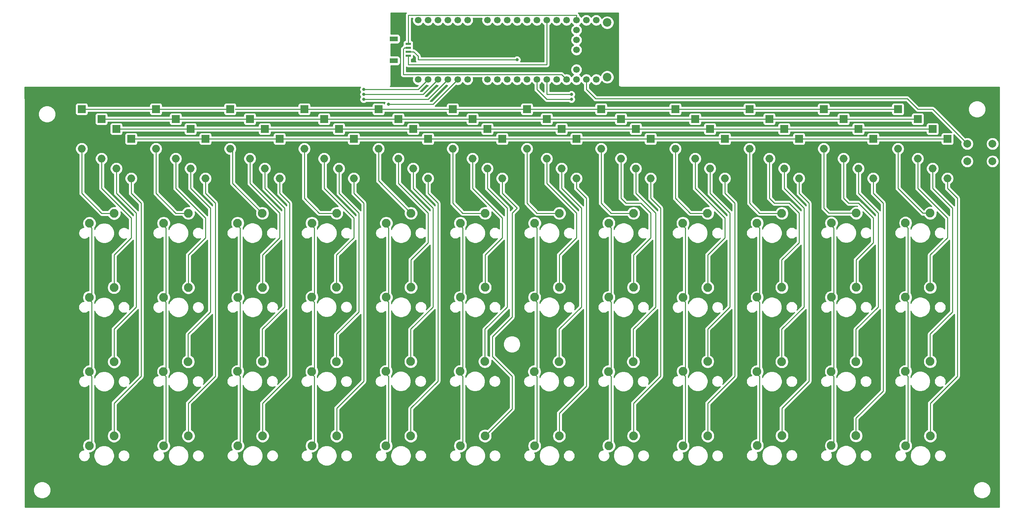
<source format=gbr>
%TF.GenerationSoftware,KiCad,Pcbnew,(5.1.6)-1*%
%TF.CreationDate,2020-05-24T21:22:08-05:00*%
%TF.ProjectId,cerkit_planck_proton,6365726b-6974-45f7-906c-616e636b5f70,rev?*%
%TF.SameCoordinates,Original*%
%TF.FileFunction,Copper,L1,Top*%
%TF.FilePolarity,Positive*%
%FSLAX46Y46*%
G04 Gerber Fmt 4.6, Leading zero omitted, Abs format (unit mm)*
G04 Created by KiCad (PCBNEW (5.1.6)-1) date 2020-05-24 21:22:08*
%MOMM*%
%LPD*%
G01*
G04 APERTURE LIST*
%TA.AperFunction,ComponentPad*%
%ADD10C,2.000000*%
%TD*%
%TA.AperFunction,SMDPad,CuDef*%
%ADD11R,1.998980X1.198880*%
%TD*%
%TA.AperFunction,SMDPad,CuDef*%
%ADD12R,1.348740X0.599440*%
%TD*%
%TA.AperFunction,ComponentPad*%
%ADD13C,1.700000*%
%TD*%
%TA.AperFunction,ComponentPad*%
%ADD14C,2.200000*%
%TD*%
%TA.AperFunction,ComponentPad*%
%ADD15O,2.000000X2.000000*%
%TD*%
%TA.AperFunction,ComponentPad*%
%ADD16R,2.000000X2.000000*%
%TD*%
%TA.AperFunction,ComponentPad*%
%ADD17C,2.250000*%
%TD*%
%TA.AperFunction,ViaPad*%
%ADD18C,0.800000*%
%TD*%
%TA.AperFunction,Conductor*%
%ADD19C,0.250000*%
%TD*%
%TA.AperFunction,NonConductor*%
%ADD20C,0.254000*%
%TD*%
G04 APERTURE END LIST*
D10*
%TO.P,REF\u002A\u002A,1*%
%TO.N,N/C*%
X268120000Y-66040000D03*
%TO.P,REF\u002A\u002A,2*%
X268120000Y-70540000D03*
%TO.P,REF\u002A\u002A,1*%
X261620000Y-66040000D03*
%TO.P,REF\u002A\u002A,2*%
X261620000Y-70540000D03*
%TD*%
D11*
%TO.P,>NAME,NC2*%
%TO.N,N/C*%
X114437160Y-39110920D03*
%TO.P,>NAME,NC1*%
X114437160Y-44709080D03*
D12*
%TO.P,>NAME,4*%
X118110000Y-43408600D03*
%TO.P,>NAME,3*%
X118110000Y-42407840D03*
%TO.P,>NAME,2*%
X118110000Y-41412160D03*
%TO.P,>NAME,1*%
X118110000Y-40411400D03*
%TD*%
D13*
%TO.P,REF\u002A\u002A,5V*%
%TO.N,N/C*%
X166380000Y-49525000D03*
%TO.P,REF\u002A\u002A,A10*%
X163840000Y-34310000D03*
D14*
%TO.P,REF\u002A\u002A,SCRE*%
X169204800Y-48915000D03*
X169204800Y-34919600D03*
D13*
%TO.P,REF\u002A\u002A,A9*%
X166380000Y-34310000D03*
%TO.P,REF\u002A\u002A,D+*%
X161300000Y-36850000D03*
%TO.P,REF\u002A\u002A,GND*%
X161300000Y-34310000D03*
X158760000Y-34310000D03*
%TO.P,REF\u002A\u002A,B7*%
X156220000Y-34310000D03*
%TO.P,REF\u002A\u002A,B6*%
X153680000Y-34310000D03*
%TO.P,REF\u002A\u002A,D-*%
X161300000Y-39390000D03*
%TO.P,REF\u002A\u002A,CHRG*%
X161300000Y-41930000D03*
%TO.P,REF\u002A\u002A,B5*%
X151140000Y-34310000D03*
%TO.P,REF\u002A\u002A,B4*%
X148600000Y-34310000D03*
%TO.P,REF\u002A\u002A,B3*%
X146060000Y-34310000D03*
%TO.P,REF\u002A\u002A,B2*%
X143520000Y-34310000D03*
%TO.P,REF\u002A\u002A,B1*%
X140980000Y-34310000D03*
%TO.P,REF\u002A\u002A,B0*%
X138440000Y-34310000D03*
%TO.P,REF\u002A\u002A,A5*%
X130820000Y-34310000D03*
%TO.P,REF\u002A\u002A,A7*%
X125740000Y-34310000D03*
%TO.P,REF\u002A\u002A,A8*%
X123200000Y-34310000D03*
%TO.P,REF\u002A\u002A,A6*%
X128280000Y-34310000D03*
%TO.P,REF\u002A\u002A,A15*%
X120660000Y-34310000D03*
%TO.P,REF\u002A\u002A,A4*%
X133360000Y-34310000D03*
%TO.P,REF\u002A\u002A,GND*%
X163840000Y-49525000D03*
%TO.P,REF\u002A\u002A,DFU*%
X161300000Y-49525000D03*
%TO.P,REF\u002A\u002A,A2*%
X156220000Y-49525000D03*
%TO.P,REF\u002A\u002A,A3|5v*%
X161300000Y-46985000D03*
%TO.P,REF\u002A\u002A,3.3V*%
X158760000Y-49525000D03*
%TO.P,REF\u002A\u002A,A1*%
X153680000Y-49525000D03*
%TO.P,REF\u002A\u002A,A0*%
X151140000Y-49525000D03*
%TO.P,REF\u002A\u002A,B8*%
X148600000Y-49525000D03*
%TO.P,REF\u002A\u002A,B14*%
X143520000Y-49525000D03*
%TO.P,REF\u002A\u002A,B15*%
X140980000Y-49525000D03*
%TO.P,REF\u002A\u002A,B13*%
X146060000Y-49525000D03*
%TO.P,REF\u002A\u002A,B9*%
X138440000Y-49525000D03*
%TO.P,REF\u002A\u002A,B11*%
X130820000Y-49525000D03*
%TO.P,REF\u002A\u002A,B10*%
X133360000Y-49525000D03*
%TO.P,REF\u002A\u002A,A14*%
X125740000Y-49525000D03*
%TO.P,REF\u002A\u002A,B12*%
X128280000Y-49525000D03*
%TO.P,REF\u002A\u002A,A13*%
X123200000Y-49525000D03*
%TO.P,REF\u002A\u002A,RST*%
X120660000Y-49525000D03*
%TD*%
D15*
%TO.P,REF\u002A\u002A,2*%
%TO.N,N/C*%
X34290000Y-67310000D03*
D16*
%TO.P,REF\u002A\u002A,1*%
X34290000Y-57150000D03*
%TD*%
D17*
%TO.P,REF\u002A\u002A,1*%
%TO.N,N/C*%
X131455569Y-124484989D03*
%TO.P,REF\u002A\u002A,2*%
X137805569Y-121944989D03*
%TD*%
D16*
%TO.P,REF\u002A\u002A,1*%
%TO.N,N/C*%
X248920000Y-59690000D03*
D15*
%TO.P,REF\u002A\u002A,2*%
X248920000Y-69850000D03*
%TD*%
D16*
%TO.P,REF\u002A\u002A,1*%
%TO.N,N/C*%
X243840000Y-57150000D03*
D15*
%TO.P,REF\u002A\u002A,2*%
X243840000Y-67310000D03*
%TD*%
D16*
%TO.P,REF\u002A\u002A,1*%
%TO.N,N/C*%
X252730000Y-62230000D03*
D15*
%TO.P,REF\u002A\u002A,2*%
X252730000Y-72390000D03*
%TD*%
D16*
%TO.P,REF\u002A\u002A,1*%
%TO.N,N/C*%
X256540000Y-64770000D03*
D15*
%TO.P,REF\u002A\u002A,2*%
X256540000Y-74930000D03*
%TD*%
D16*
%TO.P,REF\u002A\u002A,1*%
%TO.N,N/C*%
X229870000Y-59690000D03*
D15*
%TO.P,REF\u002A\u002A,2*%
X229870000Y-69850000D03*
%TD*%
D16*
%TO.P,REF\u002A\u002A,1*%
%TO.N,N/C*%
X224790000Y-57150000D03*
D15*
%TO.P,REF\u002A\u002A,2*%
X224790000Y-67310000D03*
%TD*%
D16*
%TO.P,REF\u002A\u002A,1*%
%TO.N,N/C*%
X233680000Y-62230000D03*
D15*
%TO.P,REF\u002A\u002A,2*%
X233680000Y-72390000D03*
%TD*%
D16*
%TO.P,REF\u002A\u002A,1*%
%TO.N,N/C*%
X237490000Y-64770000D03*
D15*
%TO.P,REF\u002A\u002A,2*%
X237490000Y-74930000D03*
%TD*%
D16*
%TO.P,REF\u002A\u002A,1*%
%TO.N,N/C*%
X210820000Y-59690000D03*
D15*
%TO.P,REF\u002A\u002A,2*%
X210820000Y-69850000D03*
%TD*%
D16*
%TO.P,REF\u002A\u002A,1*%
%TO.N,N/C*%
X205740000Y-57150000D03*
D15*
%TO.P,REF\u002A\u002A,2*%
X205740000Y-67310000D03*
%TD*%
D16*
%TO.P,REF\u002A\u002A,1*%
%TO.N,N/C*%
X214630000Y-62230000D03*
D15*
%TO.P,REF\u002A\u002A,2*%
X214630000Y-72390000D03*
%TD*%
D16*
%TO.P,REF\u002A\u002A,1*%
%TO.N,N/C*%
X218440000Y-64770000D03*
D15*
%TO.P,REF\u002A\u002A,2*%
X218440000Y-74930000D03*
%TD*%
D16*
%TO.P,REF\u002A\u002A,1*%
%TO.N,N/C*%
X191770000Y-59690000D03*
D15*
%TO.P,REF\u002A\u002A,2*%
X191770000Y-69850000D03*
%TD*%
D16*
%TO.P,REF\u002A\u002A,1*%
%TO.N,N/C*%
X186690000Y-57150000D03*
D15*
%TO.P,REF\u002A\u002A,2*%
X186690000Y-67310000D03*
%TD*%
D16*
%TO.P,REF\u002A\u002A,1*%
%TO.N,N/C*%
X195580000Y-62230000D03*
D15*
%TO.P,REF\u002A\u002A,2*%
X195580000Y-72390000D03*
%TD*%
D16*
%TO.P,REF\u002A\u002A,1*%
%TO.N,N/C*%
X199390000Y-64770000D03*
D15*
%TO.P,REF\u002A\u002A,2*%
X199390000Y-74930000D03*
%TD*%
D16*
%TO.P,REF\u002A\u002A,1*%
%TO.N,N/C*%
X172720000Y-59690000D03*
D15*
%TO.P,REF\u002A\u002A,2*%
X172720000Y-69850000D03*
%TD*%
D16*
%TO.P,REF\u002A\u002A,1*%
%TO.N,N/C*%
X167640000Y-57150000D03*
D15*
%TO.P,REF\u002A\u002A,2*%
X167640000Y-67310000D03*
%TD*%
D16*
%TO.P,REF\u002A\u002A,1*%
%TO.N,N/C*%
X176530000Y-62230000D03*
D15*
%TO.P,REF\u002A\u002A,2*%
X176530000Y-72390000D03*
%TD*%
D16*
%TO.P,REF\u002A\u002A,1*%
%TO.N,N/C*%
X180340000Y-64770000D03*
D15*
%TO.P,REF\u002A\u002A,2*%
X180340000Y-74930000D03*
%TD*%
D16*
%TO.P,REF\u002A\u002A,1*%
%TO.N,N/C*%
X153670000Y-59690000D03*
D15*
%TO.P,REF\u002A\u002A,2*%
X153670000Y-69850000D03*
%TD*%
D16*
%TO.P,REF\u002A\u002A,1*%
%TO.N,N/C*%
X148590000Y-57150000D03*
D15*
%TO.P,REF\u002A\u002A,2*%
X148590000Y-67310000D03*
%TD*%
D16*
%TO.P,REF\u002A\u002A,1*%
%TO.N,N/C*%
X157480000Y-62230000D03*
D15*
%TO.P,REF\u002A\u002A,2*%
X157480000Y-72390000D03*
%TD*%
D16*
%TO.P,REF\u002A\u002A,1*%
%TO.N,N/C*%
X161290000Y-64770000D03*
D15*
%TO.P,REF\u002A\u002A,2*%
X161290000Y-74930000D03*
%TD*%
D16*
%TO.P,REF\u002A\u002A,1*%
%TO.N,N/C*%
X134620000Y-59690000D03*
D15*
%TO.P,REF\u002A\u002A,2*%
X134620000Y-69850000D03*
%TD*%
D16*
%TO.P,REF\u002A\u002A,1*%
%TO.N,N/C*%
X129540000Y-57150000D03*
D15*
%TO.P,REF\u002A\u002A,2*%
X129540000Y-67310000D03*
%TD*%
D16*
%TO.P,REF\u002A\u002A,1*%
%TO.N,N/C*%
X138430000Y-62230000D03*
D15*
%TO.P,REF\u002A\u002A,2*%
X138430000Y-72390000D03*
%TD*%
D16*
%TO.P,REF\u002A\u002A,1*%
%TO.N,N/C*%
X142240000Y-64770000D03*
D15*
%TO.P,REF\u002A\u002A,2*%
X142240000Y-74930000D03*
%TD*%
D16*
%TO.P,REF\u002A\u002A,1*%
%TO.N,N/C*%
X115570000Y-59690000D03*
D15*
%TO.P,REF\u002A\u002A,2*%
X115570000Y-69850000D03*
%TD*%
D16*
%TO.P,REF\u002A\u002A,1*%
%TO.N,N/C*%
X110490000Y-57150000D03*
D15*
%TO.P,REF\u002A\u002A,2*%
X110490000Y-67310000D03*
%TD*%
D16*
%TO.P,REF\u002A\u002A,1*%
%TO.N,N/C*%
X119380000Y-62230000D03*
D15*
%TO.P,REF\u002A\u002A,2*%
X119380000Y-72390000D03*
%TD*%
D16*
%TO.P,REF\u002A\u002A,1*%
%TO.N,N/C*%
X123190000Y-64770000D03*
D15*
%TO.P,REF\u002A\u002A,2*%
X123190000Y-74930000D03*
%TD*%
D16*
%TO.P,REF\u002A\u002A,1*%
%TO.N,N/C*%
X96520000Y-59690000D03*
D15*
%TO.P,REF\u002A\u002A,2*%
X96520000Y-69850000D03*
%TD*%
D16*
%TO.P,REF\u002A\u002A,1*%
%TO.N,N/C*%
X91440000Y-57150000D03*
D15*
%TO.P,REF\u002A\u002A,2*%
X91440000Y-67310000D03*
%TD*%
D16*
%TO.P,REF\u002A\u002A,1*%
%TO.N,N/C*%
X100330000Y-62230000D03*
D15*
%TO.P,REF\u002A\u002A,2*%
X100330000Y-72390000D03*
%TD*%
D16*
%TO.P,REF\u002A\u002A,1*%
%TO.N,N/C*%
X104140000Y-64770000D03*
D15*
%TO.P,REF\u002A\u002A,2*%
X104140000Y-74930000D03*
%TD*%
D16*
%TO.P,REF\u002A\u002A,1*%
%TO.N,N/C*%
X77470000Y-59690000D03*
D15*
%TO.P,REF\u002A\u002A,2*%
X77470000Y-69850000D03*
%TD*%
D16*
%TO.P,REF\u002A\u002A,1*%
%TO.N,N/C*%
X72390000Y-57150000D03*
D15*
%TO.P,REF\u002A\u002A,2*%
X72390000Y-67310000D03*
%TD*%
D16*
%TO.P,REF\u002A\u002A,1*%
%TO.N,N/C*%
X81280000Y-62230000D03*
D15*
%TO.P,REF\u002A\u002A,2*%
X81280000Y-72390000D03*
%TD*%
D16*
%TO.P,REF\u002A\u002A,1*%
%TO.N,N/C*%
X85090000Y-64770000D03*
D15*
%TO.P,REF\u002A\u002A,2*%
X85090000Y-74930000D03*
%TD*%
D16*
%TO.P,REF\u002A\u002A,1*%
%TO.N,N/C*%
X58420000Y-59690000D03*
D15*
%TO.P,REF\u002A\u002A,2*%
X58420000Y-69850000D03*
%TD*%
D16*
%TO.P,REF\u002A\u002A,1*%
%TO.N,N/C*%
X53340000Y-57150000D03*
D15*
%TO.P,REF\u002A\u002A,2*%
X53340000Y-67310000D03*
%TD*%
D16*
%TO.P,REF\u002A\u002A,1*%
%TO.N,N/C*%
X62230000Y-62230000D03*
D15*
%TO.P,REF\u002A\u002A,2*%
X62230000Y-72390000D03*
%TD*%
D16*
%TO.P,REF\u002A\u002A,1*%
%TO.N,N/C*%
X66040000Y-64770000D03*
D15*
%TO.P,REF\u002A\u002A,2*%
X66040000Y-74930000D03*
%TD*%
%TO.P,REF\u002A\u002A,2*%
%TO.N,N/C*%
X46990000Y-74930000D03*
D16*
%TO.P,REF\u002A\u002A,1*%
X46990000Y-64770000D03*
%TD*%
D15*
%TO.P,REF\u002A\u002A,2*%
%TO.N,N/C*%
X43180000Y-72390000D03*
D16*
%TO.P,REF\u002A\u002A,1*%
X43180000Y-62230000D03*
%TD*%
D15*
%TO.P,REF\u002A\u002A,2*%
%TO.N,N/C*%
X39370000Y-69850000D03*
D16*
%TO.P,REF\u002A\u002A,1*%
X39370000Y-59690000D03*
%TD*%
D17*
%TO.P,REF\u002A\u002A,1*%
%TO.N,N/C*%
X112462004Y-86400058D03*
%TO.P,REF\u002A\u002A,2*%
X118812004Y-83860058D03*
%TD*%
%TO.P,REF\u002A\u002A,1*%
%TO.N,N/C*%
X169550368Y-124512755D03*
%TO.P,REF\u002A\u002A,2*%
X175900368Y-121972755D03*
%TD*%
%TO.P,REF\u002A\u002A,1*%
%TO.N,N/C*%
X188625533Y-124484989D03*
%TO.P,REF\u002A\u002A,2*%
X194975533Y-121944989D03*
%TD*%
%TO.P,REF\u002A\u002A,1*%
%TO.N,N/C*%
X93387245Y-86400058D03*
%TO.P,REF\u002A\u002A,2*%
X99737245Y-83860058D03*
%TD*%
%TO.P,REF\u002A\u002A,1*%
%TO.N,N/C*%
X150535487Y-105449188D03*
%TO.P,REF\u002A\u002A,2*%
X156885487Y-102909188D03*
%TD*%
%TO.P,REF\u002A\u002A,1*%
%TO.N,N/C*%
X36246337Y-124529414D03*
%TO.P,REF\u002A\u002A,2*%
X42596337Y-121989414D03*
%TD*%
%TO.P,REF\u002A\u002A,1*%
%TO.N,N/C*%
X55265971Y-124512755D03*
%TO.P,REF\u002A\u002A,2*%
X61615971Y-121972755D03*
%TD*%
%TO.P,REF\u002A\u002A,1*%
%TO.N,N/C*%
X207666145Y-105449188D03*
%TO.P,REF\u002A\u002A,2*%
X214016145Y-102909188D03*
%TD*%
%TO.P,REF\u002A\u002A,1*%
%TO.N,N/C*%
X188638196Y-105472593D03*
%TO.P,REF\u002A\u002A,2*%
X194988196Y-102932593D03*
%TD*%
%TO.P,REF\u002A\u002A,1*%
%TO.N,N/C*%
X55309140Y-105479614D03*
%TO.P,REF\u002A\u002A,2*%
X61659140Y-102939614D03*
%TD*%
%TO.P,REF\u002A\u002A,1*%
%TO.N,N/C*%
X74312486Y-86400058D03*
%TO.P,REF\u002A\u002A,2*%
X80662486Y-83860058D03*
%TD*%
%TO.P,REF\u002A\u002A,1*%
%TO.N,N/C*%
X55307941Y-86400058D03*
%TO.P,REF\u002A\u002A,2*%
X61657941Y-83860058D03*
%TD*%
%TO.P,REF\u002A\u002A,1*%
%TO.N,N/C*%
X36256586Y-86423463D03*
%TO.P,REF\u002A\u002A,2*%
X42606586Y-83883463D03*
%TD*%
%TO.P,REF\u002A\u002A,1*%
%TO.N,N/C*%
X131489954Y-86400058D03*
%TO.P,REF\u002A\u002A,2*%
X137839954Y-83860058D03*
%TD*%
%TO.P,REF\u002A\u002A,1*%
%TO.N,N/C*%
X245790002Y-143570448D03*
%TO.P,REF\u002A\u002A,2*%
X252140002Y-141030448D03*
%TD*%
%TO.P,REF\u002A\u002A,1*%
%TO.N,N/C*%
X169595776Y-143570448D03*
%TO.P,REF\u002A\u002A,2*%
X175945776Y-141030448D03*
%TD*%
%TO.P,REF\u002A\u002A,1*%
%TO.N,N/C*%
X207681320Y-143524172D03*
%TO.P,REF\u002A\u002A,2*%
X214031320Y-140984172D03*
%TD*%
%TO.P,REF\u002A\u002A,1*%
%TO.N,N/C*%
X150529866Y-143593587D03*
%TO.P,REF\u002A\u002A,2*%
X156879866Y-141053587D03*
%TD*%
%TO.P,REF\u002A\u002A,1*%
%TO.N,N/C*%
X93378412Y-143570448D03*
%TO.P,REF\u002A\u002A,2*%
X99728412Y-141030448D03*
%TD*%
%TO.P,REF\u002A\u002A,1*%
%TO.N,N/C*%
X131487094Y-143570448D03*
%TO.P,REF\u002A\u002A,2*%
X137837094Y-141030448D03*
%TD*%
%TO.P,REF\u002A\u002A,1*%
%TO.N,N/C*%
X112421184Y-143593587D03*
%TO.P,REF\u002A\u002A,2*%
X118771184Y-141053587D03*
%TD*%
%TO.P,REF\u002A\u002A,1*%
%TO.N,N/C*%
X226724092Y-143547310D03*
%TO.P,REF\u002A\u002A,2*%
X233074092Y-141007310D03*
%TD*%
%TO.P,REF\u002A\u002A,1*%
%TO.N,N/C*%
X188638548Y-143570448D03*
%TO.P,REF\u002A\u002A,2*%
X194988548Y-141030448D03*
%TD*%
%TO.P,REF\u002A\u002A,1*%
%TO.N,N/C*%
X74358778Y-143593587D03*
%TO.P,REF\u002A\u002A,2*%
X80708778Y-141053587D03*
%TD*%
%TO.P,REF\u002A\u002A,1*%
%TO.N,N/C*%
X55316007Y-143570448D03*
%TO.P,REF\u002A\u002A,2*%
X61666007Y-141030448D03*
%TD*%
%TO.P,REF\u002A\u002A,1*%
%TO.N,N/C*%
X36226958Y-143570448D03*
%TO.P,REF\u002A\u002A,2*%
X42576958Y-141030448D03*
%TD*%
%TO.P,REF\u002A\u002A,1*%
%TO.N,N/C*%
X245767732Y-124484989D03*
%TO.P,REF\u002A\u002A,2*%
X252117732Y-121944989D03*
%TD*%
%TO.P,REF\u002A\u002A,1*%
%TO.N,N/C*%
X207672933Y-124512755D03*
%TO.P,REF\u002A\u002A,2*%
X214022933Y-121972755D03*
%TD*%
%TO.P,REF\u002A\u002A,1*%
%TO.N,N/C*%
X150502968Y-124512755D03*
%TO.P,REF\u002A\u002A,2*%
X156852968Y-121972755D03*
%TD*%
%TO.P,REF\u002A\u002A,1*%
%TO.N,N/C*%
X226720332Y-124512755D03*
%TO.P,REF\u002A\u002A,2*%
X233070332Y-121972755D03*
%TD*%
%TO.P,REF\u002A\u002A,1*%
%TO.N,N/C*%
X245768854Y-105449188D03*
%TO.P,REF\u002A\u002A,2*%
X252118854Y-102909188D03*
%TD*%
%TO.P,REF\u002A\u002A,1*%
%TO.N,N/C*%
X226740905Y-105449188D03*
%TO.P,REF\u002A\u002A,2*%
X233090905Y-102909188D03*
%TD*%
%TO.P,REF\u002A\u002A,1*%
%TO.N,N/C*%
X74313370Y-124484989D03*
%TO.P,REF\u002A\u002A,2*%
X80663370Y-121944989D03*
%TD*%
%TO.P,REF\u002A\u002A,1*%
%TO.N,N/C*%
X112408169Y-124484989D03*
%TO.P,REF\u002A\u002A,2*%
X118758169Y-121944989D03*
%TD*%
%TO.P,REF\u002A\u002A,1*%
%TO.N,N/C*%
X93360770Y-124512755D03*
%TO.P,REF\u002A\u002A,2*%
X99710770Y-121972755D03*
%TD*%
%TO.P,REF\u002A\u002A,1*%
%TO.N,N/C*%
X93358019Y-105425783D03*
%TO.P,REF\u002A\u002A,2*%
X99708019Y-102885783D03*
%TD*%
%TO.P,REF\u002A\u002A,1*%
%TO.N,N/C*%
X131484132Y-105449188D03*
%TO.P,REF\u002A\u002A,2*%
X137834132Y-102909188D03*
%TD*%
%TO.P,REF\u002A\u002A,1*%
%TO.N,N/C*%
X112456182Y-105449188D03*
%TO.P,REF\u002A\u002A,2*%
X118806182Y-102909188D03*
%TD*%
%TO.P,REF\u002A\u002A,1*%
%TO.N,N/C*%
X36234381Y-105456209D03*
%TO.P,REF\u002A\u002A,2*%
X42584381Y-102916209D03*
%TD*%
%TO.P,REF\u002A\u002A,1*%
%TO.N,N/C*%
X245774676Y-86376654D03*
%TO.P,REF\u002A\u002A,2*%
X252124676Y-83836654D03*
%TD*%
%TO.P,REF\u002A\u002A,1*%
%TO.N,N/C*%
X207671968Y-86400058D03*
%TO.P,REF\u002A\u002A,2*%
X214021968Y-83860058D03*
%TD*%
%TO.P,REF\u002A\u002A,1*%
%TO.N,N/C*%
X226746727Y-86376654D03*
%TO.P,REF\u002A\u002A,2*%
X233096727Y-83836654D03*
%TD*%
%TO.P,REF\u002A\u002A,1*%
%TO.N,N/C*%
X169586841Y-105449188D03*
%TO.P,REF\u002A\u002A,2*%
X175936841Y-102909188D03*
%TD*%
%TO.P,REF\u002A\u002A,1*%
%TO.N,N/C*%
X74360495Y-105456209D03*
%TO.P,REF\u002A\u002A,2*%
X80710495Y-102916209D03*
%TD*%
%TO.P,REF\u002A\u002A,1*%
%TO.N,N/C*%
X150564713Y-86400058D03*
%TO.P,REF\u002A\u002A,2*%
X156914713Y-83860058D03*
%TD*%
%TO.P,REF\u002A\u002A,1*%
%TO.N,N/C*%
X188620613Y-86400058D03*
%TO.P,REF\u002A\u002A,2*%
X194970613Y-83860058D03*
%TD*%
%TO.P,REF\u002A\u002A,1*%
%TO.N,N/C*%
X169592663Y-86400058D03*
%TO.P,REF\u002A\u002A,2*%
X175942663Y-83860058D03*
%TD*%
D18*
%TO.N,*%
X106680000Y-54610000D03*
X106680000Y-53340000D03*
X106680000Y-52070000D03*
X160020000Y-54610000D03*
X160020000Y-53340000D03*
X113030000Y-55880000D03*
X146050000Y-44450000D03*
%TD*%
D19*
%TO.N,*%
X36256586Y-86423463D02*
X36256586Y-87056586D01*
X36256586Y-87056586D02*
X36830000Y-87630000D01*
X36830000Y-104860590D02*
X36234381Y-105456209D01*
X36830000Y-87630000D02*
X36830000Y-104860590D01*
X36234381Y-105456209D02*
X36234381Y-106084381D01*
X36234381Y-106084381D02*
X36830000Y-106680000D01*
X36830000Y-123945751D02*
X36246337Y-124529414D01*
X36830000Y-106680000D02*
X36830000Y-123945751D01*
X36246337Y-124529414D02*
X36246337Y-125146337D01*
X36246337Y-125146337D02*
X36830000Y-125730000D01*
X36830000Y-142967406D02*
X36226958Y-143570448D01*
X36830000Y-125730000D02*
X36830000Y-142967406D01*
X55307941Y-86400058D02*
X55307941Y-87057941D01*
X55307941Y-87057941D02*
X55880000Y-87630000D01*
X55880000Y-104908754D02*
X55309140Y-105479614D01*
X55880000Y-87630000D02*
X55880000Y-104908754D01*
X55309140Y-105479614D02*
X55309140Y-106109140D01*
X55309140Y-106109140D02*
X55880000Y-106680000D01*
X55880000Y-123898726D02*
X55265971Y-124512755D01*
X55880000Y-106680000D02*
X55880000Y-123898726D01*
X55265971Y-124512755D02*
X55265971Y-125115971D01*
X55265971Y-125115971D02*
X55880000Y-125730000D01*
X55880000Y-143006455D02*
X55316007Y-143570448D01*
X55880000Y-125730000D02*
X55880000Y-143006455D01*
X74312486Y-86400058D02*
X74312486Y-87012486D01*
X74312486Y-87012486D02*
X74930000Y-87630000D01*
X74930000Y-104886704D02*
X74360495Y-105456209D01*
X74930000Y-87630000D02*
X74930000Y-104886704D01*
X74360495Y-105456209D02*
X74360495Y-106110495D01*
X74360495Y-106110495D02*
X74930000Y-106680000D01*
X74930000Y-123868359D02*
X74313370Y-124484989D01*
X74930000Y-106680000D02*
X74930000Y-123868359D01*
X74313370Y-124484989D02*
X74313370Y-125113370D01*
X74313370Y-125113370D02*
X74930000Y-125730000D01*
X74930000Y-143022365D02*
X74358778Y-143593587D01*
X74930000Y-125730000D02*
X74930000Y-143022365D01*
X93387245Y-86400058D02*
X93387245Y-87037245D01*
X93387245Y-87037245D02*
X93980000Y-87630000D01*
X93980000Y-104803802D02*
X93358019Y-105425783D01*
X93980000Y-87630000D02*
X93980000Y-104803802D01*
X93358019Y-105425783D02*
X93358019Y-106058019D01*
X93358019Y-106058019D02*
X93980000Y-106680000D01*
X93980000Y-123893525D02*
X93360770Y-124512755D01*
X93980000Y-106680000D02*
X93980000Y-123893525D01*
X93360770Y-124512755D02*
X93360770Y-125110770D01*
X93360770Y-125110770D02*
X93980000Y-125730000D01*
X93980000Y-142968860D02*
X93378412Y-143570448D01*
X93980000Y-125730000D02*
X93980000Y-142968860D01*
X112462004Y-86400058D02*
X112462004Y-87062004D01*
X112462004Y-87062004D02*
X113030000Y-87630000D01*
X113030000Y-104875370D02*
X112456182Y-105449188D01*
X113030000Y-87630000D02*
X113030000Y-104875370D01*
X112456182Y-105449188D02*
X112456182Y-106106182D01*
X112456182Y-106106182D02*
X113030000Y-106680000D01*
X113030000Y-123863158D02*
X112408169Y-124484989D01*
X113030000Y-106680000D02*
X113030000Y-123863158D01*
X112408169Y-124484989D02*
X112408169Y-125108169D01*
X112408169Y-125108169D02*
X113030000Y-125730000D01*
X113030000Y-142984771D02*
X112421184Y-143593587D01*
X113030000Y-125730000D02*
X113030000Y-142984771D01*
X131489954Y-86400058D02*
X131489954Y-87039954D01*
X131489954Y-87039954D02*
X132080000Y-87630000D01*
X132080000Y-104853320D02*
X131484132Y-105449188D01*
X132080000Y-87630000D02*
X132080000Y-104853320D01*
X131484132Y-105449188D02*
X131484132Y-106084132D01*
X131484132Y-106084132D02*
X132080000Y-106680000D01*
X132080000Y-123860558D02*
X131455569Y-124484989D01*
X132080000Y-106680000D02*
X132080000Y-123860558D01*
X131455569Y-124484989D02*
X131455569Y-125105569D01*
X131455569Y-125105569D02*
X132080000Y-125730000D01*
X132080000Y-142977542D02*
X131487094Y-143570448D01*
X132080000Y-125730000D02*
X132080000Y-142977542D01*
X150564713Y-86400058D02*
X150564713Y-87064713D01*
X150564713Y-87064713D02*
X151130000Y-87630000D01*
X151130000Y-104854675D02*
X150535487Y-105449188D01*
X151130000Y-87630000D02*
X151130000Y-104854675D01*
X150535487Y-105449188D02*
X150535487Y-106085487D01*
X150535487Y-106085487D02*
X151130000Y-106680000D01*
X151130000Y-123885723D02*
X150502968Y-124512755D01*
X151130000Y-106680000D02*
X151130000Y-123885723D01*
X150502968Y-124512755D02*
X150502968Y-125102968D01*
X150502968Y-125102968D02*
X151130000Y-125730000D01*
X151130000Y-142993453D02*
X150529866Y-143593587D01*
X151130000Y-125730000D02*
X151130000Y-142993453D01*
X169592663Y-86400058D02*
X169592663Y-87042663D01*
X169592663Y-87042663D02*
X170180000Y-87630000D01*
X170180000Y-104856029D02*
X169586841Y-105449188D01*
X170180000Y-87630000D02*
X170180000Y-104856029D01*
X169586841Y-105449188D02*
X169586841Y-106086841D01*
X169586841Y-106086841D02*
X170180000Y-106680000D01*
X170180000Y-123883123D02*
X169550368Y-124512755D01*
X170180000Y-106680000D02*
X170180000Y-123883123D01*
X169550368Y-124512755D02*
X169550368Y-125100368D01*
X169550368Y-125100368D02*
X170180000Y-125730000D01*
X170180000Y-142986224D02*
X169595776Y-143570448D01*
X170180000Y-125730000D02*
X170180000Y-142986224D01*
X188620613Y-86400058D02*
X188620613Y-87020613D01*
X188620613Y-87020613D02*
X189230000Y-87630000D01*
X189230000Y-104880789D02*
X188638196Y-105472593D01*
X189230000Y-87630000D02*
X189230000Y-104880789D01*
X188638196Y-105472593D02*
X188638196Y-106088196D01*
X188638196Y-106088196D02*
X189230000Y-106680000D01*
X189230000Y-123880522D02*
X188625533Y-124484989D01*
X189230000Y-106680000D02*
X189230000Y-123880522D01*
X188625533Y-124484989D02*
X188625533Y-125125533D01*
X188625533Y-125125533D02*
X189230000Y-125730000D01*
X189230000Y-142978996D02*
X188638548Y-143570448D01*
X189230000Y-125730000D02*
X189230000Y-142978996D01*
X207671968Y-86400058D02*
X207671968Y-87021968D01*
X207671968Y-87021968D02*
X208280000Y-87630000D01*
X208280000Y-104835333D02*
X207666145Y-105449188D01*
X208280000Y-87630000D02*
X208280000Y-104835333D01*
X207666145Y-105449188D02*
X207666145Y-106066145D01*
X207666145Y-106066145D02*
X208280000Y-106680000D01*
X208280000Y-123905688D02*
X207672933Y-124512755D01*
X208280000Y-106680000D02*
X208280000Y-123905688D01*
X207672933Y-124512755D02*
X207672933Y-125122933D01*
X207672933Y-125122933D02*
X208280000Y-125730000D01*
X208280000Y-142925492D02*
X207681320Y-143524172D01*
X208280000Y-125730000D02*
X208280000Y-142925492D01*
X226746727Y-86376654D02*
X226746727Y-87046727D01*
X226746727Y-87046727D02*
X227330000Y-87630000D01*
X227330000Y-104860093D02*
X226740905Y-105449188D01*
X227330000Y-87630000D02*
X227330000Y-104860093D01*
X226740905Y-105449188D02*
X226740905Y-106090905D01*
X226740905Y-106090905D02*
X227330000Y-106680000D01*
X227330000Y-123903087D02*
X226720332Y-124512755D01*
X227330000Y-106680000D02*
X227330000Y-123903087D01*
X226720332Y-124512755D02*
X226720332Y-125120332D01*
X226720332Y-125120332D02*
X227330000Y-125730000D01*
X227330000Y-142941402D02*
X226724092Y-143547310D01*
X227330000Y-125730000D02*
X227330000Y-142941402D01*
X245774676Y-86376654D02*
X245774676Y-87024676D01*
X245774676Y-87024676D02*
X246380000Y-87630000D01*
X246380000Y-104838042D02*
X245768854Y-105449188D01*
X246380000Y-87630000D02*
X246380000Y-104838042D01*
X245768854Y-105449188D02*
X245768854Y-106068854D01*
X245768854Y-106068854D02*
X246380000Y-106680000D01*
X246380000Y-123872721D02*
X245767732Y-124484989D01*
X246380000Y-106680000D02*
X246380000Y-123872721D01*
X245767732Y-124484989D02*
X245767732Y-125117732D01*
X245767732Y-125117732D02*
X246380000Y-125730000D01*
X246380000Y-142980450D02*
X245790002Y-143570448D01*
X246380000Y-125730000D02*
X246380000Y-142980450D01*
X34290000Y-57150000D02*
X53340000Y-57150000D01*
X53340000Y-57150000D02*
X72390000Y-57150000D01*
X73660000Y-57150000D02*
X91440000Y-57150000D01*
X91440000Y-57150000D02*
X110490000Y-57150000D01*
X129540000Y-57150000D02*
X148590000Y-57150000D01*
X148590000Y-57150000D02*
X167640000Y-57150000D01*
X167640000Y-57150000D02*
X186690000Y-57150000D01*
X186690000Y-57150000D02*
X205740000Y-57150000D01*
X205740000Y-57150000D02*
X224790000Y-57150000D01*
X224790000Y-57150000D02*
X243840000Y-57150000D01*
X39370000Y-59690000D02*
X58420000Y-59690000D01*
X58420000Y-59690000D02*
X77470000Y-59690000D01*
X77470000Y-59690000D02*
X96520000Y-59690000D01*
X96520000Y-59690000D02*
X115570000Y-59690000D01*
X115570000Y-59690000D02*
X134620000Y-59690000D01*
X134620000Y-59690000D02*
X153670000Y-59690000D01*
X153670000Y-59690000D02*
X172720000Y-59690000D01*
X172720000Y-59690000D02*
X191770000Y-59690000D01*
X191770000Y-59690000D02*
X210820000Y-59690000D01*
X210820000Y-59690000D02*
X229870000Y-59690000D01*
X229870000Y-59690000D02*
X248920000Y-59690000D01*
X43180000Y-62230000D02*
X62230000Y-62230000D01*
X62230000Y-62230000D02*
X81280000Y-62230000D01*
X81280000Y-62230000D02*
X100330000Y-62230000D01*
X100330000Y-62230000D02*
X119380000Y-62230000D01*
X119380000Y-62230000D02*
X138430000Y-62230000D01*
X138430000Y-62230000D02*
X157480000Y-62230000D01*
X157480000Y-62230000D02*
X176530000Y-62230000D01*
X176530000Y-62230000D02*
X195580000Y-62230000D01*
X195580000Y-62230000D02*
X214630000Y-62230000D01*
X214630000Y-62230000D02*
X233680000Y-62230000D01*
X233680000Y-62230000D02*
X252730000Y-62230000D01*
X46990000Y-64770000D02*
X66040000Y-64770000D01*
X66040000Y-64770000D02*
X85090000Y-64770000D01*
X85090000Y-64770000D02*
X104140000Y-64770000D01*
X104140000Y-64770000D02*
X123190000Y-64770000D01*
X123190000Y-64770000D02*
X142240000Y-64770000D01*
X142240000Y-64770000D02*
X161290000Y-64770000D01*
X161290000Y-64770000D02*
X180340000Y-64770000D01*
X180340000Y-64770000D02*
X199390000Y-64770000D01*
X199390000Y-64770000D02*
X218440000Y-64770000D01*
X218440000Y-64770000D02*
X237490000Y-64770000D01*
X237490000Y-64770000D02*
X256540000Y-64770000D01*
X42606586Y-83883463D02*
X39433463Y-83883463D01*
X34290000Y-78740000D02*
X34290000Y-67310000D01*
X39433463Y-83883463D02*
X34290000Y-78740000D01*
X42584381Y-102916209D02*
X42584381Y-94575619D01*
X42584381Y-94575619D02*
X46990000Y-90170000D01*
X46990000Y-90170000D02*
X46990000Y-85090000D01*
X46990000Y-85090000D02*
X39370000Y-77470000D01*
X39370000Y-77470000D02*
X39370000Y-69850000D01*
X42596337Y-121989414D02*
X42596337Y-113613663D01*
X42596337Y-113613663D02*
X48260000Y-107950000D01*
X48260000Y-107950000D02*
X48260000Y-83820000D01*
X43180000Y-78740000D02*
X43180000Y-72390000D01*
X48260000Y-83820000D02*
X43180000Y-78740000D01*
X42576958Y-141030448D02*
X42576958Y-132683042D01*
X42576958Y-132683042D02*
X49530000Y-125730000D01*
X49530000Y-125730000D02*
X49530000Y-81280000D01*
X46990000Y-78740000D02*
X46990000Y-74930000D01*
X49530000Y-81280000D02*
X46990000Y-78740000D01*
X61657941Y-83860058D02*
X58460058Y-83860058D01*
X53340000Y-78740000D02*
X53340000Y-67310000D01*
X58460058Y-83860058D02*
X53340000Y-78740000D01*
X58420000Y-77470000D02*
X58420000Y-69850000D01*
X66040000Y-90170000D02*
X66040000Y-85090000D01*
X61659140Y-102939614D02*
X61659140Y-94550860D01*
X66040000Y-85090000D02*
X58420000Y-77470000D01*
X61659140Y-94550860D02*
X66040000Y-90170000D01*
X61615971Y-121972755D02*
X61615971Y-114914029D01*
X61615971Y-114914029D02*
X67310000Y-109220000D01*
X67310000Y-109220000D02*
X67310000Y-82550000D01*
X62230000Y-77470000D02*
X62230000Y-72390000D01*
X67310000Y-82550000D02*
X62230000Y-77470000D01*
X61666007Y-141030448D02*
X61666007Y-132643993D01*
X61666007Y-132643993D02*
X68580000Y-125730000D01*
X68580000Y-125730000D02*
X68580000Y-81280000D01*
X66040000Y-78740000D02*
X66040000Y-74930000D01*
X68580000Y-81280000D02*
X66040000Y-78740000D01*
X80662486Y-83860058D02*
X73002428Y-76200000D01*
X73002428Y-67922428D02*
X72390000Y-67310000D01*
X73002428Y-76200000D02*
X73002428Y-67922428D01*
X80710495Y-102916209D02*
X80710495Y-94549505D01*
X80710495Y-94549505D02*
X85090000Y-90170000D01*
X85090000Y-90170000D02*
X85090000Y-83820000D01*
X77470000Y-76200000D02*
X77470000Y-69850000D01*
X85090000Y-83820000D02*
X77470000Y-76200000D01*
X80663370Y-121944989D02*
X80663370Y-113646630D01*
X80663370Y-113646630D02*
X86360000Y-107950000D01*
X86360000Y-107950000D02*
X86360000Y-82550000D01*
X81280000Y-77470000D02*
X81280000Y-72390000D01*
X86360000Y-82550000D02*
X81280000Y-77470000D01*
X87630000Y-81280000D02*
X85090000Y-78740000D01*
X87630000Y-125730000D02*
X87630000Y-81280000D01*
X85090000Y-78740000D02*
X85090000Y-74930000D01*
X80708778Y-141053587D02*
X80708778Y-132651222D01*
X80708778Y-132651222D02*
X87630000Y-125730000D01*
X99737245Y-83860058D02*
X95290058Y-83860058D01*
X91440000Y-80010000D02*
X91440000Y-67310000D01*
X95290058Y-83860058D02*
X91440000Y-80010000D01*
X99708019Y-102885783D02*
X99708019Y-94601981D01*
X99708019Y-94601981D02*
X104140000Y-90170000D01*
X104140000Y-90170000D02*
X104140000Y-85090000D01*
X96520000Y-77470000D02*
X96520000Y-69850000D01*
X104140000Y-85090000D02*
X96520000Y-77470000D01*
X99710770Y-121972755D02*
X99710770Y-114919230D01*
X99710770Y-114919230D02*
X105410000Y-109220000D01*
X105410000Y-109220000D02*
X105410000Y-83820000D01*
X100330000Y-78740000D02*
X100330000Y-72390000D01*
X105410000Y-83820000D02*
X100330000Y-78740000D01*
X99728412Y-141030448D02*
X99728412Y-133951588D01*
X99728412Y-133951588D02*
X106680000Y-127000000D01*
X106680000Y-127000000D02*
X106680000Y-81280000D01*
X104140000Y-78740000D02*
X104140000Y-74930000D01*
X106680000Y-81280000D02*
X104140000Y-78740000D01*
X118812004Y-83860058D02*
X110490000Y-75538054D01*
X110490000Y-75538054D02*
X110490000Y-67310000D01*
X118806182Y-102909188D02*
X118806182Y-95823818D01*
X118806182Y-95823818D02*
X123190000Y-91440000D01*
X123190000Y-91440000D02*
X123190000Y-83820000D01*
X115570000Y-76200000D02*
X115570000Y-69850000D01*
X123190000Y-83820000D02*
X115570000Y-76200000D01*
X118758169Y-121944989D02*
X118758169Y-113651831D01*
X118758169Y-113651831D02*
X124460000Y-107950000D01*
X124460000Y-107950000D02*
X124460000Y-82550000D01*
X119380000Y-77470000D02*
X119380000Y-72390000D01*
X124460000Y-82550000D02*
X119380000Y-77470000D01*
X118771184Y-141053587D02*
X118771184Y-133958816D01*
X118771184Y-133958816D02*
X125730000Y-127000000D01*
X125730000Y-127000000D02*
X125730000Y-81280000D01*
X123190000Y-78740000D02*
X123190000Y-74930000D01*
X125730000Y-81280000D02*
X123190000Y-78740000D01*
X137839954Y-83860058D02*
X132120058Y-83860058D01*
X129540000Y-81280000D02*
X129540000Y-67310000D01*
X132120058Y-83860058D02*
X129540000Y-81280000D01*
X137834132Y-102909188D02*
X137834132Y-94575868D01*
X137834132Y-94575868D02*
X142240000Y-90170000D01*
X142240000Y-90170000D02*
X142240000Y-85090000D01*
X134620000Y-77470000D02*
X134620000Y-69850000D01*
X142240000Y-85090000D02*
X134620000Y-77470000D01*
X137805569Y-121944989D02*
X137805569Y-113654431D01*
X137805569Y-113654431D02*
X143510000Y-107950000D01*
X143510000Y-107950000D02*
X143510000Y-82550000D01*
X138430000Y-77470000D02*
X138430000Y-72390000D01*
X143510000Y-82550000D02*
X138430000Y-77470000D01*
X156914713Y-83860058D02*
X151170058Y-83860058D01*
X148590000Y-81280000D02*
X148590000Y-67310000D01*
X151170058Y-83860058D02*
X148590000Y-81280000D01*
X156885487Y-102909188D02*
X156885487Y-94574513D01*
X156885487Y-94574513D02*
X161290000Y-90170000D01*
X161290000Y-90170000D02*
X161290000Y-83820000D01*
X153670000Y-76200000D02*
X153670000Y-69850000D01*
X161290000Y-83820000D02*
X153670000Y-76200000D01*
X156852968Y-121972755D02*
X156852968Y-113657032D01*
X156852968Y-113657032D02*
X162560000Y-107950000D01*
X162560000Y-107950000D02*
X162560000Y-82550000D01*
X157480000Y-77470000D02*
X157480000Y-72390000D01*
X162560000Y-82550000D02*
X157480000Y-77470000D01*
X156879866Y-141053587D02*
X156879866Y-135220134D01*
X156879866Y-135220134D02*
X163830000Y-128270000D01*
X163830000Y-128270000D02*
X163830000Y-80010000D01*
X161290000Y-77470000D02*
X161290000Y-74930000D01*
X163830000Y-80010000D02*
X161290000Y-77470000D01*
X175942663Y-83860058D02*
X170220058Y-83860058D01*
X167640000Y-81280000D02*
X167640000Y-67310000D01*
X170220058Y-83860058D02*
X167640000Y-81280000D01*
X175936841Y-102909188D02*
X175936841Y-94573159D01*
X175936841Y-94573159D02*
X180340000Y-90170000D01*
X180340000Y-90170000D02*
X180340000Y-83820000D01*
X180340000Y-83820000D02*
X177800000Y-81280000D01*
X177800000Y-81280000D02*
X173990000Y-81280000D01*
X172720000Y-80010000D02*
X172720000Y-69850000D01*
X173990000Y-81280000D02*
X172720000Y-80010000D01*
X175900368Y-121972755D02*
X175900368Y-113659632D01*
X175900368Y-113659632D02*
X181610000Y-107950000D01*
X181610000Y-107950000D02*
X181610000Y-83820000D01*
X176530000Y-78740000D02*
X176530000Y-72390000D01*
X181610000Y-83820000D02*
X176530000Y-78740000D01*
X175945776Y-141030448D02*
X175945776Y-132664224D01*
X175945776Y-132664224D02*
X182880000Y-125730000D01*
X182880000Y-125730000D02*
X182880000Y-82550000D01*
X180340000Y-80010000D02*
X180340000Y-74930000D01*
X182880000Y-82550000D02*
X180340000Y-80010000D01*
X194970613Y-83860058D02*
X190540058Y-83860058D01*
X186690000Y-80010000D02*
X186690000Y-67310000D01*
X190540058Y-83860058D02*
X186690000Y-80010000D01*
X194988196Y-102932593D02*
X194988196Y-94571804D01*
X194988196Y-94571804D02*
X199390000Y-90170000D01*
X199390000Y-90170000D02*
X199390000Y-85090000D01*
X191770000Y-77470000D02*
X191770000Y-69850000D01*
X199390000Y-85090000D02*
X191770000Y-77470000D01*
X194975533Y-121944989D02*
X194975533Y-113634467D01*
X194975533Y-113634467D02*
X200660000Y-107950000D01*
X200660000Y-107950000D02*
X200660000Y-83820000D01*
X195580000Y-78740000D02*
X195580000Y-72390000D01*
X200660000Y-83820000D02*
X195580000Y-78740000D01*
X194988548Y-141030448D02*
X194988548Y-132671452D01*
X194988548Y-132671452D02*
X201930000Y-125730000D01*
X201930000Y-125730000D02*
X201930000Y-81280000D01*
X199390000Y-78740000D02*
X199390000Y-74930000D01*
X201930000Y-81280000D02*
X199390000Y-78740000D01*
X214021968Y-83860058D02*
X208320058Y-83860058D01*
X208320058Y-83860058D02*
X205740000Y-81280000D01*
X205740000Y-81280000D02*
X205740000Y-67310000D01*
X214016145Y-102909188D02*
X214016145Y-95863855D01*
X214016145Y-95863855D02*
X218440000Y-91440000D01*
X218440000Y-91440000D02*
X218440000Y-83820000D01*
X218440000Y-83820000D02*
X215900000Y-81280000D01*
X215900000Y-81280000D02*
X212090000Y-81280000D01*
X210820000Y-80010000D02*
X210820000Y-69850000D01*
X212090000Y-81280000D02*
X210820000Y-80010000D01*
X214022933Y-121972755D02*
X214022933Y-113637067D01*
X214022933Y-113637067D02*
X219710000Y-107950000D01*
X219710000Y-107950000D02*
X219710000Y-82550000D01*
X214630000Y-77470000D02*
X214630000Y-72390000D01*
X219710000Y-82550000D02*
X214630000Y-77470000D01*
X214031320Y-140984172D02*
X214031320Y-133948680D01*
X214031320Y-133948680D02*
X220980000Y-127000000D01*
X220980000Y-127000000D02*
X220980000Y-81280000D01*
X218440000Y-78740000D02*
X218440000Y-74930000D01*
X220980000Y-81280000D02*
X218440000Y-78740000D01*
X233096727Y-83836654D02*
X226076654Y-83836654D01*
X224790000Y-82550000D02*
X224790000Y-67310000D01*
X226076654Y-83836654D02*
X224790000Y-82550000D01*
X233090905Y-102909188D02*
X233090905Y-95839095D01*
X233090905Y-95839095D02*
X237490000Y-91440000D01*
X237490000Y-91440000D02*
X237490000Y-85090000D01*
X237490000Y-85090000D02*
X233680000Y-81280000D01*
X233680000Y-81280000D02*
X231140000Y-81280000D01*
X229870000Y-80010000D02*
X229870000Y-69850000D01*
X231140000Y-81280000D02*
X229870000Y-80010000D01*
X233070332Y-121972755D02*
X233070332Y-113639668D01*
X233070332Y-113639668D02*
X238760000Y-107950000D01*
X238760000Y-107950000D02*
X238760000Y-83820000D01*
X233680000Y-78740000D02*
X233680000Y-72390000D01*
X238760000Y-83820000D02*
X233680000Y-78740000D01*
X233074092Y-141007310D02*
X233074092Y-136495908D01*
X233074092Y-136495908D02*
X240030000Y-129540000D01*
X240030000Y-129540000D02*
X240030000Y-81280000D01*
X237490000Y-78740000D02*
X237490000Y-74930000D01*
X240030000Y-81280000D02*
X237490000Y-78740000D01*
X252124676Y-83836654D02*
X250206654Y-83836654D01*
X243840000Y-77470000D02*
X243840000Y-67310000D01*
X250206654Y-83836654D02*
X243840000Y-77470000D01*
X252118854Y-102909188D02*
X252118854Y-94591146D01*
X252118854Y-94591146D02*
X256540000Y-90170000D01*
X256540000Y-90170000D02*
X256540000Y-85090000D01*
X248920000Y-77470000D02*
X248920000Y-69850000D01*
X256540000Y-85090000D02*
X248920000Y-77470000D01*
X252117732Y-121944989D02*
X252117732Y-114912268D01*
X252117732Y-114912268D02*
X257810000Y-109220000D01*
X257810000Y-109220000D02*
X257810000Y-82550000D01*
X252730000Y-77470000D02*
X252730000Y-72390000D01*
X257810000Y-82550000D02*
X252730000Y-77470000D01*
X252140002Y-141030448D02*
X252140002Y-132669998D01*
X252140002Y-132669998D02*
X259080000Y-125730000D01*
X259080000Y-125730000D02*
X259080000Y-80010000D01*
X256540000Y-77470000D02*
X256540000Y-74930000D01*
X259080000Y-80010000D02*
X256540000Y-77470000D01*
X36226958Y-143570448D02*
X36226958Y-144176958D01*
X55316007Y-143570448D02*
X55316007Y-144216007D01*
X74358778Y-143593587D02*
X74358778Y-144208778D01*
X93378412Y-143570448D02*
X93378412Y-144178412D01*
X112421184Y-143593587D02*
X112421184Y-144171184D01*
X131487094Y-143570448D02*
X131487094Y-144187094D01*
X150529866Y-143593587D02*
X150529866Y-144179866D01*
X169595776Y-143570448D02*
X169595776Y-144195776D01*
X188638548Y-143570448D02*
X188638548Y-144188548D01*
X207681320Y-143524172D02*
X207681320Y-144181320D01*
X226724092Y-143547310D02*
X226724092Y-144174092D01*
X245790002Y-143570448D02*
X245790002Y-144190002D01*
X144780000Y-134087542D02*
X137837094Y-141030448D01*
X139700000Y-120650000D02*
X144780000Y-125730000D01*
X139700000Y-115570000D02*
X139700000Y-120650000D01*
X142240000Y-78740000D02*
X146050000Y-82550000D01*
X144780000Y-125730000D02*
X144780000Y-134087542D01*
X142240000Y-74930000D02*
X142240000Y-78740000D01*
X144780000Y-83820000D02*
X144780000Y-110490000D01*
X146050000Y-82550000D02*
X144780000Y-83820000D01*
X144780000Y-110490000D02*
X139700000Y-115570000D01*
X110490000Y-57150000D02*
X129540000Y-57150000D01*
X110490000Y-57150000D02*
X115570000Y-57150000D01*
X120655000Y-52070000D02*
X123200000Y-49525000D01*
X106680000Y-52070000D02*
X120655000Y-52070000D01*
X121925000Y-53340000D02*
X125740000Y-49525000D01*
X106680000Y-53340000D02*
X121925000Y-53340000D01*
X123195000Y-54610000D02*
X128280000Y-49525000D01*
X106680000Y-54610000D02*
X123195000Y-54610000D01*
X130815000Y-49525000D02*
X130820000Y-49525000D01*
X124460000Y-55880000D02*
X130815000Y-49525000D01*
X160020000Y-54610000D02*
X153670000Y-54610000D01*
X151140000Y-52080000D02*
X151140000Y-49525000D01*
X153670000Y-54610000D02*
X151140000Y-52080000D01*
X160020000Y-53340000D02*
X153670000Y-53340000D01*
X153670000Y-49535000D02*
X153680000Y-49525000D01*
X153670000Y-53340000D02*
X153670000Y-49535000D01*
X113030000Y-55880000D02*
X124460000Y-55880000D01*
X161300000Y-34310000D02*
X161300000Y-33030000D01*
X161300000Y-33030000D02*
X161290000Y-33020000D01*
X118110000Y-33020000D02*
X118110000Y-40411400D01*
X117151083Y-41412160D02*
X118110000Y-41412160D01*
X116840000Y-41723243D02*
X117151083Y-41412160D01*
X116840000Y-48260000D02*
X116840000Y-41723243D01*
X158760000Y-49525000D02*
X157495000Y-48260000D01*
X157495000Y-48260000D02*
X116840000Y-48260000D01*
X153680000Y-34310000D02*
X153680000Y-45710000D01*
X153680000Y-45710000D02*
X153670000Y-45720000D01*
X153670000Y-45720000D02*
X118110000Y-45720000D01*
X118110000Y-45720000D02*
X118110000Y-43408600D01*
X146050000Y-44450000D02*
X120650000Y-44450000D01*
X120650000Y-44450000D02*
X120650000Y-43526802D01*
X119531038Y-42407840D02*
X118110000Y-42407840D01*
X120650000Y-43526802D02*
X119531038Y-42407840D01*
X161290000Y-33020000D02*
X118110000Y-33020000D01*
X163840000Y-49525000D02*
X163840000Y-52080000D01*
X166214666Y-54454666D02*
X246224666Y-54454666D01*
X163840000Y-52080000D02*
X166214666Y-54454666D01*
X246224666Y-54454666D02*
X248920000Y-57150000D01*
X252730000Y-57150000D02*
X261620000Y-66040000D01*
X248920000Y-57150000D02*
X252730000Y-57150000D01*
%TD*%
D20*
G36*
X172060000Y-50767581D02*
G01*
X172056807Y-50800000D01*
X172069550Y-50929383D01*
X172107290Y-51053793D01*
X172168575Y-51168450D01*
X172248684Y-51266063D01*
X172251052Y-51268948D01*
X172351550Y-51351425D01*
X172466207Y-51412710D01*
X172590617Y-51450450D01*
X172720000Y-51463193D01*
X172752419Y-51460000D01*
X269850000Y-51460000D01*
X269850001Y-54425976D01*
X269834912Y-54475718D01*
X269825000Y-54576354D01*
X269825001Y-159335000D01*
X19735000Y-159335000D01*
X19735000Y-154719872D01*
X21895000Y-154719872D01*
X21895000Y-155160128D01*
X21980890Y-155591925D01*
X22149369Y-155998669D01*
X22393962Y-156364729D01*
X22705271Y-156676038D01*
X23071331Y-156920631D01*
X23478075Y-157089110D01*
X23909872Y-157175000D01*
X24350128Y-157175000D01*
X24781925Y-157089110D01*
X25188669Y-156920631D01*
X25554729Y-156676038D01*
X25866038Y-156364729D01*
X26110631Y-155998669D01*
X26279110Y-155591925D01*
X26365000Y-155160128D01*
X26365000Y-154719872D01*
X263195000Y-154719872D01*
X263195000Y-155160128D01*
X263280890Y-155591925D01*
X263449369Y-155998669D01*
X263693962Y-156364729D01*
X264005271Y-156676038D01*
X264371331Y-156920631D01*
X264778075Y-157089110D01*
X265209872Y-157175000D01*
X265650128Y-157175000D01*
X266081925Y-157089110D01*
X266488669Y-156920631D01*
X266854729Y-156676038D01*
X267166038Y-156364729D01*
X267410631Y-155998669D01*
X267579110Y-155591925D01*
X267665000Y-155160128D01*
X267665000Y-154719872D01*
X267579110Y-154288075D01*
X267410631Y-153881331D01*
X267166038Y-153515271D01*
X266854729Y-153203962D01*
X266488669Y-152959369D01*
X266081925Y-152790890D01*
X265650128Y-152705000D01*
X265209872Y-152705000D01*
X264778075Y-152790890D01*
X264371331Y-152959369D01*
X264005271Y-153203962D01*
X263693962Y-153515271D01*
X263449369Y-153881331D01*
X263280890Y-154288075D01*
X263195000Y-154719872D01*
X26365000Y-154719872D01*
X26279110Y-154288075D01*
X26110631Y-153881331D01*
X25866038Y-153515271D01*
X25554729Y-153203962D01*
X25188669Y-152959369D01*
X24781925Y-152790890D01*
X24350128Y-152705000D01*
X23909872Y-152705000D01*
X23478075Y-152790890D01*
X23071331Y-152959369D01*
X22705271Y-153203962D01*
X22393962Y-153515271D01*
X22149369Y-153881331D01*
X21980890Y-154288075D01*
X21895000Y-154719872D01*
X19735000Y-154719872D01*
X19735000Y-145961726D01*
X33446958Y-145961726D01*
X33446958Y-146259170D01*
X33504987Y-146550899D01*
X33618814Y-146825701D01*
X33784065Y-147073017D01*
X33994389Y-147283341D01*
X34241705Y-147448592D01*
X34516507Y-147562419D01*
X34808236Y-147620448D01*
X35105680Y-147620448D01*
X35397409Y-147562419D01*
X35672211Y-147448592D01*
X35919527Y-147283341D01*
X36129851Y-147073017D01*
X36295102Y-146825701D01*
X36408929Y-146550899D01*
X36466958Y-146259170D01*
X36466958Y-145961726D01*
X36445038Y-145851524D01*
X37408058Y-145851524D01*
X37408058Y-146369372D01*
X37509085Y-146877270D01*
X37707257Y-147355699D01*
X37994958Y-147786274D01*
X38361132Y-148152448D01*
X38791707Y-148440149D01*
X39270136Y-148638321D01*
X39778034Y-148739348D01*
X40295882Y-148739348D01*
X40803780Y-148638321D01*
X41282209Y-148440149D01*
X41712784Y-148152448D01*
X42078958Y-147786274D01*
X42366659Y-147355699D01*
X42564831Y-146877270D01*
X42665858Y-146369372D01*
X42665858Y-145961726D01*
X43606958Y-145961726D01*
X43606958Y-146259170D01*
X43664987Y-146550899D01*
X43778814Y-146825701D01*
X43944065Y-147073017D01*
X44154389Y-147283341D01*
X44401705Y-147448592D01*
X44676507Y-147562419D01*
X44968236Y-147620448D01*
X45265680Y-147620448D01*
X45557409Y-147562419D01*
X45832211Y-147448592D01*
X46079527Y-147283341D01*
X46289851Y-147073017D01*
X46455102Y-146825701D01*
X46568929Y-146550899D01*
X46626958Y-146259170D01*
X46626958Y-145961726D01*
X46568929Y-145669997D01*
X46455102Y-145395195D01*
X46289851Y-145147879D01*
X46079527Y-144937555D01*
X45832211Y-144772304D01*
X45557409Y-144658477D01*
X45265680Y-144600448D01*
X44968236Y-144600448D01*
X44676507Y-144658477D01*
X44401705Y-144772304D01*
X44154389Y-144937555D01*
X43944065Y-145147879D01*
X43778814Y-145395195D01*
X43664987Y-145669997D01*
X43606958Y-145961726D01*
X42665858Y-145961726D01*
X42665858Y-145851524D01*
X42564831Y-145343626D01*
X42366659Y-144865197D01*
X42078958Y-144434622D01*
X41712784Y-144068448D01*
X41282209Y-143780747D01*
X40803780Y-143582575D01*
X40295882Y-143481548D01*
X39778034Y-143481548D01*
X39270136Y-143582575D01*
X38791707Y-143780747D01*
X38361132Y-144068448D01*
X37994958Y-144434622D01*
X37707257Y-144865197D01*
X37509085Y-145343626D01*
X37408058Y-145851524D01*
X36445038Y-145851524D01*
X36408929Y-145669997D01*
X36295102Y-145395195D01*
X36251840Y-145330448D01*
X36400303Y-145330448D01*
X36740331Y-145262812D01*
X37060631Y-145130140D01*
X37348893Y-144937529D01*
X37594039Y-144692383D01*
X37786650Y-144404121D01*
X37919322Y-144083821D01*
X37986958Y-143743793D01*
X37986958Y-143397103D01*
X37919322Y-143057075D01*
X37786650Y-142736775D01*
X37594039Y-142448513D01*
X37590000Y-142444474D01*
X37590000Y-127984797D01*
X37726636Y-128314665D01*
X38014337Y-128745240D01*
X38380511Y-129111414D01*
X38811086Y-129399115D01*
X39289515Y-129597287D01*
X39797413Y-129698314D01*
X40315261Y-129698314D01*
X40823159Y-129597287D01*
X41301588Y-129399115D01*
X41732163Y-129111414D01*
X42098337Y-128745240D01*
X42386038Y-128314665D01*
X42584210Y-127836236D01*
X42685237Y-127328338D01*
X42685237Y-126810490D01*
X42584210Y-126302592D01*
X42386038Y-125824163D01*
X42098337Y-125393588D01*
X41732163Y-125027414D01*
X41301588Y-124739713D01*
X40823159Y-124541541D01*
X40315261Y-124440514D01*
X39797413Y-124440514D01*
X39289515Y-124541541D01*
X38811086Y-124739713D01*
X38380511Y-125027414D01*
X38014337Y-125393588D01*
X37726636Y-125824163D01*
X37590000Y-126154031D01*
X37590000Y-125767322D01*
X37593676Y-125729999D01*
X37590000Y-125692676D01*
X37590000Y-125692667D01*
X37588395Y-125676372D01*
X37613418Y-125651349D01*
X37806029Y-125363087D01*
X37938701Y-125042787D01*
X38006337Y-124702759D01*
X38006337Y-124356069D01*
X37938701Y-124016041D01*
X37806029Y-123695741D01*
X37613418Y-123407479D01*
X37590000Y-123384061D01*
X37590000Y-108940456D01*
X37714680Y-109241460D01*
X38002381Y-109672035D01*
X38368555Y-110038209D01*
X38799130Y-110325910D01*
X39277559Y-110524082D01*
X39785457Y-110625109D01*
X40303305Y-110625109D01*
X40811203Y-110524082D01*
X41289632Y-110325910D01*
X41720207Y-110038209D01*
X42086381Y-109672035D01*
X42374082Y-109241460D01*
X42572254Y-108763031D01*
X42673281Y-108255133D01*
X42673281Y-107737285D01*
X42572254Y-107229387D01*
X42374082Y-106750958D01*
X42086381Y-106320383D01*
X41720207Y-105954209D01*
X41289632Y-105666508D01*
X40811203Y-105468336D01*
X40303305Y-105367309D01*
X39785457Y-105367309D01*
X39277559Y-105468336D01*
X38799130Y-105666508D01*
X38368555Y-105954209D01*
X38002381Y-106320383D01*
X37714680Y-106750958D01*
X37590000Y-107051962D01*
X37590000Y-106717322D01*
X37593676Y-106679999D01*
X37590000Y-106642676D01*
X37590000Y-106642667D01*
X37585242Y-106594364D01*
X37601462Y-106578144D01*
X37794073Y-106289882D01*
X37926745Y-105969582D01*
X37994381Y-105629554D01*
X37994381Y-105282864D01*
X37926745Y-104942836D01*
X37794073Y-104622536D01*
X37601462Y-104334274D01*
X37590000Y-104322812D01*
X37590000Y-89854103D01*
X37736885Y-90208714D01*
X38024586Y-90639289D01*
X38390760Y-91005463D01*
X38821335Y-91293164D01*
X39299764Y-91491336D01*
X39807662Y-91592363D01*
X40325510Y-91592363D01*
X40833408Y-91491336D01*
X41311837Y-91293164D01*
X41742412Y-91005463D01*
X42108586Y-90639289D01*
X42396287Y-90208714D01*
X42594459Y-89730285D01*
X42695486Y-89222387D01*
X42695486Y-88704539D01*
X42594459Y-88196641D01*
X42396287Y-87718212D01*
X42108586Y-87287637D01*
X41742412Y-86921463D01*
X41311837Y-86633762D01*
X40833408Y-86435590D01*
X40325510Y-86334563D01*
X39807662Y-86334563D01*
X39299764Y-86435590D01*
X38821335Y-86633762D01*
X38390760Y-86921463D01*
X38024586Y-87287637D01*
X37736885Y-87718212D01*
X37590000Y-88072823D01*
X37590000Y-87667323D01*
X37593676Y-87630000D01*
X37590000Y-87592677D01*
X37590000Y-87592667D01*
X37588780Y-87580285D01*
X37623667Y-87545398D01*
X37816278Y-87257136D01*
X37948950Y-86936836D01*
X38016586Y-86596808D01*
X38016586Y-86250118D01*
X37948950Y-85910090D01*
X37816278Y-85589790D01*
X37623667Y-85301528D01*
X37378521Y-85056382D01*
X37090259Y-84863771D01*
X36769959Y-84731099D01*
X36429931Y-84663463D01*
X36083241Y-84663463D01*
X35743213Y-84731099D01*
X35422913Y-84863771D01*
X35134651Y-85056382D01*
X34889505Y-85301528D01*
X34696894Y-85589790D01*
X34564222Y-85910090D01*
X34496586Y-86250118D01*
X34496586Y-86596808D01*
X34564222Y-86936836D01*
X34696894Y-87257136D01*
X34829224Y-87455182D01*
X34546135Y-87511492D01*
X34271333Y-87625319D01*
X34024017Y-87790570D01*
X33813693Y-88000894D01*
X33648442Y-88248210D01*
X33534615Y-88523012D01*
X33476586Y-88814741D01*
X33476586Y-89112185D01*
X33534615Y-89403914D01*
X33648442Y-89678716D01*
X33813693Y-89926032D01*
X34024017Y-90136356D01*
X34271333Y-90301607D01*
X34546135Y-90415434D01*
X34837864Y-90473463D01*
X35135308Y-90473463D01*
X35427037Y-90415434D01*
X35701839Y-90301607D01*
X35949155Y-90136356D01*
X36070000Y-90015511D01*
X36070001Y-103696209D01*
X36061036Y-103696209D01*
X35721008Y-103763845D01*
X35400708Y-103896517D01*
X35112446Y-104089128D01*
X34867300Y-104334274D01*
X34674689Y-104622536D01*
X34542017Y-104942836D01*
X34474381Y-105282864D01*
X34474381Y-105629554D01*
X34542017Y-105969582D01*
X34674689Y-106289882D01*
X34807019Y-106487928D01*
X34523930Y-106544238D01*
X34249128Y-106658065D01*
X34001812Y-106823316D01*
X33791488Y-107033640D01*
X33626237Y-107280956D01*
X33512410Y-107555758D01*
X33454381Y-107847487D01*
X33454381Y-108144931D01*
X33512410Y-108436660D01*
X33626237Y-108711462D01*
X33791488Y-108958778D01*
X34001812Y-109169102D01*
X34249128Y-109334353D01*
X34523930Y-109448180D01*
X34815659Y-109506209D01*
X35113103Y-109506209D01*
X35404832Y-109448180D01*
X35679634Y-109334353D01*
X35926950Y-109169102D01*
X36070000Y-109026052D01*
X36070001Y-122770009D01*
X35732964Y-122837050D01*
X35412664Y-122969722D01*
X35124402Y-123162333D01*
X34879256Y-123407479D01*
X34686645Y-123695741D01*
X34553973Y-124016041D01*
X34486337Y-124356069D01*
X34486337Y-124702759D01*
X34553973Y-125042787D01*
X34686645Y-125363087D01*
X34818975Y-125561133D01*
X34535886Y-125617443D01*
X34261084Y-125731270D01*
X34013768Y-125896521D01*
X33803444Y-126106845D01*
X33638193Y-126354161D01*
X33524366Y-126628963D01*
X33466337Y-126920692D01*
X33466337Y-127218136D01*
X33524366Y-127509865D01*
X33638193Y-127784667D01*
X33803444Y-128031983D01*
X34013768Y-128242307D01*
X34261084Y-128407558D01*
X34535886Y-128521385D01*
X34827615Y-128579414D01*
X35125059Y-128579414D01*
X35416788Y-128521385D01*
X35691590Y-128407558D01*
X35938906Y-128242307D01*
X36070000Y-128111213D01*
X36070001Y-141810448D01*
X36053613Y-141810448D01*
X35713585Y-141878084D01*
X35393285Y-142010756D01*
X35105023Y-142203367D01*
X34859877Y-142448513D01*
X34667266Y-142736775D01*
X34534594Y-143057075D01*
X34466958Y-143397103D01*
X34466958Y-143743793D01*
X34534594Y-144083821D01*
X34667266Y-144404121D01*
X34799596Y-144602167D01*
X34516507Y-144658477D01*
X34241705Y-144772304D01*
X33994389Y-144937555D01*
X33784065Y-145147879D01*
X33618814Y-145395195D01*
X33504987Y-145669997D01*
X33446958Y-145961726D01*
X19735000Y-145961726D01*
X19735000Y-67148967D01*
X32655000Y-67148967D01*
X32655000Y-67471033D01*
X32717832Y-67786912D01*
X32841082Y-68084463D01*
X33020013Y-68352252D01*
X33247748Y-68579987D01*
X33515537Y-68758918D01*
X33530001Y-68764909D01*
X33530000Y-78702678D01*
X33526324Y-78740000D01*
X33530000Y-78777322D01*
X33530000Y-78777332D01*
X33540997Y-78888985D01*
X33584454Y-79032246D01*
X33655026Y-79164276D01*
X33694871Y-79212826D01*
X33749999Y-79280001D01*
X33779003Y-79303804D01*
X38869664Y-84394466D01*
X38893462Y-84423464D01*
X38922460Y-84447262D01*
X39009186Y-84518437D01*
X39068234Y-84549999D01*
X39141216Y-84589009D01*
X39284477Y-84632466D01*
X39396130Y-84643463D01*
X39396139Y-84643463D01*
X39433462Y-84647139D01*
X39470785Y-84643463D01*
X41016378Y-84643463D01*
X41046894Y-84717136D01*
X41239505Y-85005398D01*
X41484651Y-85250544D01*
X41772913Y-85443155D01*
X42093213Y-85575827D01*
X42433241Y-85643463D01*
X42779931Y-85643463D01*
X43119959Y-85575827D01*
X43440259Y-85443155D01*
X43728521Y-85250544D01*
X43973667Y-85005398D01*
X44166278Y-84717136D01*
X44298950Y-84396836D01*
X44366586Y-84056808D01*
X44366586Y-83710118D01*
X44324690Y-83499491D01*
X46230001Y-85404803D01*
X46230000Y-87911415D01*
X46109155Y-87790570D01*
X45861839Y-87625319D01*
X45587037Y-87511492D01*
X45295308Y-87453463D01*
X44997864Y-87453463D01*
X44706135Y-87511492D01*
X44431333Y-87625319D01*
X44184017Y-87790570D01*
X43973693Y-88000894D01*
X43808442Y-88248210D01*
X43694615Y-88523012D01*
X43636586Y-88814741D01*
X43636586Y-89112185D01*
X43694615Y-89403914D01*
X43808442Y-89678716D01*
X43973693Y-89926032D01*
X44184017Y-90136356D01*
X44431333Y-90301607D01*
X44706135Y-90415434D01*
X44997864Y-90473463D01*
X45295308Y-90473463D01*
X45587037Y-90415434D01*
X45728261Y-90356937D01*
X42073379Y-94011820D01*
X42044381Y-94035618D01*
X42020583Y-94064616D01*
X42020582Y-94064617D01*
X41949407Y-94151343D01*
X41878835Y-94283373D01*
X41848561Y-94383177D01*
X41835379Y-94426633D01*
X41826954Y-94512172D01*
X41820705Y-94575619D01*
X41824382Y-94612951D01*
X41824381Y-101326001D01*
X41750708Y-101356517D01*
X41462446Y-101549128D01*
X41217300Y-101794274D01*
X41024689Y-102082536D01*
X40892017Y-102402836D01*
X40824381Y-102742864D01*
X40824381Y-103089554D01*
X40892017Y-103429582D01*
X41024689Y-103749882D01*
X41217300Y-104038144D01*
X41462446Y-104283290D01*
X41750708Y-104475901D01*
X42071008Y-104608573D01*
X42411036Y-104676209D01*
X42757726Y-104676209D01*
X43097754Y-104608573D01*
X43418054Y-104475901D01*
X43706316Y-104283290D01*
X43951462Y-104038144D01*
X44144073Y-103749882D01*
X44276745Y-103429582D01*
X44344381Y-103089554D01*
X44344381Y-102742864D01*
X44276745Y-102402836D01*
X44144073Y-102082536D01*
X43951462Y-101794274D01*
X43706316Y-101549128D01*
X43418054Y-101356517D01*
X43344381Y-101326001D01*
X43344381Y-94890420D01*
X47500001Y-90734801D01*
X47500000Y-107635198D01*
X46489953Y-108645245D01*
X46576352Y-108436660D01*
X46634381Y-108144931D01*
X46634381Y-107847487D01*
X46576352Y-107555758D01*
X46462525Y-107280956D01*
X46297274Y-107033640D01*
X46086950Y-106823316D01*
X45839634Y-106658065D01*
X45564832Y-106544238D01*
X45273103Y-106486209D01*
X44975659Y-106486209D01*
X44683930Y-106544238D01*
X44409128Y-106658065D01*
X44161812Y-106823316D01*
X43951488Y-107033640D01*
X43786237Y-107280956D01*
X43672410Y-107555758D01*
X43614381Y-107847487D01*
X43614381Y-108144931D01*
X43672410Y-108436660D01*
X43786237Y-108711462D01*
X43951488Y-108958778D01*
X44161812Y-109169102D01*
X44409128Y-109334353D01*
X44683930Y-109448180D01*
X44975659Y-109506209D01*
X45273103Y-109506209D01*
X45564832Y-109448180D01*
X45773418Y-109361781D01*
X42085335Y-113049864D01*
X42056337Y-113073662D01*
X42032539Y-113102660D01*
X42032538Y-113102661D01*
X41961363Y-113189387D01*
X41890791Y-113321417D01*
X41876847Y-113367386D01*
X41847335Y-113464677D01*
X41843063Y-113508047D01*
X41832661Y-113613663D01*
X41836338Y-113650995D01*
X41836337Y-120399206D01*
X41762664Y-120429722D01*
X41474402Y-120622333D01*
X41229256Y-120867479D01*
X41036645Y-121155741D01*
X40903973Y-121476041D01*
X40836337Y-121816069D01*
X40836337Y-122162759D01*
X40903973Y-122502787D01*
X41036645Y-122823087D01*
X41229256Y-123111349D01*
X41474402Y-123356495D01*
X41762664Y-123549106D01*
X42082964Y-123681778D01*
X42422992Y-123749414D01*
X42769682Y-123749414D01*
X43109710Y-123681778D01*
X43430010Y-123549106D01*
X43718272Y-123356495D01*
X43963418Y-123111349D01*
X44156029Y-122823087D01*
X44288701Y-122502787D01*
X44356337Y-122162759D01*
X44356337Y-121816069D01*
X44288701Y-121476041D01*
X44156029Y-121155741D01*
X43963418Y-120867479D01*
X43718272Y-120622333D01*
X43430010Y-120429722D01*
X43356337Y-120399206D01*
X43356337Y-113928464D01*
X48770000Y-108514802D01*
X48770000Y-125415198D01*
X46526772Y-127658427D01*
X46588308Y-127509865D01*
X46646337Y-127218136D01*
X46646337Y-126920692D01*
X46588308Y-126628963D01*
X46474481Y-126354161D01*
X46309230Y-126106845D01*
X46098906Y-125896521D01*
X45851590Y-125731270D01*
X45576788Y-125617443D01*
X45285059Y-125559414D01*
X44987615Y-125559414D01*
X44695886Y-125617443D01*
X44421084Y-125731270D01*
X44173768Y-125896521D01*
X43963444Y-126106845D01*
X43798193Y-126354161D01*
X43684366Y-126628963D01*
X43626337Y-126920692D01*
X43626337Y-127218136D01*
X43684366Y-127509865D01*
X43798193Y-127784667D01*
X43963444Y-128031983D01*
X44173768Y-128242307D01*
X44421084Y-128407558D01*
X44695886Y-128521385D01*
X44987615Y-128579414D01*
X45285059Y-128579414D01*
X45576788Y-128521385D01*
X45725350Y-128459848D01*
X42065956Y-132119243D01*
X42036958Y-132143041D01*
X42013160Y-132172039D01*
X42013159Y-132172040D01*
X41941984Y-132258766D01*
X41871412Y-132390796D01*
X41841138Y-132490600D01*
X41831472Y-132522467D01*
X41827956Y-132534057D01*
X41813282Y-132683042D01*
X41816959Y-132720374D01*
X41816958Y-139440240D01*
X41743285Y-139470756D01*
X41455023Y-139663367D01*
X41209877Y-139908513D01*
X41017266Y-140196775D01*
X40884594Y-140517075D01*
X40816958Y-140857103D01*
X40816958Y-141203793D01*
X40884594Y-141543821D01*
X41017266Y-141864121D01*
X41209877Y-142152383D01*
X41455023Y-142397529D01*
X41743285Y-142590140D01*
X42063585Y-142722812D01*
X42403613Y-142790448D01*
X42750303Y-142790448D01*
X43090331Y-142722812D01*
X43410631Y-142590140D01*
X43698893Y-142397529D01*
X43944039Y-142152383D01*
X44136650Y-141864121D01*
X44269322Y-141543821D01*
X44336958Y-141203793D01*
X44336958Y-140857103D01*
X44269322Y-140517075D01*
X44136650Y-140196775D01*
X43944039Y-139908513D01*
X43698893Y-139663367D01*
X43410631Y-139470756D01*
X43336958Y-139440240D01*
X43336958Y-132997843D01*
X49430768Y-126904033D01*
X52485971Y-126904033D01*
X52485971Y-127201477D01*
X52544000Y-127493206D01*
X52657827Y-127768008D01*
X52823078Y-128015324D01*
X53033402Y-128225648D01*
X53280718Y-128390899D01*
X53555520Y-128504726D01*
X53847249Y-128562755D01*
X54144693Y-128562755D01*
X54436422Y-128504726D01*
X54711224Y-128390899D01*
X54958540Y-128225648D01*
X55120000Y-128064188D01*
X55120001Y-141814956D01*
X54802634Y-141878084D01*
X54482334Y-142010756D01*
X54194072Y-142203367D01*
X53948926Y-142448513D01*
X53756315Y-142736775D01*
X53623643Y-143057075D01*
X53556007Y-143397103D01*
X53556007Y-143743793D01*
X53623643Y-144083821D01*
X53756315Y-144404121D01*
X53888645Y-144602167D01*
X53605556Y-144658477D01*
X53330754Y-144772304D01*
X53083438Y-144937555D01*
X52873114Y-145147879D01*
X52707863Y-145395195D01*
X52594036Y-145669997D01*
X52536007Y-145961726D01*
X52536007Y-146259170D01*
X52594036Y-146550899D01*
X52707863Y-146825701D01*
X52873114Y-147073017D01*
X53083438Y-147283341D01*
X53330754Y-147448592D01*
X53605556Y-147562419D01*
X53897285Y-147620448D01*
X54194729Y-147620448D01*
X54486458Y-147562419D01*
X54761260Y-147448592D01*
X55008576Y-147283341D01*
X55218900Y-147073017D01*
X55384151Y-146825701D01*
X55497978Y-146550899D01*
X55556007Y-146259170D01*
X55556007Y-145961726D01*
X55534087Y-145851524D01*
X56497107Y-145851524D01*
X56497107Y-146369372D01*
X56598134Y-146877270D01*
X56796306Y-147355699D01*
X57084007Y-147786274D01*
X57450181Y-148152448D01*
X57880756Y-148440149D01*
X58359185Y-148638321D01*
X58867083Y-148739348D01*
X59384931Y-148739348D01*
X59892829Y-148638321D01*
X60371258Y-148440149D01*
X60801833Y-148152448D01*
X61168007Y-147786274D01*
X61455708Y-147355699D01*
X61653880Y-146877270D01*
X61754907Y-146369372D01*
X61754907Y-145961726D01*
X62696007Y-145961726D01*
X62696007Y-146259170D01*
X62754036Y-146550899D01*
X62867863Y-146825701D01*
X63033114Y-147073017D01*
X63243438Y-147283341D01*
X63490754Y-147448592D01*
X63765556Y-147562419D01*
X64057285Y-147620448D01*
X64354729Y-147620448D01*
X64646458Y-147562419D01*
X64921260Y-147448592D01*
X65168576Y-147283341D01*
X65378900Y-147073017D01*
X65544151Y-146825701D01*
X65657978Y-146550899D01*
X65716007Y-146259170D01*
X65716007Y-145961726D01*
X65657978Y-145669997D01*
X65544151Y-145395195D01*
X65378900Y-145147879D01*
X65168576Y-144937555D01*
X64921260Y-144772304D01*
X64646458Y-144658477D01*
X64354729Y-144600448D01*
X64057285Y-144600448D01*
X63765556Y-144658477D01*
X63490754Y-144772304D01*
X63243438Y-144937555D01*
X63033114Y-145147879D01*
X62867863Y-145395195D01*
X62754036Y-145669997D01*
X62696007Y-145961726D01*
X61754907Y-145961726D01*
X61754907Y-145851524D01*
X61653880Y-145343626D01*
X61455708Y-144865197D01*
X61168007Y-144434622D01*
X60801833Y-144068448D01*
X60371258Y-143780747D01*
X59892829Y-143582575D01*
X59384931Y-143481548D01*
X58867083Y-143481548D01*
X58359185Y-143582575D01*
X57880756Y-143780747D01*
X57450181Y-144068448D01*
X57084007Y-144434622D01*
X56796306Y-144865197D01*
X56598134Y-145343626D01*
X56497107Y-145851524D01*
X55534087Y-145851524D01*
X55497978Y-145669997D01*
X55384151Y-145395195D01*
X55340889Y-145330448D01*
X55489352Y-145330448D01*
X55829380Y-145262812D01*
X56149680Y-145130140D01*
X56437942Y-144937529D01*
X56683088Y-144692383D01*
X56875699Y-144404121D01*
X57008371Y-144083821D01*
X57076007Y-143743793D01*
X57076007Y-143397103D01*
X57008371Y-143057075D01*
X56875699Y-142736775D01*
X56683088Y-142448513D01*
X56640000Y-142405425D01*
X56640000Y-128041448D01*
X56746270Y-128298006D01*
X57033971Y-128728581D01*
X57400145Y-129094755D01*
X57830720Y-129382456D01*
X58309149Y-129580628D01*
X58817047Y-129681655D01*
X59334895Y-129681655D01*
X59842793Y-129580628D01*
X60321222Y-129382456D01*
X60751797Y-129094755D01*
X61117971Y-128728581D01*
X61405672Y-128298006D01*
X61603844Y-127819577D01*
X61704871Y-127311679D01*
X61704871Y-126793831D01*
X61603844Y-126285933D01*
X61405672Y-125807504D01*
X61117971Y-125376929D01*
X60751797Y-125010755D01*
X60321222Y-124723054D01*
X59842793Y-124524882D01*
X59334895Y-124423855D01*
X58817047Y-124423855D01*
X58309149Y-124524882D01*
X57830720Y-124723054D01*
X57400145Y-125010755D01*
X57033971Y-125376929D01*
X56746270Y-125807504D01*
X56640000Y-126064062D01*
X56640000Y-125767322D01*
X56643676Y-125729999D01*
X56640000Y-125692676D01*
X56640000Y-125692667D01*
X56634131Y-125633076D01*
X56825663Y-125346428D01*
X56958335Y-125026128D01*
X57025971Y-124686100D01*
X57025971Y-124339410D01*
X56958335Y-123999382D01*
X56825663Y-123679082D01*
X56640000Y-123401218D01*
X56640000Y-108904088D01*
X56789439Y-109264865D01*
X57077140Y-109695440D01*
X57443314Y-110061614D01*
X57873889Y-110349315D01*
X58352318Y-110547487D01*
X58860216Y-110648514D01*
X59378064Y-110648514D01*
X59885962Y-110547487D01*
X60364391Y-110349315D01*
X60794966Y-110061614D01*
X61161140Y-109695440D01*
X61448841Y-109264865D01*
X61647013Y-108786436D01*
X61748040Y-108278538D01*
X61748040Y-107870892D01*
X62689140Y-107870892D01*
X62689140Y-108168336D01*
X62747169Y-108460065D01*
X62860996Y-108734867D01*
X63026247Y-108982183D01*
X63236571Y-109192507D01*
X63483887Y-109357758D01*
X63758689Y-109471585D01*
X64050418Y-109529614D01*
X64347862Y-109529614D01*
X64639591Y-109471585D01*
X64914393Y-109357758D01*
X65161709Y-109192507D01*
X65372033Y-108982183D01*
X65537284Y-108734867D01*
X65651111Y-108460065D01*
X65709140Y-108168336D01*
X65709140Y-107870892D01*
X65651111Y-107579163D01*
X65537284Y-107304361D01*
X65372033Y-107057045D01*
X65161709Y-106846721D01*
X64914393Y-106681470D01*
X64639591Y-106567643D01*
X64347862Y-106509614D01*
X64050418Y-106509614D01*
X63758689Y-106567643D01*
X63483887Y-106681470D01*
X63236571Y-106846721D01*
X63026247Y-107057045D01*
X62860996Y-107304361D01*
X62747169Y-107579163D01*
X62689140Y-107870892D01*
X61748040Y-107870892D01*
X61748040Y-107760690D01*
X61647013Y-107252792D01*
X61448841Y-106774363D01*
X61161140Y-106343788D01*
X60794966Y-105977614D01*
X60364391Y-105689913D01*
X59885962Y-105491741D01*
X59378064Y-105390714D01*
X58860216Y-105390714D01*
X58352318Y-105491741D01*
X57873889Y-105689913D01*
X57443314Y-105977614D01*
X57077140Y-106343788D01*
X56789439Y-106774363D01*
X56640000Y-107135140D01*
X56640000Y-106717323D01*
X56643676Y-106680000D01*
X56640000Y-106642677D01*
X56640000Y-106642667D01*
X56639561Y-106638209D01*
X56676221Y-106601549D01*
X56868832Y-106313287D01*
X57001504Y-105992987D01*
X57069140Y-105652959D01*
X57069140Y-105306269D01*
X57001504Y-104966241D01*
X56868832Y-104645941D01*
X56676221Y-104357679D01*
X56640000Y-104321458D01*
X56640000Y-89827426D01*
X56788240Y-90185309D01*
X57075941Y-90615884D01*
X57442115Y-90982058D01*
X57872690Y-91269759D01*
X58351119Y-91467931D01*
X58859017Y-91568958D01*
X59376865Y-91568958D01*
X59884763Y-91467931D01*
X60363192Y-91269759D01*
X60793767Y-90982058D01*
X61159941Y-90615884D01*
X61447642Y-90185309D01*
X61645814Y-89706880D01*
X61746841Y-89198982D01*
X61746841Y-88681134D01*
X61645814Y-88173236D01*
X61447642Y-87694807D01*
X61159941Y-87264232D01*
X60793767Y-86898058D01*
X60363192Y-86610357D01*
X59884763Y-86412185D01*
X59376865Y-86311158D01*
X58859017Y-86311158D01*
X58351119Y-86412185D01*
X57872690Y-86610357D01*
X57442115Y-86898058D01*
X57075941Y-87264232D01*
X56788240Y-87694807D01*
X56640000Y-88052690D01*
X56640000Y-87667333D01*
X56643677Y-87630000D01*
X56636803Y-87560212D01*
X56675022Y-87521993D01*
X56867633Y-87233731D01*
X57000305Y-86913431D01*
X57067941Y-86573403D01*
X57067941Y-86226713D01*
X57000305Y-85886685D01*
X56867633Y-85566385D01*
X56675022Y-85278123D01*
X56429876Y-85032977D01*
X56141614Y-84840366D01*
X55821314Y-84707694D01*
X55481286Y-84640058D01*
X55134596Y-84640058D01*
X54794568Y-84707694D01*
X54474268Y-84840366D01*
X54186006Y-85032977D01*
X53940860Y-85278123D01*
X53748249Y-85566385D01*
X53615577Y-85886685D01*
X53547941Y-86226713D01*
X53547941Y-86573403D01*
X53615577Y-86913431D01*
X53748249Y-87233731D01*
X53880579Y-87431777D01*
X53597490Y-87488087D01*
X53322688Y-87601914D01*
X53075372Y-87767165D01*
X52865048Y-87977489D01*
X52699797Y-88224805D01*
X52585970Y-88499607D01*
X52527941Y-88791336D01*
X52527941Y-89088780D01*
X52585970Y-89380509D01*
X52699797Y-89655311D01*
X52865048Y-89902627D01*
X53075372Y-90112951D01*
X53322688Y-90278202D01*
X53597490Y-90392029D01*
X53889219Y-90450058D01*
X54186663Y-90450058D01*
X54478392Y-90392029D01*
X54753194Y-90278202D01*
X55000510Y-90112951D01*
X55120000Y-89993461D01*
X55120001Y-103722756D01*
X54795767Y-103787250D01*
X54475467Y-103919922D01*
X54187205Y-104112533D01*
X53942059Y-104357679D01*
X53749448Y-104645941D01*
X53616776Y-104966241D01*
X53549140Y-105306269D01*
X53549140Y-105652959D01*
X53616776Y-105992987D01*
X53749448Y-106313287D01*
X53881778Y-106511333D01*
X53598689Y-106567643D01*
X53323887Y-106681470D01*
X53076571Y-106846721D01*
X52866247Y-107057045D01*
X52700996Y-107304361D01*
X52587169Y-107579163D01*
X52529140Y-107870892D01*
X52529140Y-108168336D01*
X52587169Y-108460065D01*
X52700996Y-108734867D01*
X52866247Y-108982183D01*
X53076571Y-109192507D01*
X53323887Y-109357758D01*
X53598689Y-109471585D01*
X53890418Y-109529614D01*
X54187862Y-109529614D01*
X54479591Y-109471585D01*
X54754393Y-109357758D01*
X55001709Y-109192507D01*
X55120000Y-109074216D01*
X55120001Y-122752755D01*
X55092626Y-122752755D01*
X54752598Y-122820391D01*
X54432298Y-122953063D01*
X54144036Y-123145674D01*
X53898890Y-123390820D01*
X53706279Y-123679082D01*
X53573607Y-123999382D01*
X53505971Y-124339410D01*
X53505971Y-124686100D01*
X53573607Y-125026128D01*
X53706279Y-125346428D01*
X53838609Y-125544474D01*
X53555520Y-125600784D01*
X53280718Y-125714611D01*
X53033402Y-125879862D01*
X52823078Y-126090186D01*
X52657827Y-126337502D01*
X52544000Y-126612304D01*
X52485971Y-126904033D01*
X49430768Y-126904033D01*
X50041004Y-126293798D01*
X50070001Y-126270001D01*
X50164974Y-126154276D01*
X50235546Y-126022247D01*
X50279003Y-125878986D01*
X50290000Y-125767333D01*
X50290000Y-125767324D01*
X50293676Y-125730001D01*
X50290000Y-125692678D01*
X50290000Y-81317322D01*
X50293676Y-81279999D01*
X50290000Y-81242676D01*
X50290000Y-81242667D01*
X50279003Y-81131014D01*
X50235546Y-80987753D01*
X50164974Y-80855724D01*
X50151811Y-80839685D01*
X50093799Y-80768996D01*
X50093795Y-80768992D01*
X50070001Y-80739999D01*
X50041008Y-80716205D01*
X47750000Y-78425199D01*
X47750000Y-76384909D01*
X47764463Y-76378918D01*
X48032252Y-76199987D01*
X48259987Y-75972252D01*
X48438918Y-75704463D01*
X48562168Y-75406912D01*
X48625000Y-75091033D01*
X48625000Y-74768967D01*
X48562168Y-74453088D01*
X48438918Y-74155537D01*
X48259987Y-73887748D01*
X48032252Y-73660013D01*
X47764463Y-73481082D01*
X47466912Y-73357832D01*
X47151033Y-73295000D01*
X46828967Y-73295000D01*
X46513088Y-73357832D01*
X46215537Y-73481082D01*
X45947748Y-73660013D01*
X45720013Y-73887748D01*
X45541082Y-74155537D01*
X45417832Y-74453088D01*
X45355000Y-74768967D01*
X45355000Y-75091033D01*
X45417832Y-75406912D01*
X45541082Y-75704463D01*
X45720013Y-75972252D01*
X45947748Y-76199987D01*
X46215537Y-76378918D01*
X46230001Y-76384909D01*
X46230000Y-78702677D01*
X46226324Y-78740000D01*
X46230000Y-78777322D01*
X46230000Y-78777332D01*
X46240997Y-78888985D01*
X46284454Y-79032246D01*
X46355026Y-79164276D01*
X46394871Y-79212826D01*
X46449999Y-79280001D01*
X46479003Y-79303804D01*
X48770001Y-81594804D01*
X48770001Y-83255199D01*
X43940000Y-78425199D01*
X43940000Y-73844909D01*
X43954463Y-73838918D01*
X44222252Y-73659987D01*
X44449987Y-73432252D01*
X44628918Y-73164463D01*
X44752168Y-72866912D01*
X44815000Y-72551033D01*
X44815000Y-72228967D01*
X44752168Y-71913088D01*
X44628918Y-71615537D01*
X44449987Y-71347748D01*
X44222252Y-71120013D01*
X43954463Y-70941082D01*
X43656912Y-70817832D01*
X43341033Y-70755000D01*
X43018967Y-70755000D01*
X42703088Y-70817832D01*
X42405537Y-70941082D01*
X42137748Y-71120013D01*
X41910013Y-71347748D01*
X41731082Y-71615537D01*
X41607832Y-71913088D01*
X41545000Y-72228967D01*
X41545000Y-72551033D01*
X41607832Y-72866912D01*
X41731082Y-73164463D01*
X41910013Y-73432252D01*
X42137748Y-73659987D01*
X42405537Y-73838918D01*
X42420001Y-73844909D01*
X42420000Y-78702677D01*
X42416324Y-78740000D01*
X42420000Y-78777322D01*
X42420000Y-78777332D01*
X42430997Y-78888985D01*
X42474454Y-79032246D01*
X42545026Y-79164276D01*
X42584871Y-79212826D01*
X42639999Y-79280001D01*
X42669003Y-79303804D01*
X47500001Y-84134803D01*
X47500001Y-84525199D01*
X40130000Y-77155199D01*
X40130000Y-71304909D01*
X40144463Y-71298918D01*
X40412252Y-71119987D01*
X40639987Y-70892252D01*
X40818918Y-70624463D01*
X40942168Y-70326912D01*
X41005000Y-70011033D01*
X41005000Y-69688967D01*
X40942168Y-69373088D01*
X40818918Y-69075537D01*
X40639987Y-68807748D01*
X40412252Y-68580013D01*
X40144463Y-68401082D01*
X39846912Y-68277832D01*
X39531033Y-68215000D01*
X39208967Y-68215000D01*
X38893088Y-68277832D01*
X38595537Y-68401082D01*
X38327748Y-68580013D01*
X38100013Y-68807748D01*
X37921082Y-69075537D01*
X37797832Y-69373088D01*
X37735000Y-69688967D01*
X37735000Y-70011033D01*
X37797832Y-70326912D01*
X37921082Y-70624463D01*
X38100013Y-70892252D01*
X38327748Y-71119987D01*
X38595537Y-71298918D01*
X38610001Y-71304909D01*
X38610000Y-77432678D01*
X38606324Y-77470000D01*
X38610000Y-77507322D01*
X38610000Y-77507332D01*
X38620997Y-77618985D01*
X38664454Y-77762246D01*
X38735026Y-77894276D01*
X38774871Y-77942826D01*
X38829999Y-78010001D01*
X38859003Y-78033804D01*
X42990558Y-82165359D01*
X42779931Y-82123463D01*
X42433241Y-82123463D01*
X42093213Y-82191099D01*
X41772913Y-82323771D01*
X41484651Y-82516382D01*
X41239505Y-82761528D01*
X41046894Y-83049790D01*
X41016378Y-83123463D01*
X39748265Y-83123463D01*
X35050000Y-78425199D01*
X35050000Y-68764909D01*
X35064463Y-68758918D01*
X35332252Y-68579987D01*
X35559987Y-68352252D01*
X35738918Y-68084463D01*
X35862168Y-67786912D01*
X35925000Y-67471033D01*
X35925000Y-67148967D01*
X51705000Y-67148967D01*
X51705000Y-67471033D01*
X51767832Y-67786912D01*
X51891082Y-68084463D01*
X52070013Y-68352252D01*
X52297748Y-68579987D01*
X52565537Y-68758918D01*
X52580001Y-68764909D01*
X52580000Y-78702678D01*
X52576324Y-78740000D01*
X52580000Y-78777322D01*
X52580000Y-78777332D01*
X52590997Y-78888985D01*
X52634454Y-79032246D01*
X52705026Y-79164276D01*
X52744871Y-79212826D01*
X52799999Y-79280001D01*
X52829003Y-79303804D01*
X57896263Y-84371066D01*
X57920057Y-84400059D01*
X57949050Y-84423853D01*
X57949054Y-84423857D01*
X58007263Y-84471627D01*
X58035782Y-84495032D01*
X58167811Y-84565604D01*
X58311072Y-84609061D01*
X58422725Y-84620058D01*
X58422734Y-84620058D01*
X58460057Y-84623734D01*
X58497380Y-84620058D01*
X60067733Y-84620058D01*
X60098249Y-84693731D01*
X60290860Y-84981993D01*
X60536006Y-85227139D01*
X60824268Y-85419750D01*
X61144568Y-85552422D01*
X61484596Y-85620058D01*
X61831286Y-85620058D01*
X62171314Y-85552422D01*
X62491614Y-85419750D01*
X62779876Y-85227139D01*
X63025022Y-84981993D01*
X63217633Y-84693731D01*
X63350305Y-84373431D01*
X63417941Y-84033403D01*
X63417941Y-83686713D01*
X63382193Y-83506994D01*
X65280001Y-85404803D01*
X65280000Y-87886655D01*
X65160510Y-87767165D01*
X64913194Y-87601914D01*
X64638392Y-87488087D01*
X64346663Y-87430058D01*
X64049219Y-87430058D01*
X63757490Y-87488087D01*
X63482688Y-87601914D01*
X63235372Y-87767165D01*
X63025048Y-87977489D01*
X62859797Y-88224805D01*
X62745970Y-88499607D01*
X62687941Y-88791336D01*
X62687941Y-89088780D01*
X62745970Y-89380509D01*
X62859797Y-89655311D01*
X63025048Y-89902627D01*
X63235372Y-90112951D01*
X63482688Y-90278202D01*
X63757490Y-90392029D01*
X64049219Y-90450058D01*
X64346663Y-90450058D01*
X64638392Y-90392029D01*
X64817258Y-90317940D01*
X61148138Y-93987061D01*
X61119140Y-94010859D01*
X61095342Y-94039857D01*
X61095341Y-94039858D01*
X61024166Y-94126584D01*
X60953594Y-94258614D01*
X60923320Y-94358418D01*
X60910138Y-94401874D01*
X60899141Y-94513527D01*
X60895464Y-94550860D01*
X60899141Y-94588192D01*
X60899140Y-101349406D01*
X60825467Y-101379922D01*
X60537205Y-101572533D01*
X60292059Y-101817679D01*
X60099448Y-102105941D01*
X59966776Y-102426241D01*
X59899140Y-102766269D01*
X59899140Y-103112959D01*
X59966776Y-103452987D01*
X60099448Y-103773287D01*
X60292059Y-104061549D01*
X60537205Y-104306695D01*
X60825467Y-104499306D01*
X61145767Y-104631978D01*
X61485795Y-104699614D01*
X61832485Y-104699614D01*
X62172513Y-104631978D01*
X62492813Y-104499306D01*
X62781075Y-104306695D01*
X63026221Y-104061549D01*
X63218832Y-103773287D01*
X63351504Y-103452987D01*
X63419140Y-103112959D01*
X63419140Y-102766269D01*
X63351504Y-102426241D01*
X63218832Y-102105941D01*
X63026221Y-101817679D01*
X62781075Y-101572533D01*
X62492813Y-101379922D01*
X62419140Y-101349406D01*
X62419140Y-94865661D01*
X66550001Y-90734801D01*
X66550000Y-108905198D01*
X61104969Y-114350230D01*
X61075971Y-114374028D01*
X61052173Y-114403026D01*
X61052172Y-114403027D01*
X60980997Y-114489753D01*
X60910425Y-114621783D01*
X60866969Y-114765044D01*
X60852295Y-114914029D01*
X60855972Y-114951361D01*
X60855971Y-120382547D01*
X60782298Y-120413063D01*
X60494036Y-120605674D01*
X60248890Y-120850820D01*
X60056279Y-121139082D01*
X59923607Y-121459382D01*
X59855971Y-121799410D01*
X59855971Y-122146100D01*
X59923607Y-122486128D01*
X60056279Y-122806428D01*
X60248890Y-123094690D01*
X60494036Y-123339836D01*
X60782298Y-123532447D01*
X61102598Y-123665119D01*
X61442626Y-123732755D01*
X61789316Y-123732755D01*
X62129344Y-123665119D01*
X62449644Y-123532447D01*
X62737906Y-123339836D01*
X62983052Y-123094690D01*
X63175663Y-122806428D01*
X63308335Y-122486128D01*
X63375971Y-122146100D01*
X63375971Y-121799410D01*
X63308335Y-121459382D01*
X63175663Y-121139082D01*
X62983052Y-120850820D01*
X62737906Y-120605674D01*
X62449644Y-120413063D01*
X62375971Y-120382547D01*
X62375971Y-115228830D01*
X67820000Y-109784802D01*
X67820000Y-125415198D01*
X65513154Y-127722045D01*
X65607942Y-127493206D01*
X65665971Y-127201477D01*
X65665971Y-126904033D01*
X65607942Y-126612304D01*
X65494115Y-126337502D01*
X65328864Y-126090186D01*
X65118540Y-125879862D01*
X64871224Y-125714611D01*
X64596422Y-125600784D01*
X64304693Y-125542755D01*
X64007249Y-125542755D01*
X63715520Y-125600784D01*
X63440718Y-125714611D01*
X63193402Y-125879862D01*
X62983078Y-126090186D01*
X62817827Y-126337502D01*
X62704000Y-126612304D01*
X62645971Y-126904033D01*
X62645971Y-127201477D01*
X62704000Y-127493206D01*
X62817827Y-127768008D01*
X62983078Y-128015324D01*
X63193402Y-128225648D01*
X63440718Y-128390899D01*
X63715520Y-128504726D01*
X64007249Y-128562755D01*
X64304693Y-128562755D01*
X64596422Y-128504726D01*
X64825261Y-128409938D01*
X61155005Y-132080194D01*
X61126007Y-132103992D01*
X61102209Y-132132990D01*
X61102208Y-132132991D01*
X61031033Y-132219717D01*
X60960461Y-132351747D01*
X60930187Y-132451551D01*
X60917005Y-132495007D01*
X60914300Y-132522467D01*
X60902331Y-132643993D01*
X60906008Y-132681325D01*
X60906007Y-139440240D01*
X60832334Y-139470756D01*
X60544072Y-139663367D01*
X60298926Y-139908513D01*
X60106315Y-140196775D01*
X59973643Y-140517075D01*
X59906007Y-140857103D01*
X59906007Y-141203793D01*
X59973643Y-141543821D01*
X60106315Y-141864121D01*
X60298926Y-142152383D01*
X60544072Y-142397529D01*
X60832334Y-142590140D01*
X61152634Y-142722812D01*
X61492662Y-142790448D01*
X61839352Y-142790448D01*
X62179380Y-142722812D01*
X62499680Y-142590140D01*
X62787942Y-142397529D01*
X63033088Y-142152383D01*
X63225699Y-141864121D01*
X63358371Y-141543821D01*
X63426007Y-141203793D01*
X63426007Y-140857103D01*
X63358371Y-140517075D01*
X63225699Y-140196775D01*
X63033088Y-139908513D01*
X62787942Y-139663367D01*
X62499680Y-139470756D01*
X62426007Y-139440240D01*
X62426007Y-132958794D01*
X69091004Y-126293798D01*
X69120001Y-126270001D01*
X69214974Y-126154276D01*
X69285546Y-126022247D01*
X69329003Y-125878986D01*
X69340000Y-125767333D01*
X69340000Y-125767325D01*
X69343676Y-125730000D01*
X69340000Y-125692675D01*
X69340000Y-88791336D01*
X71532486Y-88791336D01*
X71532486Y-89088780D01*
X71590515Y-89380509D01*
X71704342Y-89655311D01*
X71869593Y-89902627D01*
X72079917Y-90112951D01*
X72327233Y-90278202D01*
X72602035Y-90392029D01*
X72893764Y-90450058D01*
X73191208Y-90450058D01*
X73482937Y-90392029D01*
X73757739Y-90278202D01*
X74005055Y-90112951D01*
X74170000Y-89948006D01*
X74170001Y-103699620D01*
X73847122Y-103763845D01*
X73526822Y-103896517D01*
X73238560Y-104089128D01*
X72993414Y-104334274D01*
X72800803Y-104622536D01*
X72668131Y-104942836D01*
X72600495Y-105282864D01*
X72600495Y-105629554D01*
X72668131Y-105969582D01*
X72800803Y-106289882D01*
X72933133Y-106487928D01*
X72650044Y-106544238D01*
X72375242Y-106658065D01*
X72127926Y-106823316D01*
X71917602Y-107033640D01*
X71752351Y-107280956D01*
X71638524Y-107555758D01*
X71580495Y-107847487D01*
X71580495Y-108144931D01*
X71638524Y-108436660D01*
X71752351Y-108711462D01*
X71917602Y-108958778D01*
X72127926Y-109169102D01*
X72375242Y-109334353D01*
X72650044Y-109448180D01*
X72941773Y-109506209D01*
X73239217Y-109506209D01*
X73530946Y-109448180D01*
X73805748Y-109334353D01*
X74053064Y-109169102D01*
X74170000Y-109052166D01*
X74170001Y-122724989D01*
X74140025Y-122724989D01*
X73799997Y-122792625D01*
X73479697Y-122925297D01*
X73191435Y-123117908D01*
X72946289Y-123363054D01*
X72753678Y-123651316D01*
X72621006Y-123971616D01*
X72553370Y-124311644D01*
X72553370Y-124658334D01*
X72621006Y-124998362D01*
X72753678Y-125318662D01*
X72886008Y-125516708D01*
X72602919Y-125573018D01*
X72328117Y-125686845D01*
X72080801Y-125852096D01*
X71870477Y-126062420D01*
X71705226Y-126309736D01*
X71591399Y-126584538D01*
X71533370Y-126876267D01*
X71533370Y-127173711D01*
X71591399Y-127465440D01*
X71705226Y-127740242D01*
X71870477Y-127987558D01*
X72080801Y-128197882D01*
X72328117Y-128363133D01*
X72602919Y-128476960D01*
X72894648Y-128534989D01*
X73192092Y-128534989D01*
X73483821Y-128476960D01*
X73758623Y-128363133D01*
X74005939Y-128197882D01*
X74170000Y-128033821D01*
X74170001Y-141836657D01*
X73845405Y-141901223D01*
X73525105Y-142033895D01*
X73236843Y-142226506D01*
X72991697Y-142471652D01*
X72799086Y-142759914D01*
X72666414Y-143080214D01*
X72598778Y-143420242D01*
X72598778Y-143766932D01*
X72666414Y-144106960D01*
X72799086Y-144427260D01*
X72931416Y-144625306D01*
X72648327Y-144681616D01*
X72373525Y-144795443D01*
X72126209Y-144960694D01*
X71915885Y-145171018D01*
X71750634Y-145418334D01*
X71636807Y-145693136D01*
X71578778Y-145984865D01*
X71578778Y-146282309D01*
X71636807Y-146574038D01*
X71750634Y-146848840D01*
X71915885Y-147096156D01*
X72126209Y-147306480D01*
X72373525Y-147471731D01*
X72648327Y-147585558D01*
X72940056Y-147643587D01*
X73237500Y-147643587D01*
X73529229Y-147585558D01*
X73804031Y-147471731D01*
X74051347Y-147306480D01*
X74261671Y-147096156D01*
X74426922Y-146848840D01*
X74540749Y-146574038D01*
X74598778Y-146282309D01*
X74598778Y-145984865D01*
X74576858Y-145874663D01*
X75539878Y-145874663D01*
X75539878Y-146392511D01*
X75640905Y-146900409D01*
X75839077Y-147378838D01*
X76126778Y-147809413D01*
X76492952Y-148175587D01*
X76923527Y-148463288D01*
X77401956Y-148661460D01*
X77909854Y-148762487D01*
X78427702Y-148762487D01*
X78935600Y-148661460D01*
X79414029Y-148463288D01*
X79844604Y-148175587D01*
X80210778Y-147809413D01*
X80498479Y-147378838D01*
X80696651Y-146900409D01*
X80797678Y-146392511D01*
X80797678Y-145984865D01*
X81738778Y-145984865D01*
X81738778Y-146282309D01*
X81796807Y-146574038D01*
X81910634Y-146848840D01*
X82075885Y-147096156D01*
X82286209Y-147306480D01*
X82533525Y-147471731D01*
X82808327Y-147585558D01*
X83100056Y-147643587D01*
X83397500Y-147643587D01*
X83689229Y-147585558D01*
X83964031Y-147471731D01*
X84211347Y-147306480D01*
X84421671Y-147096156D01*
X84586922Y-146848840D01*
X84700749Y-146574038D01*
X84758778Y-146282309D01*
X84758778Y-145984865D01*
X84700749Y-145693136D01*
X84586922Y-145418334D01*
X84421671Y-145171018D01*
X84211347Y-144960694D01*
X83964031Y-144795443D01*
X83689229Y-144681616D01*
X83397500Y-144623587D01*
X83100056Y-144623587D01*
X82808327Y-144681616D01*
X82533525Y-144795443D01*
X82286209Y-144960694D01*
X82075885Y-145171018D01*
X81910634Y-145418334D01*
X81796807Y-145693136D01*
X81738778Y-145984865D01*
X80797678Y-145984865D01*
X80797678Y-145874663D01*
X80696651Y-145366765D01*
X80498479Y-144888336D01*
X80210778Y-144457761D01*
X79844604Y-144091587D01*
X79414029Y-143803886D01*
X78935600Y-143605714D01*
X78427702Y-143504687D01*
X77909854Y-143504687D01*
X77401956Y-143605714D01*
X76923527Y-143803886D01*
X76492952Y-144091587D01*
X76126778Y-144457761D01*
X75839077Y-144888336D01*
X75640905Y-145366765D01*
X75539878Y-145874663D01*
X74576858Y-145874663D01*
X74540749Y-145693136D01*
X74426922Y-145418334D01*
X74383660Y-145353587D01*
X74532123Y-145353587D01*
X74872151Y-145285951D01*
X75192451Y-145153279D01*
X75480713Y-144960668D01*
X75725859Y-144715522D01*
X75918470Y-144427260D01*
X76051142Y-144106960D01*
X76118778Y-143766932D01*
X76118778Y-143420242D01*
X76051142Y-143080214D01*
X75918470Y-142759914D01*
X75725859Y-142471652D01*
X75690000Y-142435793D01*
X75690000Y-128019961D01*
X75793669Y-128270240D01*
X76081370Y-128700815D01*
X76447544Y-129066989D01*
X76878119Y-129354690D01*
X77356548Y-129552862D01*
X77864446Y-129653889D01*
X78382294Y-129653889D01*
X78890192Y-129552862D01*
X79368621Y-129354690D01*
X79799196Y-129066989D01*
X80165370Y-128700815D01*
X80453071Y-128270240D01*
X80651243Y-127791811D01*
X80752270Y-127283913D01*
X80752270Y-126766065D01*
X80651243Y-126258167D01*
X80453071Y-125779738D01*
X80165370Y-125349163D01*
X79799196Y-124982989D01*
X79368621Y-124695288D01*
X78890192Y-124497116D01*
X78382294Y-124396089D01*
X77864446Y-124396089D01*
X77356548Y-124497116D01*
X76878119Y-124695288D01*
X76447544Y-124982989D01*
X76081370Y-125349163D01*
X75793669Y-125779738D01*
X75690000Y-126030017D01*
X75690000Y-125767332D01*
X75693677Y-125730000D01*
X75681413Y-125605484D01*
X75873062Y-125318662D01*
X76005734Y-124998362D01*
X76073370Y-124658334D01*
X76073370Y-124311644D01*
X76005734Y-123971616D01*
X75873062Y-123651316D01*
X75690000Y-123377345D01*
X75690000Y-108877411D01*
X75840794Y-109241460D01*
X76128495Y-109672035D01*
X76494669Y-110038209D01*
X76925244Y-110325910D01*
X77403673Y-110524082D01*
X77911571Y-110625109D01*
X78429419Y-110625109D01*
X78937317Y-110524082D01*
X79415746Y-110325910D01*
X79846321Y-110038209D01*
X80212495Y-109672035D01*
X80500196Y-109241460D01*
X80698368Y-108763031D01*
X80799395Y-108255133D01*
X80799395Y-107737285D01*
X80698368Y-107229387D01*
X80500196Y-106750958D01*
X80212495Y-106320383D01*
X79846321Y-105954209D01*
X79415746Y-105666508D01*
X78937317Y-105468336D01*
X78429419Y-105367309D01*
X77911571Y-105367309D01*
X77403673Y-105468336D01*
X76925244Y-105666508D01*
X76494669Y-105954209D01*
X76128495Y-106320383D01*
X75840794Y-106750958D01*
X75690000Y-107115007D01*
X75690000Y-106717325D01*
X75693676Y-106680000D01*
X75690000Y-106642675D01*
X75690000Y-106642667D01*
X75687584Y-106618136D01*
X75727576Y-106578144D01*
X75920187Y-106289882D01*
X76052859Y-105969582D01*
X76120495Y-105629554D01*
X76120495Y-105282864D01*
X76052859Y-104942836D01*
X75920187Y-104622536D01*
X75727576Y-104334274D01*
X75690000Y-104296698D01*
X75690000Y-89937164D01*
X75792785Y-90185309D01*
X76080486Y-90615884D01*
X76446660Y-90982058D01*
X76877235Y-91269759D01*
X77355664Y-91467931D01*
X77863562Y-91568958D01*
X78381410Y-91568958D01*
X78889308Y-91467931D01*
X79367737Y-91269759D01*
X79798312Y-90982058D01*
X80164486Y-90615884D01*
X80452187Y-90185309D01*
X80650359Y-89706880D01*
X80751386Y-89198982D01*
X80751386Y-88681134D01*
X80650359Y-88173236D01*
X80452187Y-87694807D01*
X80164486Y-87264232D01*
X79798312Y-86898058D01*
X79367737Y-86610357D01*
X78889308Y-86412185D01*
X78381410Y-86311158D01*
X77863562Y-86311158D01*
X77355664Y-86412185D01*
X76877235Y-86610357D01*
X76446660Y-86898058D01*
X76080486Y-87264232D01*
X75792785Y-87694807D01*
X75690000Y-87942952D01*
X75690000Y-87667325D01*
X75693676Y-87630000D01*
X75690000Y-87592675D01*
X75690000Y-87592667D01*
X75682593Y-87517464D01*
X75872178Y-87233731D01*
X76004850Y-86913431D01*
X76072486Y-86573403D01*
X76072486Y-86226713D01*
X76004850Y-85886685D01*
X75872178Y-85566385D01*
X75679567Y-85278123D01*
X75434421Y-85032977D01*
X75146159Y-84840366D01*
X74825859Y-84707694D01*
X74485831Y-84640058D01*
X74139141Y-84640058D01*
X73799113Y-84707694D01*
X73478813Y-84840366D01*
X73190551Y-85032977D01*
X72945405Y-85278123D01*
X72752794Y-85566385D01*
X72620122Y-85886685D01*
X72552486Y-86226713D01*
X72552486Y-86573403D01*
X72620122Y-86913431D01*
X72752794Y-87233731D01*
X72885124Y-87431777D01*
X72602035Y-87488087D01*
X72327233Y-87601914D01*
X72079917Y-87767165D01*
X71869593Y-87977489D01*
X71704342Y-88224805D01*
X71590515Y-88499607D01*
X71532486Y-88791336D01*
X69340000Y-88791336D01*
X69340000Y-81317322D01*
X69343676Y-81279999D01*
X69340000Y-81242676D01*
X69340000Y-81242667D01*
X69329003Y-81131014D01*
X69285546Y-80987753D01*
X69214974Y-80855724D01*
X69201811Y-80839685D01*
X69143799Y-80768996D01*
X69143795Y-80768992D01*
X69120001Y-80739999D01*
X69091008Y-80716205D01*
X66800000Y-78425199D01*
X66800000Y-76384909D01*
X66814463Y-76378918D01*
X67082252Y-76199987D01*
X67309987Y-75972252D01*
X67488918Y-75704463D01*
X67612168Y-75406912D01*
X67675000Y-75091033D01*
X67675000Y-74768967D01*
X67612168Y-74453088D01*
X67488918Y-74155537D01*
X67309987Y-73887748D01*
X67082252Y-73660013D01*
X66814463Y-73481082D01*
X66516912Y-73357832D01*
X66201033Y-73295000D01*
X65878967Y-73295000D01*
X65563088Y-73357832D01*
X65265537Y-73481082D01*
X64997748Y-73660013D01*
X64770013Y-73887748D01*
X64591082Y-74155537D01*
X64467832Y-74453088D01*
X64405000Y-74768967D01*
X64405000Y-75091033D01*
X64467832Y-75406912D01*
X64591082Y-75704463D01*
X64770013Y-75972252D01*
X64997748Y-76199987D01*
X65265537Y-76378918D01*
X65280001Y-76384909D01*
X65280000Y-78702677D01*
X65276324Y-78740000D01*
X65280000Y-78777322D01*
X65280000Y-78777332D01*
X65290997Y-78888985D01*
X65334454Y-79032246D01*
X65405026Y-79164276D01*
X65444871Y-79212826D01*
X65499999Y-79280001D01*
X65529003Y-79303804D01*
X67820001Y-81594804D01*
X67820001Y-81985199D01*
X62990000Y-77155199D01*
X62990000Y-73844909D01*
X63004463Y-73838918D01*
X63272252Y-73659987D01*
X63499987Y-73432252D01*
X63678918Y-73164463D01*
X63802168Y-72866912D01*
X63865000Y-72551033D01*
X63865000Y-72228967D01*
X63802168Y-71913088D01*
X63678918Y-71615537D01*
X63499987Y-71347748D01*
X63272252Y-71120013D01*
X63004463Y-70941082D01*
X62706912Y-70817832D01*
X62391033Y-70755000D01*
X62068967Y-70755000D01*
X61753088Y-70817832D01*
X61455537Y-70941082D01*
X61187748Y-71120013D01*
X60960013Y-71347748D01*
X60781082Y-71615537D01*
X60657832Y-71913088D01*
X60595000Y-72228967D01*
X60595000Y-72551033D01*
X60657832Y-72866912D01*
X60781082Y-73164463D01*
X60960013Y-73432252D01*
X61187748Y-73659987D01*
X61455537Y-73838918D01*
X61470001Y-73844909D01*
X61470000Y-77432677D01*
X61466324Y-77470000D01*
X61470000Y-77507322D01*
X61470000Y-77507332D01*
X61480997Y-77618985D01*
X61524454Y-77762246D01*
X61595026Y-77894276D01*
X61634871Y-77942826D01*
X61689999Y-78010001D01*
X61719003Y-78033804D01*
X66550001Y-82864803D01*
X66550001Y-84525199D01*
X59180000Y-77155199D01*
X59180000Y-71304909D01*
X59194463Y-71298918D01*
X59462252Y-71119987D01*
X59689987Y-70892252D01*
X59868918Y-70624463D01*
X59992168Y-70326912D01*
X60055000Y-70011033D01*
X60055000Y-69688967D01*
X59992168Y-69373088D01*
X59868918Y-69075537D01*
X59689987Y-68807748D01*
X59462252Y-68580013D01*
X59194463Y-68401082D01*
X58896912Y-68277832D01*
X58581033Y-68215000D01*
X58258967Y-68215000D01*
X57943088Y-68277832D01*
X57645537Y-68401082D01*
X57377748Y-68580013D01*
X57150013Y-68807748D01*
X56971082Y-69075537D01*
X56847832Y-69373088D01*
X56785000Y-69688967D01*
X56785000Y-70011033D01*
X56847832Y-70326912D01*
X56971082Y-70624463D01*
X57150013Y-70892252D01*
X57377748Y-71119987D01*
X57645537Y-71298918D01*
X57660001Y-71304909D01*
X57660000Y-77432678D01*
X57656324Y-77470000D01*
X57660000Y-77507322D01*
X57660000Y-77507332D01*
X57670997Y-77618985D01*
X57714454Y-77762246D01*
X57785026Y-77894276D01*
X57824871Y-77942826D01*
X57879999Y-78010001D01*
X57909003Y-78033804D01*
X62011005Y-82135806D01*
X61831286Y-82100058D01*
X61484596Y-82100058D01*
X61144568Y-82167694D01*
X60824268Y-82300366D01*
X60536006Y-82492977D01*
X60290860Y-82738123D01*
X60098249Y-83026385D01*
X60067733Y-83100058D01*
X58774861Y-83100058D01*
X54100000Y-78425199D01*
X54100000Y-68764909D01*
X54114463Y-68758918D01*
X54382252Y-68579987D01*
X54609987Y-68352252D01*
X54788918Y-68084463D01*
X54912168Y-67786912D01*
X54975000Y-67471033D01*
X54975000Y-67148967D01*
X70755000Y-67148967D01*
X70755000Y-67471033D01*
X70817832Y-67786912D01*
X70941082Y-68084463D01*
X71120013Y-68352252D01*
X71347748Y-68579987D01*
X71615537Y-68758918D01*
X71913088Y-68882168D01*
X72228967Y-68945000D01*
X72242429Y-68945000D01*
X72242428Y-76162678D01*
X72238752Y-76200000D01*
X72242428Y-76237322D01*
X72242428Y-76237332D01*
X72253425Y-76348985D01*
X72296882Y-76492246D01*
X72367454Y-76624276D01*
X72407299Y-76672826D01*
X72462427Y-76740001D01*
X72491431Y-76763804D01*
X79000638Y-83273012D01*
X78970122Y-83346685D01*
X78902486Y-83686713D01*
X78902486Y-84033403D01*
X78970122Y-84373431D01*
X79102794Y-84693731D01*
X79295405Y-84981993D01*
X79540551Y-85227139D01*
X79828813Y-85419750D01*
X80149113Y-85552422D01*
X80489141Y-85620058D01*
X80835831Y-85620058D01*
X81175859Y-85552422D01*
X81496159Y-85419750D01*
X81784421Y-85227139D01*
X82029567Y-84981993D01*
X82222178Y-84693731D01*
X82354850Y-84373431D01*
X82422486Y-84033403D01*
X82422486Y-83686713D01*
X82354850Y-83346685D01*
X82222178Y-83026385D01*
X82029567Y-82738123D01*
X81784421Y-82492977D01*
X81496159Y-82300366D01*
X81175859Y-82167694D01*
X80835831Y-82100058D01*
X80489141Y-82100058D01*
X80149113Y-82167694D01*
X80075440Y-82198210D01*
X73762428Y-75885199D01*
X73762428Y-69688967D01*
X75835000Y-69688967D01*
X75835000Y-70011033D01*
X75897832Y-70326912D01*
X76021082Y-70624463D01*
X76200013Y-70892252D01*
X76427748Y-71119987D01*
X76695537Y-71298918D01*
X76710001Y-71304909D01*
X76710000Y-76162677D01*
X76706324Y-76200000D01*
X76710000Y-76237322D01*
X76710000Y-76237332D01*
X76720997Y-76348985D01*
X76764454Y-76492246D01*
X76835026Y-76624276D01*
X76874871Y-76672826D01*
X76929999Y-76740001D01*
X76959003Y-76763804D01*
X84330001Y-84134803D01*
X84330000Y-87932110D01*
X84165055Y-87767165D01*
X83917739Y-87601914D01*
X83642937Y-87488087D01*
X83351208Y-87430058D01*
X83053764Y-87430058D01*
X82762035Y-87488087D01*
X82487233Y-87601914D01*
X82239917Y-87767165D01*
X82029593Y-87977489D01*
X81864342Y-88224805D01*
X81750515Y-88499607D01*
X81692486Y-88791336D01*
X81692486Y-89088780D01*
X81750515Y-89380509D01*
X81864342Y-89655311D01*
X82029593Y-89902627D01*
X82239917Y-90112951D01*
X82487233Y-90278202D01*
X82762035Y-90392029D01*
X83053764Y-90450058D01*
X83351208Y-90450058D01*
X83642937Y-90392029D01*
X83899400Y-90285798D01*
X80199493Y-93985706D01*
X80170495Y-94009504D01*
X80146697Y-94038502D01*
X80146696Y-94038503D01*
X80075521Y-94125229D01*
X80004949Y-94257259D01*
X79974675Y-94357063D01*
X79961493Y-94400519D01*
X79956324Y-94452996D01*
X79946819Y-94549505D01*
X79950496Y-94586837D01*
X79950495Y-101326001D01*
X79876822Y-101356517D01*
X79588560Y-101549128D01*
X79343414Y-101794274D01*
X79150803Y-102082536D01*
X79018131Y-102402836D01*
X78950495Y-102742864D01*
X78950495Y-103089554D01*
X79018131Y-103429582D01*
X79150803Y-103749882D01*
X79343414Y-104038144D01*
X79588560Y-104283290D01*
X79876822Y-104475901D01*
X80197122Y-104608573D01*
X80537150Y-104676209D01*
X80883840Y-104676209D01*
X81223868Y-104608573D01*
X81544168Y-104475901D01*
X81832430Y-104283290D01*
X82077576Y-104038144D01*
X82270187Y-103749882D01*
X82402859Y-103429582D01*
X82470495Y-103089554D01*
X82470495Y-102742864D01*
X82402859Y-102402836D01*
X82270187Y-102082536D01*
X82077576Y-101794274D01*
X81832430Y-101549128D01*
X81544168Y-101356517D01*
X81470495Y-101326001D01*
X81470495Y-94864306D01*
X85600001Y-90734801D01*
X85600000Y-107635197D01*
X84634533Y-108600664D01*
X84702466Y-108436660D01*
X84760495Y-108144931D01*
X84760495Y-107847487D01*
X84702466Y-107555758D01*
X84588639Y-107280956D01*
X84423388Y-107033640D01*
X84213064Y-106823316D01*
X83965748Y-106658065D01*
X83690946Y-106544238D01*
X83399217Y-106486209D01*
X83101773Y-106486209D01*
X82810044Y-106544238D01*
X82535242Y-106658065D01*
X82287926Y-106823316D01*
X82077602Y-107033640D01*
X81912351Y-107280956D01*
X81798524Y-107555758D01*
X81740495Y-107847487D01*
X81740495Y-108144931D01*
X81798524Y-108436660D01*
X81912351Y-108711462D01*
X82077602Y-108958778D01*
X82287926Y-109169102D01*
X82535242Y-109334353D01*
X82810044Y-109448180D01*
X83101773Y-109506209D01*
X83399217Y-109506209D01*
X83690946Y-109448180D01*
X83854951Y-109380247D01*
X80152368Y-113082831D01*
X80123370Y-113106629D01*
X80099572Y-113135627D01*
X80099571Y-113135628D01*
X80028396Y-113222354D01*
X79957824Y-113354384D01*
X79927550Y-113454188D01*
X79914368Y-113497644D01*
X79913343Y-113508047D01*
X79899694Y-113646630D01*
X79903371Y-113683962D01*
X79903370Y-120354781D01*
X79829697Y-120385297D01*
X79541435Y-120577908D01*
X79296289Y-120823054D01*
X79103678Y-121111316D01*
X78971006Y-121431616D01*
X78903370Y-121771644D01*
X78903370Y-122118334D01*
X78971006Y-122458362D01*
X79103678Y-122778662D01*
X79296289Y-123066924D01*
X79541435Y-123312070D01*
X79829697Y-123504681D01*
X80149997Y-123637353D01*
X80490025Y-123704989D01*
X80836715Y-123704989D01*
X81176743Y-123637353D01*
X81497043Y-123504681D01*
X81785305Y-123312070D01*
X82030451Y-123066924D01*
X82223062Y-122778662D01*
X82355734Y-122458362D01*
X82423370Y-122118334D01*
X82423370Y-121771644D01*
X82355734Y-121431616D01*
X82223062Y-121111316D01*
X82030451Y-120823054D01*
X81785305Y-120577908D01*
X81497043Y-120385297D01*
X81423370Y-120354781D01*
X81423370Y-113961431D01*
X86870000Y-108514803D01*
X86870000Y-125415198D01*
X84534582Y-127750616D01*
X84541514Y-127740242D01*
X84655341Y-127465440D01*
X84713370Y-127173711D01*
X84713370Y-126876267D01*
X84655341Y-126584538D01*
X84541514Y-126309736D01*
X84376263Y-126062420D01*
X84165939Y-125852096D01*
X83918623Y-125686845D01*
X83643821Y-125573018D01*
X83352092Y-125514989D01*
X83054648Y-125514989D01*
X82762919Y-125573018D01*
X82488117Y-125686845D01*
X82240801Y-125852096D01*
X82030477Y-126062420D01*
X81865226Y-126309736D01*
X81751399Y-126584538D01*
X81693370Y-126876267D01*
X81693370Y-127173711D01*
X81751399Y-127465440D01*
X81865226Y-127740242D01*
X82030477Y-127987558D01*
X82240801Y-128197882D01*
X82488117Y-128363133D01*
X82762919Y-128476960D01*
X83054648Y-128534989D01*
X83352092Y-128534989D01*
X83643821Y-128476960D01*
X83918623Y-128363133D01*
X83928997Y-128356201D01*
X80197776Y-132087423D01*
X80168778Y-132111221D01*
X80144980Y-132140219D01*
X80144979Y-132140220D01*
X80073804Y-132226946D01*
X80003232Y-132358976D01*
X79993580Y-132390796D01*
X79959776Y-132502236D01*
X79957783Y-132522467D01*
X79945102Y-132651222D01*
X79948779Y-132688554D01*
X79948778Y-139463379D01*
X79875105Y-139493895D01*
X79586843Y-139686506D01*
X79341697Y-139931652D01*
X79149086Y-140219914D01*
X79016414Y-140540214D01*
X78948778Y-140880242D01*
X78948778Y-141226932D01*
X79016414Y-141566960D01*
X79149086Y-141887260D01*
X79341697Y-142175522D01*
X79586843Y-142420668D01*
X79875105Y-142613279D01*
X80195405Y-142745951D01*
X80535433Y-142813587D01*
X80882123Y-142813587D01*
X81222151Y-142745951D01*
X81542451Y-142613279D01*
X81830713Y-142420668D01*
X82075859Y-142175522D01*
X82268470Y-141887260D01*
X82401142Y-141566960D01*
X82468778Y-141226932D01*
X82468778Y-140880242D01*
X82401142Y-140540214D01*
X82268470Y-140219914D01*
X82075859Y-139931652D01*
X81830713Y-139686506D01*
X81542451Y-139493895D01*
X81468778Y-139463379D01*
X81468778Y-132966023D01*
X88141004Y-126293798D01*
X88170001Y-126270001D01*
X88209577Y-126221778D01*
X88264974Y-126154277D01*
X88335546Y-126022247D01*
X88335546Y-126022246D01*
X88379003Y-125878986D01*
X88390000Y-125767333D01*
X88390000Y-125767323D01*
X88393676Y-125730001D01*
X88390000Y-125692678D01*
X88390000Y-107817061D01*
X90578019Y-107817061D01*
X90578019Y-108114505D01*
X90636048Y-108406234D01*
X90749875Y-108681036D01*
X90915126Y-108928352D01*
X91125450Y-109138676D01*
X91372766Y-109303927D01*
X91647568Y-109417754D01*
X91939297Y-109475783D01*
X92236741Y-109475783D01*
X92528470Y-109417754D01*
X92803272Y-109303927D01*
X93050588Y-109138676D01*
X93220000Y-108969264D01*
X93220001Y-122752755D01*
X93187425Y-122752755D01*
X92847397Y-122820391D01*
X92527097Y-122953063D01*
X92238835Y-123145674D01*
X91993689Y-123390820D01*
X91801078Y-123679082D01*
X91668406Y-123999382D01*
X91600770Y-124339410D01*
X91600770Y-124686100D01*
X91668406Y-125026128D01*
X91801078Y-125346428D01*
X91933408Y-125544474D01*
X91650319Y-125600784D01*
X91375517Y-125714611D01*
X91128201Y-125879862D01*
X90917877Y-126090186D01*
X90752626Y-126337502D01*
X90638799Y-126612304D01*
X90580770Y-126904033D01*
X90580770Y-127201477D01*
X90638799Y-127493206D01*
X90752626Y-127768008D01*
X90917877Y-128015324D01*
X91128201Y-128225648D01*
X91375517Y-128390899D01*
X91650319Y-128504726D01*
X91942048Y-128562755D01*
X92239492Y-128562755D01*
X92531221Y-128504726D01*
X92806023Y-128390899D01*
X93053339Y-128225648D01*
X93220000Y-128058987D01*
X93220001Y-141810448D01*
X93205067Y-141810448D01*
X92865039Y-141878084D01*
X92544739Y-142010756D01*
X92256477Y-142203367D01*
X92011331Y-142448513D01*
X91818720Y-142736775D01*
X91686048Y-143057075D01*
X91618412Y-143397103D01*
X91618412Y-143743793D01*
X91686048Y-144083821D01*
X91818720Y-144404121D01*
X91951050Y-144602167D01*
X91667961Y-144658477D01*
X91393159Y-144772304D01*
X91145843Y-144937555D01*
X90935519Y-145147879D01*
X90770268Y-145395195D01*
X90656441Y-145669997D01*
X90598412Y-145961726D01*
X90598412Y-146259170D01*
X90656441Y-146550899D01*
X90770268Y-146825701D01*
X90935519Y-147073017D01*
X91145843Y-147283341D01*
X91393159Y-147448592D01*
X91667961Y-147562419D01*
X91959690Y-147620448D01*
X92257134Y-147620448D01*
X92548863Y-147562419D01*
X92823665Y-147448592D01*
X93070981Y-147283341D01*
X93281305Y-147073017D01*
X93446556Y-146825701D01*
X93560383Y-146550899D01*
X93618412Y-146259170D01*
X93618412Y-145961726D01*
X93596492Y-145851524D01*
X94559512Y-145851524D01*
X94559512Y-146369372D01*
X94660539Y-146877270D01*
X94858711Y-147355699D01*
X95146412Y-147786274D01*
X95512586Y-148152448D01*
X95943161Y-148440149D01*
X96421590Y-148638321D01*
X96929488Y-148739348D01*
X97447336Y-148739348D01*
X97955234Y-148638321D01*
X98433663Y-148440149D01*
X98864238Y-148152448D01*
X99230412Y-147786274D01*
X99518113Y-147355699D01*
X99716285Y-146877270D01*
X99817312Y-146369372D01*
X99817312Y-145961726D01*
X100758412Y-145961726D01*
X100758412Y-146259170D01*
X100816441Y-146550899D01*
X100930268Y-146825701D01*
X101095519Y-147073017D01*
X101305843Y-147283341D01*
X101553159Y-147448592D01*
X101827961Y-147562419D01*
X102119690Y-147620448D01*
X102417134Y-147620448D01*
X102708863Y-147562419D01*
X102983665Y-147448592D01*
X103230981Y-147283341D01*
X103441305Y-147073017D01*
X103606556Y-146825701D01*
X103720383Y-146550899D01*
X103778412Y-146259170D01*
X103778412Y-145961726D01*
X103720383Y-145669997D01*
X103606556Y-145395195D01*
X103441305Y-145147879D01*
X103230981Y-144937555D01*
X102983665Y-144772304D01*
X102708863Y-144658477D01*
X102417134Y-144600448D01*
X102119690Y-144600448D01*
X101827961Y-144658477D01*
X101553159Y-144772304D01*
X101305843Y-144937555D01*
X101095519Y-145147879D01*
X100930268Y-145395195D01*
X100816441Y-145669997D01*
X100758412Y-145961726D01*
X99817312Y-145961726D01*
X99817312Y-145851524D01*
X99716285Y-145343626D01*
X99518113Y-144865197D01*
X99230412Y-144434622D01*
X98864238Y-144068448D01*
X98433663Y-143780747D01*
X97955234Y-143582575D01*
X97447336Y-143481548D01*
X96929488Y-143481548D01*
X96421590Y-143582575D01*
X95943161Y-143780747D01*
X95512586Y-144068448D01*
X95146412Y-144434622D01*
X94858711Y-144865197D01*
X94660539Y-145343626D01*
X94559512Y-145851524D01*
X93596492Y-145851524D01*
X93560383Y-145669997D01*
X93446556Y-145395195D01*
X93403294Y-145330448D01*
X93551757Y-145330448D01*
X93891785Y-145262812D01*
X94212085Y-145130140D01*
X94500347Y-144937529D01*
X94745493Y-144692383D01*
X94938104Y-144404121D01*
X95070776Y-144083821D01*
X95138412Y-143743793D01*
X95138412Y-143397103D01*
X95070776Y-143057075D01*
X94938104Y-142736775D01*
X94745493Y-142448513D01*
X94740000Y-142443020D01*
X94740000Y-128054004D01*
X94841069Y-128298006D01*
X95128770Y-128728581D01*
X95494944Y-129094755D01*
X95925519Y-129382456D01*
X96403948Y-129580628D01*
X96911846Y-129681655D01*
X97429694Y-129681655D01*
X97937592Y-129580628D01*
X98416021Y-129382456D01*
X98846596Y-129094755D01*
X99212770Y-128728581D01*
X99500471Y-128298006D01*
X99698643Y-127819577D01*
X99799670Y-127311679D01*
X99799670Y-126904033D01*
X100740770Y-126904033D01*
X100740770Y-127201477D01*
X100798799Y-127493206D01*
X100912626Y-127768008D01*
X101077877Y-128015324D01*
X101288201Y-128225648D01*
X101535517Y-128390899D01*
X101810319Y-128504726D01*
X102102048Y-128562755D01*
X102399492Y-128562755D01*
X102691221Y-128504726D01*
X102966023Y-128390899D01*
X103213339Y-128225648D01*
X103423663Y-128015324D01*
X103588914Y-127768008D01*
X103702741Y-127493206D01*
X103760770Y-127201477D01*
X103760770Y-126904033D01*
X103702741Y-126612304D01*
X103588914Y-126337502D01*
X103423663Y-126090186D01*
X103213339Y-125879862D01*
X102966023Y-125714611D01*
X102691221Y-125600784D01*
X102399492Y-125542755D01*
X102102048Y-125542755D01*
X101810319Y-125600784D01*
X101535517Y-125714611D01*
X101288201Y-125879862D01*
X101077877Y-126090186D01*
X100912626Y-126337502D01*
X100798799Y-126612304D01*
X100740770Y-126904033D01*
X99799670Y-126904033D01*
X99799670Y-126793831D01*
X99698643Y-126285933D01*
X99500471Y-125807504D01*
X99212770Y-125376929D01*
X98846596Y-125010755D01*
X98416021Y-124723054D01*
X97937592Y-124524882D01*
X97429694Y-124423855D01*
X96911846Y-124423855D01*
X96403948Y-124524882D01*
X95925519Y-124723054D01*
X95494944Y-125010755D01*
X95128770Y-125376929D01*
X94841069Y-125807504D01*
X94740000Y-126051506D01*
X94740000Y-125767322D01*
X94743676Y-125729999D01*
X94740000Y-125692676D01*
X94740000Y-125692667D01*
X94733463Y-125626292D01*
X94920462Y-125346428D01*
X95053134Y-125026128D01*
X95120770Y-124686100D01*
X95120770Y-124339410D01*
X95053134Y-123999382D01*
X94920462Y-123679082D01*
X94740000Y-123409002D01*
X94740000Y-108973674D01*
X94838318Y-109211034D01*
X95126019Y-109641609D01*
X95492193Y-110007783D01*
X95922768Y-110295484D01*
X96401197Y-110493656D01*
X96909095Y-110594683D01*
X97426943Y-110594683D01*
X97934841Y-110493656D01*
X98413270Y-110295484D01*
X98843845Y-110007783D01*
X99210019Y-109641609D01*
X99497720Y-109211034D01*
X99695892Y-108732605D01*
X99796919Y-108224707D01*
X99796919Y-107817061D01*
X100738019Y-107817061D01*
X100738019Y-108114505D01*
X100796048Y-108406234D01*
X100909875Y-108681036D01*
X101075126Y-108928352D01*
X101285450Y-109138676D01*
X101532766Y-109303927D01*
X101807568Y-109417754D01*
X102099297Y-109475783D01*
X102396741Y-109475783D01*
X102688470Y-109417754D01*
X102963272Y-109303927D01*
X103210588Y-109138676D01*
X103420912Y-108928352D01*
X103586163Y-108681036D01*
X103699990Y-108406234D01*
X103758019Y-108114505D01*
X103758019Y-107817061D01*
X103699990Y-107525332D01*
X103586163Y-107250530D01*
X103420912Y-107003214D01*
X103210588Y-106792890D01*
X102963272Y-106627639D01*
X102688470Y-106513812D01*
X102396741Y-106455783D01*
X102099297Y-106455783D01*
X101807568Y-106513812D01*
X101532766Y-106627639D01*
X101285450Y-106792890D01*
X101075126Y-107003214D01*
X100909875Y-107250530D01*
X100796048Y-107525332D01*
X100738019Y-107817061D01*
X99796919Y-107817061D01*
X99796919Y-107706859D01*
X99695892Y-107198961D01*
X99497720Y-106720532D01*
X99210019Y-106289957D01*
X98843845Y-105923783D01*
X98413270Y-105636082D01*
X97934841Y-105437910D01*
X97426943Y-105336883D01*
X96909095Y-105336883D01*
X96401197Y-105437910D01*
X95922768Y-105636082D01*
X95492193Y-105923783D01*
X95126019Y-106289957D01*
X94838318Y-106720532D01*
X94740000Y-106957892D01*
X94740000Y-106717323D01*
X94743676Y-106680000D01*
X94740000Y-106642677D01*
X94740000Y-106642667D01*
X94729935Y-106540481D01*
X94917711Y-106259456D01*
X95050383Y-105939156D01*
X95118019Y-105599128D01*
X95118019Y-105252438D01*
X95050383Y-104912410D01*
X94917711Y-104592110D01*
X94740000Y-104326147D01*
X94740000Y-89877391D01*
X94867544Y-90185309D01*
X95155245Y-90615884D01*
X95521419Y-90982058D01*
X95951994Y-91269759D01*
X96430423Y-91467931D01*
X96938321Y-91568958D01*
X97456169Y-91568958D01*
X97964067Y-91467931D01*
X98442496Y-91269759D01*
X98873071Y-90982058D01*
X99239245Y-90615884D01*
X99526946Y-90185309D01*
X99725118Y-89706880D01*
X99826145Y-89198982D01*
X99826145Y-88681134D01*
X99725118Y-88173236D01*
X99526946Y-87694807D01*
X99239245Y-87264232D01*
X98873071Y-86898058D01*
X98442496Y-86610357D01*
X97964067Y-86412185D01*
X97456169Y-86311158D01*
X96938321Y-86311158D01*
X96430423Y-86412185D01*
X95951994Y-86610357D01*
X95521419Y-86898058D01*
X95155245Y-87264232D01*
X94867544Y-87694807D01*
X94740000Y-88002725D01*
X94740000Y-87667322D01*
X94743676Y-87629999D01*
X94740000Y-87592676D01*
X94740000Y-87592667D01*
X94734948Y-87541371D01*
X94754326Y-87521993D01*
X94946937Y-87233731D01*
X95079609Y-86913431D01*
X95147245Y-86573403D01*
X95147245Y-86226713D01*
X95079609Y-85886685D01*
X94946937Y-85566385D01*
X94754326Y-85278123D01*
X94509180Y-85032977D01*
X94220918Y-84840366D01*
X93900618Y-84707694D01*
X93560590Y-84640058D01*
X93213900Y-84640058D01*
X92873872Y-84707694D01*
X92553572Y-84840366D01*
X92265310Y-85032977D01*
X92020164Y-85278123D01*
X91827553Y-85566385D01*
X91694881Y-85886685D01*
X91627245Y-86226713D01*
X91627245Y-86573403D01*
X91694881Y-86913431D01*
X91827553Y-87233731D01*
X91959883Y-87431777D01*
X91676794Y-87488087D01*
X91401992Y-87601914D01*
X91154676Y-87767165D01*
X90944352Y-87977489D01*
X90779101Y-88224805D01*
X90665274Y-88499607D01*
X90607245Y-88791336D01*
X90607245Y-89088780D01*
X90665274Y-89380509D01*
X90779101Y-89655311D01*
X90944352Y-89902627D01*
X91154676Y-90112951D01*
X91401992Y-90278202D01*
X91676794Y-90392029D01*
X91968523Y-90450058D01*
X92265967Y-90450058D01*
X92557696Y-90392029D01*
X92832498Y-90278202D01*
X93079814Y-90112951D01*
X93220000Y-89972765D01*
X93220001Y-103665783D01*
X93184674Y-103665783D01*
X92844646Y-103733419D01*
X92524346Y-103866091D01*
X92236084Y-104058702D01*
X91990938Y-104303848D01*
X91798327Y-104592110D01*
X91665655Y-104912410D01*
X91598019Y-105252438D01*
X91598019Y-105599128D01*
X91665655Y-105939156D01*
X91798327Y-106259456D01*
X91930657Y-106457502D01*
X91647568Y-106513812D01*
X91372766Y-106627639D01*
X91125450Y-106792890D01*
X90915126Y-107003214D01*
X90749875Y-107250530D01*
X90636048Y-107525332D01*
X90578019Y-107817061D01*
X88390000Y-107817061D01*
X88390000Y-81317322D01*
X88393676Y-81279999D01*
X88390000Y-81242676D01*
X88390000Y-81242667D01*
X88379003Y-81131014D01*
X88335546Y-80987753D01*
X88264974Y-80855724D01*
X88251811Y-80839685D01*
X88193799Y-80768996D01*
X88193795Y-80768992D01*
X88170001Y-80739999D01*
X88141008Y-80716205D01*
X85850000Y-78425199D01*
X85850000Y-76384909D01*
X85864463Y-76378918D01*
X86132252Y-76199987D01*
X86359987Y-75972252D01*
X86538918Y-75704463D01*
X86662168Y-75406912D01*
X86725000Y-75091033D01*
X86725000Y-74768967D01*
X86662168Y-74453088D01*
X86538918Y-74155537D01*
X86359987Y-73887748D01*
X86132252Y-73660013D01*
X85864463Y-73481082D01*
X85566912Y-73357832D01*
X85251033Y-73295000D01*
X84928967Y-73295000D01*
X84613088Y-73357832D01*
X84315537Y-73481082D01*
X84047748Y-73660013D01*
X83820013Y-73887748D01*
X83641082Y-74155537D01*
X83517832Y-74453088D01*
X83455000Y-74768967D01*
X83455000Y-75091033D01*
X83517832Y-75406912D01*
X83641082Y-75704463D01*
X83820013Y-75972252D01*
X84047748Y-76199987D01*
X84315537Y-76378918D01*
X84330001Y-76384909D01*
X84330000Y-78702677D01*
X84326324Y-78740000D01*
X84330000Y-78777322D01*
X84330000Y-78777332D01*
X84340997Y-78888985D01*
X84384454Y-79032246D01*
X84455026Y-79164276D01*
X84494871Y-79212826D01*
X84549999Y-79280001D01*
X84579003Y-79303804D01*
X86870001Y-81594804D01*
X86870001Y-81985199D01*
X82040000Y-77155199D01*
X82040000Y-73844909D01*
X82054463Y-73838918D01*
X82322252Y-73659987D01*
X82549987Y-73432252D01*
X82728918Y-73164463D01*
X82852168Y-72866912D01*
X82915000Y-72551033D01*
X82915000Y-72228967D01*
X82852168Y-71913088D01*
X82728918Y-71615537D01*
X82549987Y-71347748D01*
X82322252Y-71120013D01*
X82054463Y-70941082D01*
X81756912Y-70817832D01*
X81441033Y-70755000D01*
X81118967Y-70755000D01*
X80803088Y-70817832D01*
X80505537Y-70941082D01*
X80237748Y-71120013D01*
X80010013Y-71347748D01*
X79831082Y-71615537D01*
X79707832Y-71913088D01*
X79645000Y-72228967D01*
X79645000Y-72551033D01*
X79707832Y-72866912D01*
X79831082Y-73164463D01*
X80010013Y-73432252D01*
X80237748Y-73659987D01*
X80505537Y-73838918D01*
X80520001Y-73844909D01*
X80520000Y-77432677D01*
X80516324Y-77470000D01*
X80520000Y-77507322D01*
X80520000Y-77507332D01*
X80530997Y-77618985D01*
X80574454Y-77762246D01*
X80645026Y-77894276D01*
X80684871Y-77942826D01*
X80739999Y-78010001D01*
X80769003Y-78033804D01*
X85600001Y-82864803D01*
X85600001Y-83255199D01*
X78230000Y-75885199D01*
X78230000Y-71304909D01*
X78244463Y-71298918D01*
X78512252Y-71119987D01*
X78739987Y-70892252D01*
X78918918Y-70624463D01*
X79042168Y-70326912D01*
X79105000Y-70011033D01*
X79105000Y-69688967D01*
X79042168Y-69373088D01*
X78918918Y-69075537D01*
X78739987Y-68807748D01*
X78512252Y-68580013D01*
X78244463Y-68401082D01*
X77946912Y-68277832D01*
X77631033Y-68215000D01*
X77308967Y-68215000D01*
X76993088Y-68277832D01*
X76695537Y-68401082D01*
X76427748Y-68580013D01*
X76200013Y-68807748D01*
X76021082Y-69075537D01*
X75897832Y-69373088D01*
X75835000Y-69688967D01*
X73762428Y-69688967D01*
X73762428Y-68198938D01*
X73838918Y-68084463D01*
X73962168Y-67786912D01*
X74025000Y-67471033D01*
X74025000Y-67148967D01*
X89805000Y-67148967D01*
X89805000Y-67471033D01*
X89867832Y-67786912D01*
X89991082Y-68084463D01*
X90170013Y-68352252D01*
X90397748Y-68579987D01*
X90665537Y-68758918D01*
X90680001Y-68764909D01*
X90680000Y-79972678D01*
X90676324Y-80010000D01*
X90680000Y-80047322D01*
X90680000Y-80047332D01*
X90690997Y-80158985D01*
X90734454Y-80302246D01*
X90805026Y-80434276D01*
X90844871Y-80482826D01*
X90899999Y-80550001D01*
X90929003Y-80573804D01*
X94726259Y-84371061D01*
X94750057Y-84400059D01*
X94865782Y-84495032D01*
X94997811Y-84565604D01*
X95141072Y-84609061D01*
X95252725Y-84620058D01*
X95252734Y-84620058D01*
X95290057Y-84623734D01*
X95327380Y-84620058D01*
X98147037Y-84620058D01*
X98177553Y-84693731D01*
X98370164Y-84981993D01*
X98615310Y-85227139D01*
X98903572Y-85419750D01*
X99223872Y-85552422D01*
X99563900Y-85620058D01*
X99910590Y-85620058D01*
X100250618Y-85552422D01*
X100570918Y-85419750D01*
X100859180Y-85227139D01*
X101104326Y-84981993D01*
X101296937Y-84693731D01*
X101429609Y-84373431D01*
X101497245Y-84033403D01*
X101497245Y-83686713D01*
X101456358Y-83481159D01*
X103380001Y-85404803D01*
X103380000Y-87907351D01*
X103239814Y-87767165D01*
X102992498Y-87601914D01*
X102717696Y-87488087D01*
X102425967Y-87430058D01*
X102128523Y-87430058D01*
X101836794Y-87488087D01*
X101561992Y-87601914D01*
X101314676Y-87767165D01*
X101104352Y-87977489D01*
X100939101Y-88224805D01*
X100825274Y-88499607D01*
X100767245Y-88791336D01*
X100767245Y-89088780D01*
X100825274Y-89380509D01*
X100939101Y-89655311D01*
X101104352Y-89902627D01*
X101314676Y-90112951D01*
X101561992Y-90278202D01*
X101836794Y-90392029D01*
X102128523Y-90450058D01*
X102425967Y-90450058D01*
X102717696Y-90392029D01*
X102931892Y-90303306D01*
X99197017Y-94038182D01*
X99168019Y-94061980D01*
X99144221Y-94090978D01*
X99144220Y-94090979D01*
X99073045Y-94177705D01*
X99002473Y-94309735D01*
X98974935Y-94400519D01*
X98959017Y-94452995D01*
X98949378Y-94550860D01*
X98944343Y-94601981D01*
X98948020Y-94639313D01*
X98948019Y-101295575D01*
X98874346Y-101326091D01*
X98586084Y-101518702D01*
X98340938Y-101763848D01*
X98148327Y-102052110D01*
X98015655Y-102372410D01*
X97948019Y-102712438D01*
X97948019Y-103059128D01*
X98015655Y-103399156D01*
X98148327Y-103719456D01*
X98340938Y-104007718D01*
X98586084Y-104252864D01*
X98874346Y-104445475D01*
X99194646Y-104578147D01*
X99534674Y-104645783D01*
X99881364Y-104645783D01*
X100221392Y-104578147D01*
X100541692Y-104445475D01*
X100829954Y-104252864D01*
X101075100Y-104007718D01*
X101267711Y-103719456D01*
X101400383Y-103399156D01*
X101468019Y-103059128D01*
X101468019Y-102712438D01*
X101400383Y-102372410D01*
X101267711Y-102052110D01*
X101075100Y-101763848D01*
X100829954Y-101518702D01*
X100541692Y-101326091D01*
X100468019Y-101295575D01*
X100468019Y-94916782D01*
X104650001Y-90734801D01*
X104650000Y-108905198D01*
X99199768Y-114355431D01*
X99170770Y-114379229D01*
X99146972Y-114408227D01*
X99146971Y-114408228D01*
X99075796Y-114494954D01*
X99005224Y-114626984D01*
X98974950Y-114726788D01*
X98961768Y-114770244D01*
X98956769Y-114820997D01*
X98947094Y-114919230D01*
X98950771Y-114956562D01*
X98950770Y-120382547D01*
X98877097Y-120413063D01*
X98588835Y-120605674D01*
X98343689Y-120850820D01*
X98151078Y-121139082D01*
X98018406Y-121459382D01*
X97950770Y-121799410D01*
X97950770Y-122146100D01*
X98018406Y-122486128D01*
X98151078Y-122806428D01*
X98343689Y-123094690D01*
X98588835Y-123339836D01*
X98877097Y-123532447D01*
X99197397Y-123665119D01*
X99537425Y-123732755D01*
X99884115Y-123732755D01*
X100224143Y-123665119D01*
X100544443Y-123532447D01*
X100832705Y-123339836D01*
X101077851Y-123094690D01*
X101270462Y-122806428D01*
X101403134Y-122486128D01*
X101470770Y-122146100D01*
X101470770Y-121799410D01*
X101403134Y-121459382D01*
X101270462Y-121139082D01*
X101077851Y-120850820D01*
X100832705Y-120605674D01*
X100544443Y-120413063D01*
X100470770Y-120382547D01*
X100470770Y-115234031D01*
X105920000Y-109784802D01*
X105920000Y-126685198D01*
X99217410Y-133387789D01*
X99188412Y-133411587D01*
X99164614Y-133440585D01*
X99164613Y-133440586D01*
X99093438Y-133527312D01*
X99022866Y-133659342D01*
X98979410Y-133802603D01*
X98964736Y-133951588D01*
X98968413Y-133988920D01*
X98968412Y-139440240D01*
X98894739Y-139470756D01*
X98606477Y-139663367D01*
X98361331Y-139908513D01*
X98168720Y-140196775D01*
X98036048Y-140517075D01*
X97968412Y-140857103D01*
X97968412Y-141203793D01*
X98036048Y-141543821D01*
X98168720Y-141864121D01*
X98361331Y-142152383D01*
X98606477Y-142397529D01*
X98894739Y-142590140D01*
X99215039Y-142722812D01*
X99555067Y-142790448D01*
X99901757Y-142790448D01*
X100241785Y-142722812D01*
X100562085Y-142590140D01*
X100850347Y-142397529D01*
X101095493Y-142152383D01*
X101288104Y-141864121D01*
X101420776Y-141543821D01*
X101488412Y-141203793D01*
X101488412Y-140857103D01*
X101420776Y-140517075D01*
X101288104Y-140196775D01*
X101095493Y-139908513D01*
X100850347Y-139663367D01*
X100562085Y-139470756D01*
X100488412Y-139440240D01*
X100488412Y-134266389D01*
X107191004Y-127563798D01*
X107220001Y-127540001D01*
X107281192Y-127465440D01*
X107314974Y-127424277D01*
X107385546Y-127292247D01*
X107413080Y-127201477D01*
X107429003Y-127148986D01*
X107440000Y-127037333D01*
X107440000Y-127037324D01*
X107443676Y-127000001D01*
X107440000Y-126962678D01*
X107440000Y-126876267D01*
X109628169Y-126876267D01*
X109628169Y-127173711D01*
X109686198Y-127465440D01*
X109800025Y-127740242D01*
X109965276Y-127987558D01*
X110175600Y-128197882D01*
X110422916Y-128363133D01*
X110697718Y-128476960D01*
X110989447Y-128534989D01*
X111286891Y-128534989D01*
X111578620Y-128476960D01*
X111853422Y-128363133D01*
X112100738Y-128197882D01*
X112270000Y-128028620D01*
X112270001Y-141833587D01*
X112247839Y-141833587D01*
X111907811Y-141901223D01*
X111587511Y-142033895D01*
X111299249Y-142226506D01*
X111054103Y-142471652D01*
X110861492Y-142759914D01*
X110728820Y-143080214D01*
X110661184Y-143420242D01*
X110661184Y-143766932D01*
X110728820Y-144106960D01*
X110861492Y-144427260D01*
X110993822Y-144625306D01*
X110710733Y-144681616D01*
X110435931Y-144795443D01*
X110188615Y-144960694D01*
X109978291Y-145171018D01*
X109813040Y-145418334D01*
X109699213Y-145693136D01*
X109641184Y-145984865D01*
X109641184Y-146282309D01*
X109699213Y-146574038D01*
X109813040Y-146848840D01*
X109978291Y-147096156D01*
X110188615Y-147306480D01*
X110435931Y-147471731D01*
X110710733Y-147585558D01*
X111002462Y-147643587D01*
X111299906Y-147643587D01*
X111591635Y-147585558D01*
X111866437Y-147471731D01*
X112113753Y-147306480D01*
X112324077Y-147096156D01*
X112489328Y-146848840D01*
X112603155Y-146574038D01*
X112661184Y-146282309D01*
X112661184Y-145984865D01*
X112639264Y-145874663D01*
X113602284Y-145874663D01*
X113602284Y-146392511D01*
X113703311Y-146900409D01*
X113901483Y-147378838D01*
X114189184Y-147809413D01*
X114555358Y-148175587D01*
X114985933Y-148463288D01*
X115464362Y-148661460D01*
X115972260Y-148762487D01*
X116490108Y-148762487D01*
X116998006Y-148661460D01*
X117476435Y-148463288D01*
X117907010Y-148175587D01*
X118273184Y-147809413D01*
X118560885Y-147378838D01*
X118759057Y-146900409D01*
X118860084Y-146392511D01*
X118860084Y-145984865D01*
X119801184Y-145984865D01*
X119801184Y-146282309D01*
X119859213Y-146574038D01*
X119973040Y-146848840D01*
X120138291Y-147096156D01*
X120348615Y-147306480D01*
X120595931Y-147471731D01*
X120870733Y-147585558D01*
X121162462Y-147643587D01*
X121459906Y-147643587D01*
X121751635Y-147585558D01*
X122026437Y-147471731D01*
X122273753Y-147306480D01*
X122484077Y-147096156D01*
X122649328Y-146848840D01*
X122763155Y-146574038D01*
X122821184Y-146282309D01*
X122821184Y-145984865D01*
X122763155Y-145693136D01*
X122649328Y-145418334D01*
X122484077Y-145171018D01*
X122273753Y-144960694D01*
X122026437Y-144795443D01*
X121751635Y-144681616D01*
X121459906Y-144623587D01*
X121162462Y-144623587D01*
X120870733Y-144681616D01*
X120595931Y-144795443D01*
X120348615Y-144960694D01*
X120138291Y-145171018D01*
X119973040Y-145418334D01*
X119859213Y-145693136D01*
X119801184Y-145984865D01*
X118860084Y-145984865D01*
X118860084Y-145874663D01*
X118759057Y-145366765D01*
X118560885Y-144888336D01*
X118273184Y-144457761D01*
X117907010Y-144091587D01*
X117476435Y-143803886D01*
X116998006Y-143605714D01*
X116490108Y-143504687D01*
X115972260Y-143504687D01*
X115464362Y-143605714D01*
X114985933Y-143803886D01*
X114555358Y-144091587D01*
X114189184Y-144457761D01*
X113901483Y-144888336D01*
X113703311Y-145366765D01*
X113602284Y-145874663D01*
X112639264Y-145874663D01*
X112603155Y-145693136D01*
X112489328Y-145418334D01*
X112446066Y-145353587D01*
X112594529Y-145353587D01*
X112934557Y-145285951D01*
X113254857Y-145153279D01*
X113543119Y-144960668D01*
X113788265Y-144715522D01*
X113980876Y-144427260D01*
X114113548Y-144106960D01*
X114181184Y-143766932D01*
X114181184Y-143420242D01*
X114113548Y-143080214D01*
X113980876Y-142759914D01*
X113790000Y-142474249D01*
X113790000Y-128032517D01*
X113888468Y-128270240D01*
X114176169Y-128700815D01*
X114542343Y-129066989D01*
X114972918Y-129354690D01*
X115451347Y-129552862D01*
X115959245Y-129653889D01*
X116477093Y-129653889D01*
X116984991Y-129552862D01*
X117463420Y-129354690D01*
X117893995Y-129066989D01*
X118260169Y-128700815D01*
X118547870Y-128270240D01*
X118746042Y-127791811D01*
X118847069Y-127283913D01*
X118847069Y-126876267D01*
X119788169Y-126876267D01*
X119788169Y-127173711D01*
X119846198Y-127465440D01*
X119960025Y-127740242D01*
X120125276Y-127987558D01*
X120335600Y-128197882D01*
X120582916Y-128363133D01*
X120857718Y-128476960D01*
X121149447Y-128534989D01*
X121446891Y-128534989D01*
X121738620Y-128476960D01*
X122013422Y-128363133D01*
X122260738Y-128197882D01*
X122471062Y-127987558D01*
X122636313Y-127740242D01*
X122750140Y-127465440D01*
X122808169Y-127173711D01*
X122808169Y-126876267D01*
X122750140Y-126584538D01*
X122636313Y-126309736D01*
X122471062Y-126062420D01*
X122260738Y-125852096D01*
X122013422Y-125686845D01*
X121738620Y-125573018D01*
X121446891Y-125514989D01*
X121149447Y-125514989D01*
X120857718Y-125573018D01*
X120582916Y-125686845D01*
X120335600Y-125852096D01*
X120125276Y-126062420D01*
X119960025Y-126309736D01*
X119846198Y-126584538D01*
X119788169Y-126876267D01*
X118847069Y-126876267D01*
X118847069Y-126766065D01*
X118746042Y-126258167D01*
X118547870Y-125779738D01*
X118260169Y-125349163D01*
X117893995Y-124982989D01*
X117463420Y-124695288D01*
X116984991Y-124497116D01*
X116477093Y-124396089D01*
X115959245Y-124396089D01*
X115451347Y-124497116D01*
X114972918Y-124695288D01*
X114542343Y-124982989D01*
X114176169Y-125349163D01*
X113888468Y-125779738D01*
X113790000Y-126017461D01*
X113790000Y-125767323D01*
X113793676Y-125730000D01*
X113790000Y-125692677D01*
X113790000Y-125692667D01*
X113780745Y-125598700D01*
X113967861Y-125318662D01*
X114100533Y-124998362D01*
X114168169Y-124658334D01*
X114168169Y-124311644D01*
X114100533Y-123971616D01*
X113967861Y-123651316D01*
X113790000Y-123385129D01*
X113790000Y-108880803D01*
X113936481Y-109234439D01*
X114224182Y-109665014D01*
X114590356Y-110031188D01*
X115020931Y-110318889D01*
X115499360Y-110517061D01*
X116007258Y-110618088D01*
X116525106Y-110618088D01*
X117033004Y-110517061D01*
X117511433Y-110318889D01*
X117942008Y-110031188D01*
X118308182Y-109665014D01*
X118595883Y-109234439D01*
X118794055Y-108756010D01*
X118895082Y-108248112D01*
X118895082Y-107730264D01*
X118794055Y-107222366D01*
X118595883Y-106743937D01*
X118308182Y-106313362D01*
X117942008Y-105947188D01*
X117511433Y-105659487D01*
X117033004Y-105461315D01*
X116525106Y-105360288D01*
X116007258Y-105360288D01*
X115499360Y-105461315D01*
X115020931Y-105659487D01*
X114590356Y-105947188D01*
X114224182Y-106313362D01*
X113936481Y-106743937D01*
X113790000Y-107097573D01*
X113790000Y-106717322D01*
X113793676Y-106679999D01*
X113790000Y-106642676D01*
X113790000Y-106642667D01*
X113786568Y-106607818D01*
X113823263Y-106571123D01*
X114015874Y-106282861D01*
X114148546Y-105962561D01*
X114216182Y-105622533D01*
X114216182Y-105275843D01*
X114148546Y-104935815D01*
X114015874Y-104615515D01*
X113823263Y-104327253D01*
X113790000Y-104293990D01*
X113790000Y-89817617D01*
X113942303Y-90185309D01*
X114230004Y-90615884D01*
X114596178Y-90982058D01*
X115026753Y-91269759D01*
X115505182Y-91467931D01*
X116013080Y-91568958D01*
X116530928Y-91568958D01*
X117038826Y-91467931D01*
X117517255Y-91269759D01*
X117947830Y-90982058D01*
X118314004Y-90615884D01*
X118601705Y-90185309D01*
X118799877Y-89706880D01*
X118900904Y-89198982D01*
X118900904Y-88681134D01*
X118799877Y-88173236D01*
X118601705Y-87694807D01*
X118314004Y-87264232D01*
X117947830Y-86898058D01*
X117517255Y-86610357D01*
X117038826Y-86412185D01*
X116530928Y-86311158D01*
X116013080Y-86311158D01*
X115505182Y-86412185D01*
X115026753Y-86610357D01*
X114596178Y-86898058D01*
X114230004Y-87264232D01*
X113942303Y-87694807D01*
X113790000Y-88062499D01*
X113790000Y-87667325D01*
X113793676Y-87630000D01*
X113790000Y-87592675D01*
X113790000Y-87592667D01*
X113787168Y-87563910D01*
X113829085Y-87521993D01*
X114021696Y-87233731D01*
X114154368Y-86913431D01*
X114222004Y-86573403D01*
X114222004Y-86226713D01*
X114154368Y-85886685D01*
X114021696Y-85566385D01*
X113829085Y-85278123D01*
X113583939Y-85032977D01*
X113295677Y-84840366D01*
X112975377Y-84707694D01*
X112635349Y-84640058D01*
X112288659Y-84640058D01*
X111948631Y-84707694D01*
X111628331Y-84840366D01*
X111340069Y-85032977D01*
X111094923Y-85278123D01*
X110902312Y-85566385D01*
X110769640Y-85886685D01*
X110702004Y-86226713D01*
X110702004Y-86573403D01*
X110769640Y-86913431D01*
X110902312Y-87233731D01*
X111034642Y-87431777D01*
X110751553Y-87488087D01*
X110476751Y-87601914D01*
X110229435Y-87767165D01*
X110019111Y-87977489D01*
X109853860Y-88224805D01*
X109740033Y-88499607D01*
X109682004Y-88791336D01*
X109682004Y-89088780D01*
X109740033Y-89380509D01*
X109853860Y-89655311D01*
X110019111Y-89902627D01*
X110229435Y-90112951D01*
X110476751Y-90278202D01*
X110751553Y-90392029D01*
X111043282Y-90450058D01*
X111340726Y-90450058D01*
X111632455Y-90392029D01*
X111907257Y-90278202D01*
X112154573Y-90112951D01*
X112270000Y-89997524D01*
X112270001Y-103691741D01*
X111942809Y-103756824D01*
X111622509Y-103889496D01*
X111334247Y-104082107D01*
X111089101Y-104327253D01*
X110896490Y-104615515D01*
X110763818Y-104935815D01*
X110696182Y-105275843D01*
X110696182Y-105622533D01*
X110763818Y-105962561D01*
X110896490Y-106282861D01*
X111028820Y-106480907D01*
X110745731Y-106537217D01*
X110470929Y-106651044D01*
X110223613Y-106816295D01*
X110013289Y-107026619D01*
X109848038Y-107273935D01*
X109734211Y-107548737D01*
X109676182Y-107840466D01*
X109676182Y-108137910D01*
X109734211Y-108429639D01*
X109848038Y-108704441D01*
X110013289Y-108951757D01*
X110223613Y-109162081D01*
X110470929Y-109327332D01*
X110745731Y-109441159D01*
X111037460Y-109499188D01*
X111334904Y-109499188D01*
X111626633Y-109441159D01*
X111901435Y-109327332D01*
X112148751Y-109162081D01*
X112270000Y-109040832D01*
X112270001Y-122724989D01*
X112234824Y-122724989D01*
X111894796Y-122792625D01*
X111574496Y-122925297D01*
X111286234Y-123117908D01*
X111041088Y-123363054D01*
X110848477Y-123651316D01*
X110715805Y-123971616D01*
X110648169Y-124311644D01*
X110648169Y-124658334D01*
X110715805Y-124998362D01*
X110848477Y-125318662D01*
X110980807Y-125516708D01*
X110697718Y-125573018D01*
X110422916Y-125686845D01*
X110175600Y-125852096D01*
X109965276Y-126062420D01*
X109800025Y-126309736D01*
X109686198Y-126584538D01*
X109628169Y-126876267D01*
X107440000Y-126876267D01*
X107440000Y-81317322D01*
X107443676Y-81279999D01*
X107440000Y-81242676D01*
X107440000Y-81242667D01*
X107429003Y-81131014D01*
X107385546Y-80987753D01*
X107314974Y-80855724D01*
X107301811Y-80839685D01*
X107243799Y-80768996D01*
X107243795Y-80768992D01*
X107220001Y-80739999D01*
X107191008Y-80716205D01*
X104900000Y-78425199D01*
X104900000Y-76384909D01*
X104914463Y-76378918D01*
X105182252Y-76199987D01*
X105409987Y-75972252D01*
X105588918Y-75704463D01*
X105712168Y-75406912D01*
X105775000Y-75091033D01*
X105775000Y-74768967D01*
X105712168Y-74453088D01*
X105588918Y-74155537D01*
X105409987Y-73887748D01*
X105182252Y-73660013D01*
X104914463Y-73481082D01*
X104616912Y-73357832D01*
X104301033Y-73295000D01*
X103978967Y-73295000D01*
X103663088Y-73357832D01*
X103365537Y-73481082D01*
X103097748Y-73660013D01*
X102870013Y-73887748D01*
X102691082Y-74155537D01*
X102567832Y-74453088D01*
X102505000Y-74768967D01*
X102505000Y-75091033D01*
X102567832Y-75406912D01*
X102691082Y-75704463D01*
X102870013Y-75972252D01*
X103097748Y-76199987D01*
X103365537Y-76378918D01*
X103380001Y-76384909D01*
X103380000Y-78702677D01*
X103376324Y-78740000D01*
X103380000Y-78777322D01*
X103380000Y-78777332D01*
X103390997Y-78888985D01*
X103434454Y-79032246D01*
X103505026Y-79164276D01*
X103544871Y-79212826D01*
X103599999Y-79280001D01*
X103629003Y-79303804D01*
X105920001Y-81594804D01*
X105920001Y-83255199D01*
X101090000Y-78425199D01*
X101090000Y-73844909D01*
X101104463Y-73838918D01*
X101372252Y-73659987D01*
X101599987Y-73432252D01*
X101778918Y-73164463D01*
X101902168Y-72866912D01*
X101965000Y-72551033D01*
X101965000Y-72228967D01*
X101902168Y-71913088D01*
X101778918Y-71615537D01*
X101599987Y-71347748D01*
X101372252Y-71120013D01*
X101104463Y-70941082D01*
X100806912Y-70817832D01*
X100491033Y-70755000D01*
X100168967Y-70755000D01*
X99853088Y-70817832D01*
X99555537Y-70941082D01*
X99287748Y-71120013D01*
X99060013Y-71347748D01*
X98881082Y-71615537D01*
X98757832Y-71913088D01*
X98695000Y-72228967D01*
X98695000Y-72551033D01*
X98757832Y-72866912D01*
X98881082Y-73164463D01*
X99060013Y-73432252D01*
X99287748Y-73659987D01*
X99555537Y-73838918D01*
X99570001Y-73844909D01*
X99570000Y-78702677D01*
X99566324Y-78740000D01*
X99570000Y-78777322D01*
X99570000Y-78777332D01*
X99580997Y-78888985D01*
X99624454Y-79032246D01*
X99695026Y-79164276D01*
X99734871Y-79212826D01*
X99789999Y-79280001D01*
X99819003Y-79303804D01*
X104650001Y-84134803D01*
X104650001Y-84525199D01*
X97280000Y-77155199D01*
X97280000Y-71304909D01*
X97294463Y-71298918D01*
X97562252Y-71119987D01*
X97789987Y-70892252D01*
X97968918Y-70624463D01*
X98092168Y-70326912D01*
X98155000Y-70011033D01*
X98155000Y-69688967D01*
X98092168Y-69373088D01*
X97968918Y-69075537D01*
X97789987Y-68807748D01*
X97562252Y-68580013D01*
X97294463Y-68401082D01*
X96996912Y-68277832D01*
X96681033Y-68215000D01*
X96358967Y-68215000D01*
X96043088Y-68277832D01*
X95745537Y-68401082D01*
X95477748Y-68580013D01*
X95250013Y-68807748D01*
X95071082Y-69075537D01*
X94947832Y-69373088D01*
X94885000Y-69688967D01*
X94885000Y-70011033D01*
X94947832Y-70326912D01*
X95071082Y-70624463D01*
X95250013Y-70892252D01*
X95477748Y-71119987D01*
X95745537Y-71298918D01*
X95760001Y-71304909D01*
X95760000Y-77432678D01*
X95756324Y-77470000D01*
X95760000Y-77507322D01*
X95760000Y-77507332D01*
X95770997Y-77618985D01*
X95814454Y-77762246D01*
X95885026Y-77894276D01*
X95924871Y-77942826D01*
X95979999Y-78010001D01*
X96009003Y-78033804D01*
X100116144Y-82140945D01*
X99910590Y-82100058D01*
X99563900Y-82100058D01*
X99223872Y-82167694D01*
X98903572Y-82300366D01*
X98615310Y-82492977D01*
X98370164Y-82738123D01*
X98177553Y-83026385D01*
X98147037Y-83100058D01*
X95604860Y-83100058D01*
X92200000Y-79695199D01*
X92200000Y-68764909D01*
X92214463Y-68758918D01*
X92482252Y-68579987D01*
X92709987Y-68352252D01*
X92888918Y-68084463D01*
X93012168Y-67786912D01*
X93075000Y-67471033D01*
X93075000Y-67148967D01*
X108855000Y-67148967D01*
X108855000Y-67471033D01*
X108917832Y-67786912D01*
X109041082Y-68084463D01*
X109220013Y-68352252D01*
X109447748Y-68579987D01*
X109715537Y-68758918D01*
X109730001Y-68764909D01*
X109730000Y-75500732D01*
X109726324Y-75538054D01*
X109730000Y-75575376D01*
X109730000Y-75575386D01*
X109740997Y-75687039D01*
X109767899Y-75775724D01*
X109784454Y-75830300D01*
X109855026Y-75962330D01*
X109894871Y-76010880D01*
X109949999Y-76078055D01*
X109979003Y-76101858D01*
X117150156Y-83273012D01*
X117119640Y-83346685D01*
X117052004Y-83686713D01*
X117052004Y-84033403D01*
X117119640Y-84373431D01*
X117252312Y-84693731D01*
X117444923Y-84981993D01*
X117690069Y-85227139D01*
X117978331Y-85419750D01*
X118298631Y-85552422D01*
X118638659Y-85620058D01*
X118985349Y-85620058D01*
X119325377Y-85552422D01*
X119645677Y-85419750D01*
X119933939Y-85227139D01*
X120179085Y-84981993D01*
X120371696Y-84693731D01*
X120504368Y-84373431D01*
X120572004Y-84033403D01*
X120572004Y-83686713D01*
X120504368Y-83346685D01*
X120371696Y-83026385D01*
X120179085Y-82738123D01*
X119933939Y-82492977D01*
X119645677Y-82300366D01*
X119325377Y-82167694D01*
X118985349Y-82100058D01*
X118638659Y-82100058D01*
X118298631Y-82167694D01*
X118224958Y-82198210D01*
X111250000Y-75223253D01*
X111250000Y-69688967D01*
X113935000Y-69688967D01*
X113935000Y-70011033D01*
X113997832Y-70326912D01*
X114121082Y-70624463D01*
X114300013Y-70892252D01*
X114527748Y-71119987D01*
X114795537Y-71298918D01*
X114810001Y-71304909D01*
X114810000Y-76162677D01*
X114806324Y-76200000D01*
X114810000Y-76237322D01*
X114810000Y-76237332D01*
X114820997Y-76348985D01*
X114864454Y-76492246D01*
X114935026Y-76624276D01*
X114974871Y-76672826D01*
X115029999Y-76740001D01*
X115059003Y-76763804D01*
X122430001Y-84134803D01*
X122430000Y-87882592D01*
X122314573Y-87767165D01*
X122067257Y-87601914D01*
X121792455Y-87488087D01*
X121500726Y-87430058D01*
X121203282Y-87430058D01*
X120911553Y-87488087D01*
X120636751Y-87601914D01*
X120389435Y-87767165D01*
X120179111Y-87977489D01*
X120013860Y-88224805D01*
X119900033Y-88499607D01*
X119842004Y-88791336D01*
X119842004Y-89088780D01*
X119900033Y-89380509D01*
X120013860Y-89655311D01*
X120179111Y-89902627D01*
X120389435Y-90112951D01*
X120636751Y-90278202D01*
X120911553Y-90392029D01*
X121203282Y-90450058D01*
X121500726Y-90450058D01*
X121792455Y-90392029D01*
X122067257Y-90278202D01*
X122314573Y-90112951D01*
X122430000Y-89997524D01*
X122430000Y-91125198D01*
X118295180Y-95260019D01*
X118266182Y-95283817D01*
X118242384Y-95312815D01*
X118242383Y-95312816D01*
X118171208Y-95399542D01*
X118100636Y-95531572D01*
X118057180Y-95674833D01*
X118042506Y-95823818D01*
X118046183Y-95861150D01*
X118046182Y-101318980D01*
X117972509Y-101349496D01*
X117684247Y-101542107D01*
X117439101Y-101787253D01*
X117246490Y-102075515D01*
X117113818Y-102395815D01*
X117046182Y-102735843D01*
X117046182Y-103082533D01*
X117113818Y-103422561D01*
X117246490Y-103742861D01*
X117439101Y-104031123D01*
X117684247Y-104276269D01*
X117972509Y-104468880D01*
X118292809Y-104601552D01*
X118632837Y-104669188D01*
X118979527Y-104669188D01*
X119319555Y-104601552D01*
X119639855Y-104468880D01*
X119928117Y-104276269D01*
X120173263Y-104031123D01*
X120365874Y-103742861D01*
X120498546Y-103422561D01*
X120566182Y-103082533D01*
X120566182Y-102735843D01*
X120498546Y-102395815D01*
X120365874Y-102075515D01*
X120173263Y-101787253D01*
X119928117Y-101542107D01*
X119639855Y-101349496D01*
X119566182Y-101318980D01*
X119566182Y-96138619D01*
X123700001Y-92004801D01*
X123700000Y-107635198D01*
X122722205Y-108612993D01*
X122798153Y-108429639D01*
X122856182Y-108137910D01*
X122856182Y-107840466D01*
X122798153Y-107548737D01*
X122684326Y-107273935D01*
X122519075Y-107026619D01*
X122308751Y-106816295D01*
X122061435Y-106651044D01*
X121786633Y-106537217D01*
X121494904Y-106479188D01*
X121197460Y-106479188D01*
X120905731Y-106537217D01*
X120630929Y-106651044D01*
X120383613Y-106816295D01*
X120173289Y-107026619D01*
X120008038Y-107273935D01*
X119894211Y-107548737D01*
X119836182Y-107840466D01*
X119836182Y-108137910D01*
X119894211Y-108429639D01*
X120008038Y-108704441D01*
X120173289Y-108951757D01*
X120383613Y-109162081D01*
X120630929Y-109327332D01*
X120905731Y-109441159D01*
X121197460Y-109499188D01*
X121494904Y-109499188D01*
X121786633Y-109441159D01*
X121969987Y-109365211D01*
X118247167Y-113088032D01*
X118218169Y-113111830D01*
X118194371Y-113140828D01*
X118194370Y-113140829D01*
X118123195Y-113227555D01*
X118052623Y-113359585D01*
X118050257Y-113367386D01*
X118010745Y-113497645D01*
X118009167Y-113502846D01*
X117994493Y-113651831D01*
X117998170Y-113689163D01*
X117998169Y-120354781D01*
X117924496Y-120385297D01*
X117636234Y-120577908D01*
X117391088Y-120823054D01*
X117198477Y-121111316D01*
X117065805Y-121431616D01*
X116998169Y-121771644D01*
X116998169Y-122118334D01*
X117065805Y-122458362D01*
X117198477Y-122778662D01*
X117391088Y-123066924D01*
X117636234Y-123312070D01*
X117924496Y-123504681D01*
X118244796Y-123637353D01*
X118584824Y-123704989D01*
X118931514Y-123704989D01*
X119271542Y-123637353D01*
X119591842Y-123504681D01*
X119880104Y-123312070D01*
X120125250Y-123066924D01*
X120317861Y-122778662D01*
X120450533Y-122458362D01*
X120518169Y-122118334D01*
X120518169Y-121771644D01*
X120450533Y-121431616D01*
X120317861Y-121111316D01*
X120125250Y-120823054D01*
X119880104Y-120577908D01*
X119591842Y-120385297D01*
X119518169Y-120354781D01*
X119518169Y-113966632D01*
X124970000Y-108514802D01*
X124970000Y-126685198D01*
X118260182Y-133395017D01*
X118231184Y-133418815D01*
X118207386Y-133447813D01*
X118207385Y-133447814D01*
X118136210Y-133534540D01*
X118065638Y-133666570D01*
X118035364Y-133766374D01*
X118024375Y-133802603D01*
X118022182Y-133809831D01*
X118007508Y-133958816D01*
X118011185Y-133996148D01*
X118011184Y-139463379D01*
X117937511Y-139493895D01*
X117649249Y-139686506D01*
X117404103Y-139931652D01*
X117211492Y-140219914D01*
X117078820Y-140540214D01*
X117011184Y-140880242D01*
X117011184Y-141226932D01*
X117078820Y-141566960D01*
X117211492Y-141887260D01*
X117404103Y-142175522D01*
X117649249Y-142420668D01*
X117937511Y-142613279D01*
X118257811Y-142745951D01*
X118597839Y-142813587D01*
X118944529Y-142813587D01*
X119284557Y-142745951D01*
X119604857Y-142613279D01*
X119893119Y-142420668D01*
X120138265Y-142175522D01*
X120330876Y-141887260D01*
X120463548Y-141566960D01*
X120531184Y-141226932D01*
X120531184Y-140880242D01*
X120463548Y-140540214D01*
X120330876Y-140219914D01*
X120138265Y-139931652D01*
X119893119Y-139686506D01*
X119604857Y-139493895D01*
X119531184Y-139463379D01*
X119531184Y-134273617D01*
X126241004Y-127563798D01*
X126270001Y-127540001D01*
X126331192Y-127465440D01*
X126364974Y-127424277D01*
X126435546Y-127292247D01*
X126438074Y-127283913D01*
X126479003Y-127148986D01*
X126490000Y-127037333D01*
X126490000Y-127037323D01*
X126493676Y-127000000D01*
X126490000Y-126962677D01*
X126490000Y-126876267D01*
X128675569Y-126876267D01*
X128675569Y-127173711D01*
X128733598Y-127465440D01*
X128847425Y-127740242D01*
X129012676Y-127987558D01*
X129223000Y-128197882D01*
X129470316Y-128363133D01*
X129745118Y-128476960D01*
X130036847Y-128534989D01*
X130334291Y-128534989D01*
X130626020Y-128476960D01*
X130900822Y-128363133D01*
X131148138Y-128197882D01*
X131320000Y-128026020D01*
X131320001Y-141810448D01*
X131313749Y-141810448D01*
X130973721Y-141878084D01*
X130653421Y-142010756D01*
X130365159Y-142203367D01*
X130120013Y-142448513D01*
X129927402Y-142736775D01*
X129794730Y-143057075D01*
X129727094Y-143397103D01*
X129727094Y-143743793D01*
X129794730Y-144083821D01*
X129927402Y-144404121D01*
X130059732Y-144602167D01*
X129776643Y-144658477D01*
X129501841Y-144772304D01*
X129254525Y-144937555D01*
X129044201Y-145147879D01*
X128878950Y-145395195D01*
X128765123Y-145669997D01*
X128707094Y-145961726D01*
X128707094Y-146259170D01*
X128765123Y-146550899D01*
X128878950Y-146825701D01*
X129044201Y-147073017D01*
X129254525Y-147283341D01*
X129501841Y-147448592D01*
X129776643Y-147562419D01*
X130068372Y-147620448D01*
X130365816Y-147620448D01*
X130657545Y-147562419D01*
X130932347Y-147448592D01*
X131179663Y-147283341D01*
X131389987Y-147073017D01*
X131555238Y-146825701D01*
X131669065Y-146550899D01*
X131727094Y-146259170D01*
X131727094Y-145961726D01*
X131705174Y-145851524D01*
X132668194Y-145851524D01*
X132668194Y-146369372D01*
X132769221Y-146877270D01*
X132967393Y-147355699D01*
X133255094Y-147786274D01*
X133621268Y-148152448D01*
X134051843Y-148440149D01*
X134530272Y-148638321D01*
X135038170Y-148739348D01*
X135556018Y-148739348D01*
X136063916Y-148638321D01*
X136542345Y-148440149D01*
X136972920Y-148152448D01*
X137339094Y-147786274D01*
X137626795Y-147355699D01*
X137824967Y-146877270D01*
X137925994Y-146369372D01*
X137925994Y-145961726D01*
X138867094Y-145961726D01*
X138867094Y-146259170D01*
X138925123Y-146550899D01*
X139038950Y-146825701D01*
X139204201Y-147073017D01*
X139414525Y-147283341D01*
X139661841Y-147448592D01*
X139936643Y-147562419D01*
X140228372Y-147620448D01*
X140525816Y-147620448D01*
X140817545Y-147562419D01*
X141092347Y-147448592D01*
X141339663Y-147283341D01*
X141549987Y-147073017D01*
X141715238Y-146825701D01*
X141829065Y-146550899D01*
X141887094Y-146259170D01*
X141887094Y-145961726D01*
X141829065Y-145669997D01*
X141715238Y-145395195D01*
X141549987Y-145147879D01*
X141339663Y-144937555D01*
X141092347Y-144772304D01*
X140817545Y-144658477D01*
X140525816Y-144600448D01*
X140228372Y-144600448D01*
X139936643Y-144658477D01*
X139661841Y-144772304D01*
X139414525Y-144937555D01*
X139204201Y-145147879D01*
X139038950Y-145395195D01*
X138925123Y-145669997D01*
X138867094Y-145961726D01*
X137925994Y-145961726D01*
X137925994Y-145851524D01*
X137824967Y-145343626D01*
X137626795Y-144865197D01*
X137339094Y-144434622D01*
X136972920Y-144068448D01*
X136542345Y-143780747D01*
X136063916Y-143582575D01*
X135556018Y-143481548D01*
X135038170Y-143481548D01*
X134530272Y-143582575D01*
X134051843Y-143780747D01*
X133621268Y-144068448D01*
X133255094Y-144434622D01*
X132967393Y-144865197D01*
X132769221Y-145343626D01*
X132668194Y-145851524D01*
X131705174Y-145851524D01*
X131669065Y-145669997D01*
X131555238Y-145395195D01*
X131511976Y-145330448D01*
X131660439Y-145330448D01*
X132000467Y-145262812D01*
X132320767Y-145130140D01*
X132609029Y-144937529D01*
X132854175Y-144692383D01*
X133046786Y-144404121D01*
X133179458Y-144083821D01*
X133247094Y-143743793D01*
X133247094Y-143397103D01*
X133179458Y-143057075D01*
X133046786Y-142736775D01*
X132854175Y-142448513D01*
X132840000Y-142434338D01*
X132840000Y-128038794D01*
X132935868Y-128270240D01*
X133223569Y-128700815D01*
X133589743Y-129066989D01*
X134020318Y-129354690D01*
X134498747Y-129552862D01*
X135006645Y-129653889D01*
X135524493Y-129653889D01*
X136032391Y-129552862D01*
X136510820Y-129354690D01*
X136941395Y-129066989D01*
X137307569Y-128700815D01*
X137595270Y-128270240D01*
X137793442Y-127791811D01*
X137894469Y-127283913D01*
X137894469Y-126876267D01*
X138835569Y-126876267D01*
X138835569Y-127173711D01*
X138893598Y-127465440D01*
X139007425Y-127740242D01*
X139172676Y-127987558D01*
X139383000Y-128197882D01*
X139630316Y-128363133D01*
X139905118Y-128476960D01*
X140196847Y-128534989D01*
X140494291Y-128534989D01*
X140786020Y-128476960D01*
X141060822Y-128363133D01*
X141308138Y-128197882D01*
X141518462Y-127987558D01*
X141683713Y-127740242D01*
X141797540Y-127465440D01*
X141855569Y-127173711D01*
X141855569Y-126876267D01*
X141797540Y-126584538D01*
X141683713Y-126309736D01*
X141518462Y-126062420D01*
X141308138Y-125852096D01*
X141060822Y-125686845D01*
X140786020Y-125573018D01*
X140494291Y-125514989D01*
X140196847Y-125514989D01*
X139905118Y-125573018D01*
X139630316Y-125686845D01*
X139383000Y-125852096D01*
X139172676Y-126062420D01*
X139007425Y-126309736D01*
X138893598Y-126584538D01*
X138835569Y-126876267D01*
X137894469Y-126876267D01*
X137894469Y-126766065D01*
X137793442Y-126258167D01*
X137595270Y-125779738D01*
X137307569Y-125349163D01*
X136941395Y-124982989D01*
X136510820Y-124695288D01*
X136032391Y-124497116D01*
X135524493Y-124396089D01*
X135006645Y-124396089D01*
X134498747Y-124497116D01*
X134020318Y-124695288D01*
X133589743Y-124982989D01*
X133223569Y-125349163D01*
X132935868Y-125779738D01*
X132840000Y-126011184D01*
X132840000Y-125767325D01*
X132843676Y-125730000D01*
X132840000Y-125692675D01*
X132840000Y-125692667D01*
X132830411Y-125595309D01*
X133015261Y-125318662D01*
X133147933Y-124998362D01*
X133215569Y-124658334D01*
X133215569Y-124311644D01*
X133147933Y-123971616D01*
X133015261Y-123651316D01*
X132840000Y-123389020D01*
X132840000Y-108934036D01*
X132964431Y-109234439D01*
X133252132Y-109665014D01*
X133618306Y-110031188D01*
X134048881Y-110318889D01*
X134527310Y-110517061D01*
X135035208Y-110618088D01*
X135553056Y-110618088D01*
X136060954Y-110517061D01*
X136539383Y-110318889D01*
X136969958Y-110031188D01*
X137336132Y-109665014D01*
X137623833Y-109234439D01*
X137822005Y-108756010D01*
X137923032Y-108248112D01*
X137923032Y-107730264D01*
X137822005Y-107222366D01*
X137623833Y-106743937D01*
X137336132Y-106313362D01*
X136969958Y-105947188D01*
X136539383Y-105659487D01*
X136060954Y-105461315D01*
X135553056Y-105360288D01*
X135035208Y-105360288D01*
X134527310Y-105461315D01*
X134048881Y-105659487D01*
X133618306Y-105947188D01*
X133252132Y-106313362D01*
X132964431Y-106743937D01*
X132840000Y-107044340D01*
X132840000Y-106717333D01*
X132843677Y-106680000D01*
X132834591Y-106587745D01*
X132851213Y-106571123D01*
X133043824Y-106282861D01*
X133176496Y-105962561D01*
X133244132Y-105622533D01*
X133244132Y-105275843D01*
X133176496Y-104935815D01*
X133043824Y-104615515D01*
X132851213Y-104327253D01*
X132840000Y-104316040D01*
X132840000Y-89870851D01*
X132970253Y-90185309D01*
X133257954Y-90615884D01*
X133624128Y-90982058D01*
X134054703Y-91269759D01*
X134533132Y-91467931D01*
X135041030Y-91568958D01*
X135558878Y-91568958D01*
X136066776Y-91467931D01*
X136545205Y-91269759D01*
X136975780Y-90982058D01*
X137341954Y-90615884D01*
X137629655Y-90185309D01*
X137827827Y-89706880D01*
X137928854Y-89198982D01*
X137928854Y-88681134D01*
X137827827Y-88173236D01*
X137629655Y-87694807D01*
X137341954Y-87264232D01*
X136975780Y-86898058D01*
X136545205Y-86610357D01*
X136066776Y-86412185D01*
X135558878Y-86311158D01*
X135041030Y-86311158D01*
X134533132Y-86412185D01*
X134054703Y-86610357D01*
X133624128Y-86898058D01*
X133257954Y-87264232D01*
X132970253Y-87694807D01*
X132840000Y-88009265D01*
X132840000Y-87667322D01*
X132843676Y-87629999D01*
X132840000Y-87592676D01*
X132840000Y-87592667D01*
X132835191Y-87543837D01*
X132857035Y-87521993D01*
X133049646Y-87233731D01*
X133182318Y-86913431D01*
X133249954Y-86573403D01*
X133249954Y-86226713D01*
X133182318Y-85886685D01*
X133049646Y-85566385D01*
X132857035Y-85278123D01*
X132611889Y-85032977D01*
X132323627Y-84840366D01*
X132003327Y-84707694D01*
X131663299Y-84640058D01*
X131316609Y-84640058D01*
X130976581Y-84707694D01*
X130656281Y-84840366D01*
X130368019Y-85032977D01*
X130122873Y-85278123D01*
X129930262Y-85566385D01*
X129797590Y-85886685D01*
X129729954Y-86226713D01*
X129729954Y-86573403D01*
X129797590Y-86913431D01*
X129930262Y-87233731D01*
X130062592Y-87431777D01*
X129779503Y-87488087D01*
X129504701Y-87601914D01*
X129257385Y-87767165D01*
X129047061Y-87977489D01*
X128881810Y-88224805D01*
X128767983Y-88499607D01*
X128709954Y-88791336D01*
X128709954Y-89088780D01*
X128767983Y-89380509D01*
X128881810Y-89655311D01*
X129047061Y-89902627D01*
X129257385Y-90112951D01*
X129504701Y-90278202D01*
X129779503Y-90392029D01*
X130071232Y-90450058D01*
X130368676Y-90450058D01*
X130660405Y-90392029D01*
X130935207Y-90278202D01*
X131182523Y-90112951D01*
X131320000Y-89975474D01*
X131320001Y-103689188D01*
X131310787Y-103689188D01*
X130970759Y-103756824D01*
X130650459Y-103889496D01*
X130362197Y-104082107D01*
X130117051Y-104327253D01*
X129924440Y-104615515D01*
X129791768Y-104935815D01*
X129724132Y-105275843D01*
X129724132Y-105622533D01*
X129791768Y-105962561D01*
X129924440Y-106282861D01*
X130056770Y-106480907D01*
X129773681Y-106537217D01*
X129498879Y-106651044D01*
X129251563Y-106816295D01*
X129041239Y-107026619D01*
X128875988Y-107273935D01*
X128762161Y-107548737D01*
X128704132Y-107840466D01*
X128704132Y-108137910D01*
X128762161Y-108429639D01*
X128875988Y-108704441D01*
X129041239Y-108951757D01*
X129251563Y-109162081D01*
X129498879Y-109327332D01*
X129773681Y-109441159D01*
X130065410Y-109499188D01*
X130362854Y-109499188D01*
X130654583Y-109441159D01*
X130929385Y-109327332D01*
X131176701Y-109162081D01*
X131320000Y-109018782D01*
X131320001Y-122724989D01*
X131282224Y-122724989D01*
X130942196Y-122792625D01*
X130621896Y-122925297D01*
X130333634Y-123117908D01*
X130088488Y-123363054D01*
X129895877Y-123651316D01*
X129763205Y-123971616D01*
X129695569Y-124311644D01*
X129695569Y-124658334D01*
X129763205Y-124998362D01*
X129895877Y-125318662D01*
X130028207Y-125516708D01*
X129745118Y-125573018D01*
X129470316Y-125686845D01*
X129223000Y-125852096D01*
X129012676Y-126062420D01*
X128847425Y-126309736D01*
X128733598Y-126584538D01*
X128675569Y-126876267D01*
X126490000Y-126876267D01*
X126490000Y-81317322D01*
X126493676Y-81279999D01*
X126490000Y-81242676D01*
X126490000Y-81242667D01*
X126479003Y-81131014D01*
X126435546Y-80987753D01*
X126364974Y-80855724D01*
X126351811Y-80839685D01*
X126293799Y-80768996D01*
X126293795Y-80768992D01*
X126270001Y-80739999D01*
X126241008Y-80716205D01*
X123950000Y-78425199D01*
X123950000Y-76384909D01*
X123964463Y-76378918D01*
X124232252Y-76199987D01*
X124459987Y-75972252D01*
X124638918Y-75704463D01*
X124762168Y-75406912D01*
X124825000Y-75091033D01*
X124825000Y-74768967D01*
X124762168Y-74453088D01*
X124638918Y-74155537D01*
X124459987Y-73887748D01*
X124232252Y-73660013D01*
X123964463Y-73481082D01*
X123666912Y-73357832D01*
X123351033Y-73295000D01*
X123028967Y-73295000D01*
X122713088Y-73357832D01*
X122415537Y-73481082D01*
X122147748Y-73660013D01*
X121920013Y-73887748D01*
X121741082Y-74155537D01*
X121617832Y-74453088D01*
X121555000Y-74768967D01*
X121555000Y-75091033D01*
X121617832Y-75406912D01*
X121741082Y-75704463D01*
X121920013Y-75972252D01*
X122147748Y-76199987D01*
X122415537Y-76378918D01*
X122430001Y-76384909D01*
X122430000Y-78702677D01*
X122426324Y-78740000D01*
X122430000Y-78777322D01*
X122430000Y-78777332D01*
X122440997Y-78888985D01*
X122484454Y-79032246D01*
X122555026Y-79164276D01*
X122594871Y-79212826D01*
X122649999Y-79280001D01*
X122679003Y-79303804D01*
X124970001Y-81594804D01*
X124970001Y-81985199D01*
X120140000Y-77155199D01*
X120140000Y-73844909D01*
X120154463Y-73838918D01*
X120422252Y-73659987D01*
X120649987Y-73432252D01*
X120828918Y-73164463D01*
X120952168Y-72866912D01*
X121015000Y-72551033D01*
X121015000Y-72228967D01*
X120952168Y-71913088D01*
X120828918Y-71615537D01*
X120649987Y-71347748D01*
X120422252Y-71120013D01*
X120154463Y-70941082D01*
X119856912Y-70817832D01*
X119541033Y-70755000D01*
X119218967Y-70755000D01*
X118903088Y-70817832D01*
X118605537Y-70941082D01*
X118337748Y-71120013D01*
X118110013Y-71347748D01*
X117931082Y-71615537D01*
X117807832Y-71913088D01*
X117745000Y-72228967D01*
X117745000Y-72551033D01*
X117807832Y-72866912D01*
X117931082Y-73164463D01*
X118110013Y-73432252D01*
X118337748Y-73659987D01*
X118605537Y-73838918D01*
X118620001Y-73844909D01*
X118620000Y-77432677D01*
X118616324Y-77470000D01*
X118620000Y-77507322D01*
X118620000Y-77507332D01*
X118630997Y-77618985D01*
X118674454Y-77762246D01*
X118745026Y-77894276D01*
X118784871Y-77942826D01*
X118839999Y-78010001D01*
X118869003Y-78033804D01*
X123700001Y-82864803D01*
X123700001Y-83255199D01*
X116330000Y-75885199D01*
X116330000Y-71304909D01*
X116344463Y-71298918D01*
X116612252Y-71119987D01*
X116839987Y-70892252D01*
X117018918Y-70624463D01*
X117142168Y-70326912D01*
X117205000Y-70011033D01*
X117205000Y-69688967D01*
X117142168Y-69373088D01*
X117018918Y-69075537D01*
X116839987Y-68807748D01*
X116612252Y-68580013D01*
X116344463Y-68401082D01*
X116046912Y-68277832D01*
X115731033Y-68215000D01*
X115408967Y-68215000D01*
X115093088Y-68277832D01*
X114795537Y-68401082D01*
X114527748Y-68580013D01*
X114300013Y-68807748D01*
X114121082Y-69075537D01*
X113997832Y-69373088D01*
X113935000Y-69688967D01*
X111250000Y-69688967D01*
X111250000Y-68764909D01*
X111264463Y-68758918D01*
X111532252Y-68579987D01*
X111759987Y-68352252D01*
X111938918Y-68084463D01*
X112062168Y-67786912D01*
X112125000Y-67471033D01*
X112125000Y-67148967D01*
X127905000Y-67148967D01*
X127905000Y-67471033D01*
X127967832Y-67786912D01*
X128091082Y-68084463D01*
X128270013Y-68352252D01*
X128497748Y-68579987D01*
X128765537Y-68758918D01*
X128780001Y-68764909D01*
X128780000Y-81242678D01*
X128776324Y-81280000D01*
X128780000Y-81317322D01*
X128780000Y-81317332D01*
X128790997Y-81428985D01*
X128834454Y-81572246D01*
X128905026Y-81704276D01*
X128944871Y-81752826D01*
X128999999Y-81820001D01*
X129029003Y-81843804D01*
X131556259Y-84371061D01*
X131580057Y-84400059D01*
X131609055Y-84423857D01*
X131695781Y-84495032D01*
X131827809Y-84565603D01*
X131827811Y-84565604D01*
X131971072Y-84609061D01*
X132082725Y-84620058D01*
X132082735Y-84620058D01*
X132120057Y-84623734D01*
X132157380Y-84620058D01*
X136249746Y-84620058D01*
X136280262Y-84693731D01*
X136472873Y-84981993D01*
X136718019Y-85227139D01*
X137006281Y-85419750D01*
X137326581Y-85552422D01*
X137666609Y-85620058D01*
X138013299Y-85620058D01*
X138353327Y-85552422D01*
X138673627Y-85419750D01*
X138961889Y-85227139D01*
X139207035Y-84981993D01*
X139399646Y-84693731D01*
X139532318Y-84373431D01*
X139599954Y-84033403D01*
X139599954Y-83686713D01*
X139559739Y-83484541D01*
X141480001Y-85404803D01*
X141480000Y-87904642D01*
X141342523Y-87767165D01*
X141095207Y-87601914D01*
X140820405Y-87488087D01*
X140528676Y-87430058D01*
X140231232Y-87430058D01*
X139939503Y-87488087D01*
X139664701Y-87601914D01*
X139417385Y-87767165D01*
X139207061Y-87977489D01*
X139041810Y-88224805D01*
X138927983Y-88499607D01*
X138869954Y-88791336D01*
X138869954Y-89088780D01*
X138927983Y-89380509D01*
X139041810Y-89655311D01*
X139207061Y-89902627D01*
X139417385Y-90112951D01*
X139664701Y-90278202D01*
X139939503Y-90392029D01*
X140231232Y-90450058D01*
X140528676Y-90450058D01*
X140820405Y-90392029D01*
X141029977Y-90305221D01*
X137323130Y-94012069D01*
X137294132Y-94035867D01*
X137270334Y-94064865D01*
X137270333Y-94064866D01*
X137199158Y-94151592D01*
X137128586Y-94283622D01*
X137098312Y-94383426D01*
X137085130Y-94426882D01*
X137074158Y-94538286D01*
X137070456Y-94575868D01*
X137074133Y-94613200D01*
X137074132Y-101318980D01*
X137000459Y-101349496D01*
X136712197Y-101542107D01*
X136467051Y-101787253D01*
X136274440Y-102075515D01*
X136141768Y-102395815D01*
X136074132Y-102735843D01*
X136074132Y-103082533D01*
X136141768Y-103422561D01*
X136274440Y-103742861D01*
X136467051Y-104031123D01*
X136712197Y-104276269D01*
X137000459Y-104468880D01*
X137320759Y-104601552D01*
X137660787Y-104669188D01*
X138007477Y-104669188D01*
X138347505Y-104601552D01*
X138667805Y-104468880D01*
X138956067Y-104276269D01*
X139201213Y-104031123D01*
X139393824Y-103742861D01*
X139526496Y-103422561D01*
X139594132Y-103082533D01*
X139594132Y-102735843D01*
X139526496Y-102395815D01*
X139393824Y-102075515D01*
X139201213Y-101787253D01*
X138956067Y-101542107D01*
X138667805Y-101349496D01*
X138594132Y-101318980D01*
X138594132Y-94890669D01*
X142750001Y-90734801D01*
X142750000Y-107635198D01*
X141734563Y-108650635D01*
X141826103Y-108429639D01*
X141884132Y-108137910D01*
X141884132Y-107840466D01*
X141826103Y-107548737D01*
X141712276Y-107273935D01*
X141547025Y-107026619D01*
X141336701Y-106816295D01*
X141089385Y-106651044D01*
X140814583Y-106537217D01*
X140522854Y-106479188D01*
X140225410Y-106479188D01*
X139933681Y-106537217D01*
X139658879Y-106651044D01*
X139411563Y-106816295D01*
X139201239Y-107026619D01*
X139035988Y-107273935D01*
X138922161Y-107548737D01*
X138864132Y-107840466D01*
X138864132Y-108137910D01*
X138922161Y-108429639D01*
X139035988Y-108704441D01*
X139201239Y-108951757D01*
X139411563Y-109162081D01*
X139658879Y-109327332D01*
X139933681Y-109441159D01*
X140225410Y-109499188D01*
X140522854Y-109499188D01*
X140814583Y-109441159D01*
X141035579Y-109349619D01*
X137294567Y-113090632D01*
X137265569Y-113114430D01*
X137241771Y-113143428D01*
X137241770Y-113143429D01*
X137170595Y-113230155D01*
X137100023Y-113362185D01*
X137069749Y-113461989D01*
X137057356Y-113502846D01*
X137056567Y-113505446D01*
X137041893Y-113654431D01*
X137045570Y-113691763D01*
X137045569Y-120354781D01*
X136971896Y-120385297D01*
X136683634Y-120577908D01*
X136438488Y-120823054D01*
X136245877Y-121111316D01*
X136113205Y-121431616D01*
X136045569Y-121771644D01*
X136045569Y-122118334D01*
X136113205Y-122458362D01*
X136245877Y-122778662D01*
X136438488Y-123066924D01*
X136683634Y-123312070D01*
X136971896Y-123504681D01*
X137292196Y-123637353D01*
X137632224Y-123704989D01*
X137978914Y-123704989D01*
X138318942Y-123637353D01*
X138639242Y-123504681D01*
X138927504Y-123312070D01*
X139172650Y-123066924D01*
X139365261Y-122778662D01*
X139497933Y-122458362D01*
X139565569Y-122118334D01*
X139565569Y-121771644D01*
X139520558Y-121545359D01*
X144020000Y-126044802D01*
X144020001Y-133772739D01*
X138424140Y-139368600D01*
X138350467Y-139338084D01*
X138010439Y-139270448D01*
X137663749Y-139270448D01*
X137323721Y-139338084D01*
X137003421Y-139470756D01*
X136715159Y-139663367D01*
X136470013Y-139908513D01*
X136277402Y-140196775D01*
X136144730Y-140517075D01*
X136077094Y-140857103D01*
X136077094Y-141203793D01*
X136144730Y-141543821D01*
X136277402Y-141864121D01*
X136470013Y-142152383D01*
X136715159Y-142397529D01*
X137003421Y-142590140D01*
X137323721Y-142722812D01*
X137663749Y-142790448D01*
X138010439Y-142790448D01*
X138350467Y-142722812D01*
X138670767Y-142590140D01*
X138959029Y-142397529D01*
X139204175Y-142152383D01*
X139396786Y-141864121D01*
X139529458Y-141543821D01*
X139597094Y-141203793D01*
X139597094Y-140857103D01*
X139529458Y-140517075D01*
X139498942Y-140443402D01*
X145291003Y-134651341D01*
X145320001Y-134627543D01*
X145414974Y-134511818D01*
X145485546Y-134379789D01*
X145529003Y-134236528D01*
X145540000Y-134124875D01*
X145540000Y-134124865D01*
X145543676Y-134087542D01*
X145540000Y-134050219D01*
X145540000Y-126904033D01*
X147722968Y-126904033D01*
X147722968Y-127201477D01*
X147780997Y-127493206D01*
X147894824Y-127768008D01*
X148060075Y-128015324D01*
X148270399Y-128225648D01*
X148517715Y-128390899D01*
X148792517Y-128504726D01*
X149084246Y-128562755D01*
X149381690Y-128562755D01*
X149673419Y-128504726D01*
X149948221Y-128390899D01*
X150195537Y-128225648D01*
X150370000Y-128051185D01*
X150370001Y-141833587D01*
X150356521Y-141833587D01*
X150016493Y-141901223D01*
X149696193Y-142033895D01*
X149407931Y-142226506D01*
X149162785Y-142471652D01*
X148970174Y-142759914D01*
X148837502Y-143080214D01*
X148769866Y-143420242D01*
X148769866Y-143766932D01*
X148837502Y-144106960D01*
X148970174Y-144427260D01*
X149102504Y-144625306D01*
X148819415Y-144681616D01*
X148544613Y-144795443D01*
X148297297Y-144960694D01*
X148086973Y-145171018D01*
X147921722Y-145418334D01*
X147807895Y-145693136D01*
X147749866Y-145984865D01*
X147749866Y-146282309D01*
X147807895Y-146574038D01*
X147921722Y-146848840D01*
X148086973Y-147096156D01*
X148297297Y-147306480D01*
X148544613Y-147471731D01*
X148819415Y-147585558D01*
X149111144Y-147643587D01*
X149408588Y-147643587D01*
X149700317Y-147585558D01*
X149975119Y-147471731D01*
X150222435Y-147306480D01*
X150432759Y-147096156D01*
X150598010Y-146848840D01*
X150711837Y-146574038D01*
X150769866Y-146282309D01*
X150769866Y-145984865D01*
X150747946Y-145874663D01*
X151710966Y-145874663D01*
X151710966Y-146392511D01*
X151811993Y-146900409D01*
X152010165Y-147378838D01*
X152297866Y-147809413D01*
X152664040Y-148175587D01*
X153094615Y-148463288D01*
X153573044Y-148661460D01*
X154080942Y-148762487D01*
X154598790Y-148762487D01*
X155106688Y-148661460D01*
X155585117Y-148463288D01*
X156015692Y-148175587D01*
X156381866Y-147809413D01*
X156669567Y-147378838D01*
X156867739Y-146900409D01*
X156968766Y-146392511D01*
X156968766Y-145984865D01*
X157909866Y-145984865D01*
X157909866Y-146282309D01*
X157967895Y-146574038D01*
X158081722Y-146848840D01*
X158246973Y-147096156D01*
X158457297Y-147306480D01*
X158704613Y-147471731D01*
X158979415Y-147585558D01*
X159271144Y-147643587D01*
X159568588Y-147643587D01*
X159860317Y-147585558D01*
X160135119Y-147471731D01*
X160382435Y-147306480D01*
X160592759Y-147096156D01*
X160758010Y-146848840D01*
X160871837Y-146574038D01*
X160929866Y-146282309D01*
X160929866Y-145984865D01*
X160871837Y-145693136D01*
X160758010Y-145418334D01*
X160592759Y-145171018D01*
X160382435Y-144960694D01*
X160135119Y-144795443D01*
X159860317Y-144681616D01*
X159568588Y-144623587D01*
X159271144Y-144623587D01*
X158979415Y-144681616D01*
X158704613Y-144795443D01*
X158457297Y-144960694D01*
X158246973Y-145171018D01*
X158081722Y-145418334D01*
X157967895Y-145693136D01*
X157909866Y-145984865D01*
X156968766Y-145984865D01*
X156968766Y-145874663D01*
X156867739Y-145366765D01*
X156669567Y-144888336D01*
X156381866Y-144457761D01*
X156015692Y-144091587D01*
X155585117Y-143803886D01*
X155106688Y-143605714D01*
X154598790Y-143504687D01*
X154080942Y-143504687D01*
X153573044Y-143605714D01*
X153094615Y-143803886D01*
X152664040Y-144091587D01*
X152297866Y-144457761D01*
X152010165Y-144888336D01*
X151811993Y-145366765D01*
X151710966Y-145874663D01*
X150747946Y-145874663D01*
X150711837Y-145693136D01*
X150598010Y-145418334D01*
X150554748Y-145353587D01*
X150703211Y-145353587D01*
X151043239Y-145285951D01*
X151363539Y-145153279D01*
X151651801Y-144960668D01*
X151896947Y-144715522D01*
X152089558Y-144427260D01*
X152222230Y-144106960D01*
X152289866Y-143766932D01*
X152289866Y-143420242D01*
X152222230Y-143080214D01*
X152089558Y-142759914D01*
X151896947Y-142471652D01*
X151890000Y-142464705D01*
X151890000Y-128072840D01*
X151983267Y-128298006D01*
X152270968Y-128728581D01*
X152637142Y-129094755D01*
X153067717Y-129382456D01*
X153546146Y-129580628D01*
X154054044Y-129681655D01*
X154571892Y-129681655D01*
X155079790Y-129580628D01*
X155558219Y-129382456D01*
X155988794Y-129094755D01*
X156354968Y-128728581D01*
X156642669Y-128298006D01*
X156840841Y-127819577D01*
X156941868Y-127311679D01*
X156941868Y-126904033D01*
X157882968Y-126904033D01*
X157882968Y-127201477D01*
X157940997Y-127493206D01*
X158054824Y-127768008D01*
X158220075Y-128015324D01*
X158430399Y-128225648D01*
X158677715Y-128390899D01*
X158952517Y-128504726D01*
X159244246Y-128562755D01*
X159541690Y-128562755D01*
X159833419Y-128504726D01*
X160108221Y-128390899D01*
X160355537Y-128225648D01*
X160565861Y-128015324D01*
X160731112Y-127768008D01*
X160844939Y-127493206D01*
X160902968Y-127201477D01*
X160902968Y-126904033D01*
X160844939Y-126612304D01*
X160731112Y-126337502D01*
X160565861Y-126090186D01*
X160355537Y-125879862D01*
X160108221Y-125714611D01*
X159833419Y-125600784D01*
X159541690Y-125542755D01*
X159244246Y-125542755D01*
X158952517Y-125600784D01*
X158677715Y-125714611D01*
X158430399Y-125879862D01*
X158220075Y-126090186D01*
X158054824Y-126337502D01*
X157940997Y-126612304D01*
X157882968Y-126904033D01*
X156941868Y-126904033D01*
X156941868Y-126793831D01*
X156840841Y-126285933D01*
X156642669Y-125807504D01*
X156354968Y-125376929D01*
X155988794Y-125010755D01*
X155558219Y-124723054D01*
X155079790Y-124524882D01*
X154571892Y-124423855D01*
X154054044Y-124423855D01*
X153546146Y-124524882D01*
X153067717Y-124723054D01*
X152637142Y-125010755D01*
X152270968Y-125376929D01*
X151983267Y-125807504D01*
X151890000Y-126032670D01*
X151890000Y-125767322D01*
X151893676Y-125729999D01*
X151890000Y-125692676D01*
X151890000Y-125692667D01*
X151882460Y-125616115D01*
X152062660Y-125346428D01*
X152195332Y-125026128D01*
X152262968Y-124686100D01*
X152262968Y-124339410D01*
X152195332Y-123999382D01*
X152062660Y-123679082D01*
X151890000Y-123420679D01*
X151890000Y-108930765D01*
X152015786Y-109234439D01*
X152303487Y-109665014D01*
X152669661Y-110031188D01*
X153100236Y-110318889D01*
X153578665Y-110517061D01*
X154086563Y-110618088D01*
X154604411Y-110618088D01*
X155112309Y-110517061D01*
X155590738Y-110318889D01*
X156021313Y-110031188D01*
X156387487Y-109665014D01*
X156675188Y-109234439D01*
X156873360Y-108756010D01*
X156974387Y-108248112D01*
X156974387Y-107730264D01*
X156873360Y-107222366D01*
X156675188Y-106743937D01*
X156387487Y-106313362D01*
X156021313Y-105947188D01*
X155590738Y-105659487D01*
X155112309Y-105461315D01*
X154604411Y-105360288D01*
X154086563Y-105360288D01*
X153578665Y-105461315D01*
X153100236Y-105659487D01*
X152669661Y-105947188D01*
X152303487Y-106313362D01*
X152015786Y-106743937D01*
X151890000Y-107047611D01*
X151890000Y-106717322D01*
X151893676Y-106679999D01*
X151890000Y-106642676D01*
X151890000Y-106642667D01*
X151884712Y-106588979D01*
X151902568Y-106571123D01*
X152095179Y-106282861D01*
X152227851Y-105962561D01*
X152295487Y-105622533D01*
X152295487Y-105275843D01*
X152227851Y-104935815D01*
X152095179Y-104615515D01*
X151902568Y-104327253D01*
X151890000Y-104314685D01*
X151890000Y-89811077D01*
X152045012Y-90185309D01*
X152332713Y-90615884D01*
X152698887Y-90982058D01*
X153129462Y-91269759D01*
X153607891Y-91467931D01*
X154115789Y-91568958D01*
X154633637Y-91568958D01*
X155141535Y-91467931D01*
X155619964Y-91269759D01*
X156050539Y-90982058D01*
X156416713Y-90615884D01*
X156704414Y-90185309D01*
X156902586Y-89706880D01*
X157003613Y-89198982D01*
X157003613Y-88681134D01*
X156902586Y-88173236D01*
X156704414Y-87694807D01*
X156416713Y-87264232D01*
X156050539Y-86898058D01*
X155619964Y-86610357D01*
X155141535Y-86412185D01*
X154633637Y-86311158D01*
X154115789Y-86311158D01*
X153607891Y-86412185D01*
X153129462Y-86610357D01*
X152698887Y-86898058D01*
X152332713Y-87264232D01*
X152045012Y-87694807D01*
X151890000Y-88069039D01*
X151890000Y-87667333D01*
X151893677Y-87630000D01*
X151887411Y-87566376D01*
X151931794Y-87521993D01*
X152124405Y-87233731D01*
X152257077Y-86913431D01*
X152324713Y-86573403D01*
X152324713Y-86226713D01*
X152257077Y-85886685D01*
X152124405Y-85566385D01*
X151931794Y-85278123D01*
X151686648Y-85032977D01*
X151398386Y-84840366D01*
X151078086Y-84707694D01*
X150738058Y-84640058D01*
X150391368Y-84640058D01*
X150051340Y-84707694D01*
X149731040Y-84840366D01*
X149442778Y-85032977D01*
X149197632Y-85278123D01*
X149005021Y-85566385D01*
X148872349Y-85886685D01*
X148804713Y-86226713D01*
X148804713Y-86573403D01*
X148872349Y-86913431D01*
X149005021Y-87233731D01*
X149137351Y-87431777D01*
X148854262Y-87488087D01*
X148579460Y-87601914D01*
X148332144Y-87767165D01*
X148121820Y-87977489D01*
X147956569Y-88224805D01*
X147842742Y-88499607D01*
X147784713Y-88791336D01*
X147784713Y-89088780D01*
X147842742Y-89380509D01*
X147956569Y-89655311D01*
X148121820Y-89902627D01*
X148332144Y-90112951D01*
X148579460Y-90278202D01*
X148854262Y-90392029D01*
X149145991Y-90450058D01*
X149443435Y-90450058D01*
X149735164Y-90392029D01*
X150009966Y-90278202D01*
X150257282Y-90112951D01*
X150370000Y-90000233D01*
X150370001Y-103689188D01*
X150362142Y-103689188D01*
X150022114Y-103756824D01*
X149701814Y-103889496D01*
X149413552Y-104082107D01*
X149168406Y-104327253D01*
X148975795Y-104615515D01*
X148843123Y-104935815D01*
X148775487Y-105275843D01*
X148775487Y-105622533D01*
X148843123Y-105962561D01*
X148975795Y-106282861D01*
X149108125Y-106480907D01*
X148825036Y-106537217D01*
X148550234Y-106651044D01*
X148302918Y-106816295D01*
X148092594Y-107026619D01*
X147927343Y-107273935D01*
X147813516Y-107548737D01*
X147755487Y-107840466D01*
X147755487Y-108137910D01*
X147813516Y-108429639D01*
X147927343Y-108704441D01*
X148092594Y-108951757D01*
X148302918Y-109162081D01*
X148550234Y-109327332D01*
X148825036Y-109441159D01*
X149116765Y-109499188D01*
X149414209Y-109499188D01*
X149705938Y-109441159D01*
X149980740Y-109327332D01*
X150228056Y-109162081D01*
X150370000Y-109020137D01*
X150370001Y-122752755D01*
X150329623Y-122752755D01*
X149989595Y-122820391D01*
X149669295Y-122953063D01*
X149381033Y-123145674D01*
X149135887Y-123390820D01*
X148943276Y-123679082D01*
X148810604Y-123999382D01*
X148742968Y-124339410D01*
X148742968Y-124686100D01*
X148810604Y-125026128D01*
X148943276Y-125346428D01*
X149075606Y-125544474D01*
X148792517Y-125600784D01*
X148517715Y-125714611D01*
X148270399Y-125879862D01*
X148060075Y-126090186D01*
X147894824Y-126337502D01*
X147780997Y-126612304D01*
X147722968Y-126904033D01*
X145540000Y-126904033D01*
X145540000Y-125767323D01*
X145543676Y-125730000D01*
X145540000Y-125692677D01*
X145540000Y-125692667D01*
X145529003Y-125581014D01*
X145485546Y-125437753D01*
X145472090Y-125412579D01*
X145414974Y-125305723D01*
X145343799Y-125218997D01*
X145343798Y-125218996D01*
X145320001Y-125189999D01*
X145291003Y-125166201D01*
X140460000Y-120335199D01*
X140460000Y-117287253D01*
X142498644Y-117287253D01*
X142498644Y-117727509D01*
X142584534Y-118159306D01*
X142753013Y-118566050D01*
X142997606Y-118932110D01*
X143308915Y-119243419D01*
X143674975Y-119488012D01*
X144081719Y-119656491D01*
X144513516Y-119742381D01*
X144953772Y-119742381D01*
X145385569Y-119656491D01*
X145792313Y-119488012D01*
X146158373Y-119243419D01*
X146469682Y-118932110D01*
X146714275Y-118566050D01*
X146882754Y-118159306D01*
X146968644Y-117727509D01*
X146968644Y-117287253D01*
X146882754Y-116855456D01*
X146714275Y-116448712D01*
X146469682Y-116082652D01*
X146158373Y-115771343D01*
X145792313Y-115526750D01*
X145385569Y-115358271D01*
X144953772Y-115272381D01*
X144513516Y-115272381D01*
X144081719Y-115358271D01*
X143674975Y-115526750D01*
X143308915Y-115771343D01*
X142997606Y-116082652D01*
X142753013Y-116448712D01*
X142584534Y-116855456D01*
X142498644Y-117287253D01*
X140460000Y-117287253D01*
X140460000Y-115884801D01*
X145291003Y-111053799D01*
X145320001Y-111030001D01*
X145346332Y-110997917D01*
X145414974Y-110914277D01*
X145485546Y-110782247D01*
X145529003Y-110638986D01*
X145540000Y-110527333D01*
X145540000Y-110527323D01*
X145543676Y-110490000D01*
X145540000Y-110452677D01*
X145540000Y-84134801D01*
X146561003Y-83113799D01*
X146590001Y-83090001D01*
X146684974Y-82974276D01*
X146717824Y-82912819D01*
X146755546Y-82842247D01*
X146794230Y-82714719D01*
X146799003Y-82698986D01*
X146813676Y-82550000D01*
X146799003Y-82401014D01*
X146755546Y-82257753D01*
X146684974Y-82125724D01*
X146613799Y-82038997D01*
X146613797Y-82038995D01*
X146590001Y-82009999D01*
X146561005Y-81986203D01*
X143000000Y-78425199D01*
X143000000Y-76384909D01*
X143014463Y-76378918D01*
X143282252Y-76199987D01*
X143509987Y-75972252D01*
X143688918Y-75704463D01*
X143812168Y-75406912D01*
X143875000Y-75091033D01*
X143875000Y-74768967D01*
X143812168Y-74453088D01*
X143688918Y-74155537D01*
X143509987Y-73887748D01*
X143282252Y-73660013D01*
X143014463Y-73481082D01*
X142716912Y-73357832D01*
X142401033Y-73295000D01*
X142078967Y-73295000D01*
X141763088Y-73357832D01*
X141465537Y-73481082D01*
X141197748Y-73660013D01*
X140970013Y-73887748D01*
X140791082Y-74155537D01*
X140667832Y-74453088D01*
X140605000Y-74768967D01*
X140605000Y-75091033D01*
X140667832Y-75406912D01*
X140791082Y-75704463D01*
X140970013Y-75972252D01*
X141197748Y-76199987D01*
X141465537Y-76378918D01*
X141480000Y-76384909D01*
X141480001Y-78702668D01*
X141476324Y-78740000D01*
X141490998Y-78888985D01*
X141534454Y-79032246D01*
X141605026Y-79164276D01*
X141672361Y-79246323D01*
X141700000Y-79280001D01*
X141728998Y-79303799D01*
X144975198Y-82550000D01*
X144270000Y-83255199D01*
X144270000Y-82587323D01*
X144273676Y-82550000D01*
X144270000Y-82512677D01*
X144270000Y-82512667D01*
X144259003Y-82401014D01*
X144215546Y-82257753D01*
X144144975Y-82125725D01*
X144144974Y-82125723D01*
X144073799Y-82038997D01*
X144073798Y-82038996D01*
X144050001Y-82009999D01*
X144021003Y-81986201D01*
X139190000Y-77155199D01*
X139190000Y-73844909D01*
X139204463Y-73838918D01*
X139472252Y-73659987D01*
X139699987Y-73432252D01*
X139878918Y-73164463D01*
X140002168Y-72866912D01*
X140065000Y-72551033D01*
X140065000Y-72228967D01*
X140002168Y-71913088D01*
X139878918Y-71615537D01*
X139699987Y-71347748D01*
X139472252Y-71120013D01*
X139204463Y-70941082D01*
X138906912Y-70817832D01*
X138591033Y-70755000D01*
X138268967Y-70755000D01*
X137953088Y-70817832D01*
X137655537Y-70941082D01*
X137387748Y-71120013D01*
X137160013Y-71347748D01*
X136981082Y-71615537D01*
X136857832Y-71913088D01*
X136795000Y-72228967D01*
X136795000Y-72551033D01*
X136857832Y-72866912D01*
X136981082Y-73164463D01*
X137160013Y-73432252D01*
X137387748Y-73659987D01*
X137655537Y-73838918D01*
X137670001Y-73844909D01*
X137670000Y-77432677D01*
X137666324Y-77470000D01*
X137670000Y-77507322D01*
X137670000Y-77507332D01*
X137680997Y-77618985D01*
X137724454Y-77762246D01*
X137795026Y-77894276D01*
X137834871Y-77942826D01*
X137889999Y-78010001D01*
X137919003Y-78033804D01*
X142750001Y-82864803D01*
X142750001Y-84525199D01*
X135380000Y-77155199D01*
X135380000Y-71304909D01*
X135394463Y-71298918D01*
X135662252Y-71119987D01*
X135889987Y-70892252D01*
X136068918Y-70624463D01*
X136192168Y-70326912D01*
X136255000Y-70011033D01*
X136255000Y-69688967D01*
X136192168Y-69373088D01*
X136068918Y-69075537D01*
X135889987Y-68807748D01*
X135662252Y-68580013D01*
X135394463Y-68401082D01*
X135096912Y-68277832D01*
X134781033Y-68215000D01*
X134458967Y-68215000D01*
X134143088Y-68277832D01*
X133845537Y-68401082D01*
X133577748Y-68580013D01*
X133350013Y-68807748D01*
X133171082Y-69075537D01*
X133047832Y-69373088D01*
X132985000Y-69688967D01*
X132985000Y-70011033D01*
X133047832Y-70326912D01*
X133171082Y-70624463D01*
X133350013Y-70892252D01*
X133577748Y-71119987D01*
X133845537Y-71298918D01*
X133860001Y-71304909D01*
X133860000Y-77432678D01*
X133856324Y-77470000D01*
X133860000Y-77507322D01*
X133860000Y-77507332D01*
X133870997Y-77618985D01*
X133914454Y-77762246D01*
X133985026Y-77894276D01*
X134024871Y-77942826D01*
X134079999Y-78010001D01*
X134109003Y-78033804D01*
X138215471Y-82140273D01*
X138013299Y-82100058D01*
X137666609Y-82100058D01*
X137326581Y-82167694D01*
X137006281Y-82300366D01*
X136718019Y-82492977D01*
X136472873Y-82738123D01*
X136280262Y-83026385D01*
X136249746Y-83100058D01*
X132434860Y-83100058D01*
X130300000Y-80965199D01*
X130300000Y-68764909D01*
X130314463Y-68758918D01*
X130582252Y-68579987D01*
X130809987Y-68352252D01*
X130988918Y-68084463D01*
X131112168Y-67786912D01*
X131175000Y-67471033D01*
X131175000Y-67148967D01*
X146955000Y-67148967D01*
X146955000Y-67471033D01*
X147017832Y-67786912D01*
X147141082Y-68084463D01*
X147320013Y-68352252D01*
X147547748Y-68579987D01*
X147815537Y-68758918D01*
X147830001Y-68764909D01*
X147830000Y-81242678D01*
X147826324Y-81280000D01*
X147830000Y-81317322D01*
X147830000Y-81317332D01*
X147840997Y-81428985D01*
X147884454Y-81572246D01*
X147955026Y-81704276D01*
X147994871Y-81752826D01*
X148049999Y-81820001D01*
X148079003Y-81843804D01*
X150606259Y-84371061D01*
X150630057Y-84400059D01*
X150659055Y-84423857D01*
X150745781Y-84495032D01*
X150877809Y-84565603D01*
X150877811Y-84565604D01*
X151021072Y-84609061D01*
X151132725Y-84620058D01*
X151132735Y-84620058D01*
X151170057Y-84623734D01*
X151207380Y-84620058D01*
X155324505Y-84620058D01*
X155355021Y-84693731D01*
X155547632Y-84981993D01*
X155792778Y-85227139D01*
X156081040Y-85419750D01*
X156401340Y-85552422D01*
X156741368Y-85620058D01*
X157088058Y-85620058D01*
X157428086Y-85552422D01*
X157748386Y-85419750D01*
X158036648Y-85227139D01*
X158281794Y-84981993D01*
X158474405Y-84693731D01*
X158607077Y-84373431D01*
X158674713Y-84033403D01*
X158674713Y-83686713D01*
X158607077Y-83346685D01*
X158474405Y-83026385D01*
X158281794Y-82738123D01*
X158036648Y-82492977D01*
X157748386Y-82300366D01*
X157428086Y-82167694D01*
X157088058Y-82100058D01*
X156741368Y-82100058D01*
X156401340Y-82167694D01*
X156081040Y-82300366D01*
X155792778Y-82492977D01*
X155547632Y-82738123D01*
X155355021Y-83026385D01*
X155324505Y-83100058D01*
X151484860Y-83100058D01*
X149350000Y-80965199D01*
X149350000Y-69688967D01*
X152035000Y-69688967D01*
X152035000Y-70011033D01*
X152097832Y-70326912D01*
X152221082Y-70624463D01*
X152400013Y-70892252D01*
X152627748Y-71119987D01*
X152895537Y-71298918D01*
X152910001Y-71304909D01*
X152910000Y-76162677D01*
X152906324Y-76200000D01*
X152910000Y-76237322D01*
X152910000Y-76237332D01*
X152920997Y-76348985D01*
X152964454Y-76492246D01*
X153035026Y-76624276D01*
X153074871Y-76672826D01*
X153129999Y-76740001D01*
X153159003Y-76763804D01*
X160530001Y-84134803D01*
X160530000Y-87879883D01*
X160417282Y-87767165D01*
X160169966Y-87601914D01*
X159895164Y-87488087D01*
X159603435Y-87430058D01*
X159305991Y-87430058D01*
X159014262Y-87488087D01*
X158739460Y-87601914D01*
X158492144Y-87767165D01*
X158281820Y-87977489D01*
X158116569Y-88224805D01*
X158002742Y-88499607D01*
X157944713Y-88791336D01*
X157944713Y-89088780D01*
X158002742Y-89380509D01*
X158116569Y-89655311D01*
X158281820Y-89902627D01*
X158492144Y-90112951D01*
X158739460Y-90278202D01*
X159014262Y-90392029D01*
X159305991Y-90450058D01*
X159603435Y-90450058D01*
X159895164Y-90392029D01*
X160062470Y-90322729D01*
X156374485Y-94010714D01*
X156345487Y-94034512D01*
X156321689Y-94063510D01*
X156321688Y-94063511D01*
X156250513Y-94150237D01*
X156179941Y-94282267D01*
X156149667Y-94382071D01*
X156136485Y-94425527D01*
X156134847Y-94442160D01*
X156121811Y-94574513D01*
X156125488Y-94611845D01*
X156125487Y-101318980D01*
X156051814Y-101349496D01*
X155763552Y-101542107D01*
X155518406Y-101787253D01*
X155325795Y-102075515D01*
X155193123Y-102395815D01*
X155125487Y-102735843D01*
X155125487Y-103082533D01*
X155193123Y-103422561D01*
X155325795Y-103742861D01*
X155518406Y-104031123D01*
X155763552Y-104276269D01*
X156051814Y-104468880D01*
X156372114Y-104601552D01*
X156712142Y-104669188D01*
X157058832Y-104669188D01*
X157398860Y-104601552D01*
X157719160Y-104468880D01*
X158007422Y-104276269D01*
X158252568Y-104031123D01*
X158445179Y-103742861D01*
X158577851Y-103422561D01*
X158645487Y-103082533D01*
X158645487Y-102735843D01*
X158577851Y-102395815D01*
X158445179Y-102075515D01*
X158252568Y-101787253D01*
X158007422Y-101542107D01*
X157719160Y-101349496D01*
X157645487Y-101318980D01*
X157645487Y-94889314D01*
X161800001Y-90734801D01*
X161800000Y-107635198D01*
X160786876Y-108648322D01*
X160877458Y-108429639D01*
X160935487Y-108137910D01*
X160935487Y-107840466D01*
X160877458Y-107548737D01*
X160763631Y-107273935D01*
X160598380Y-107026619D01*
X160388056Y-106816295D01*
X160140740Y-106651044D01*
X159865938Y-106537217D01*
X159574209Y-106479188D01*
X159276765Y-106479188D01*
X158985036Y-106537217D01*
X158710234Y-106651044D01*
X158462918Y-106816295D01*
X158252594Y-107026619D01*
X158087343Y-107273935D01*
X157973516Y-107548737D01*
X157915487Y-107840466D01*
X157915487Y-108137910D01*
X157973516Y-108429639D01*
X158087343Y-108704441D01*
X158252594Y-108951757D01*
X158462918Y-109162081D01*
X158710234Y-109327332D01*
X158985036Y-109441159D01*
X159276765Y-109499188D01*
X159574209Y-109499188D01*
X159865938Y-109441159D01*
X160084621Y-109350577D01*
X156341966Y-113093233D01*
X156312968Y-113117031D01*
X156289170Y-113146029D01*
X156289169Y-113146030D01*
X156217994Y-113232756D01*
X156147422Y-113364786D01*
X156117148Y-113464590D01*
X156103966Y-113508046D01*
X156094935Y-113599734D01*
X156089292Y-113657032D01*
X156092969Y-113694364D01*
X156092968Y-120382547D01*
X156019295Y-120413063D01*
X155731033Y-120605674D01*
X155485887Y-120850820D01*
X155293276Y-121139082D01*
X155160604Y-121459382D01*
X155092968Y-121799410D01*
X155092968Y-122146100D01*
X155160604Y-122486128D01*
X155293276Y-122806428D01*
X155485887Y-123094690D01*
X155731033Y-123339836D01*
X156019295Y-123532447D01*
X156339595Y-123665119D01*
X156679623Y-123732755D01*
X157026313Y-123732755D01*
X157366341Y-123665119D01*
X157686641Y-123532447D01*
X157974903Y-123339836D01*
X158220049Y-123094690D01*
X158412660Y-122806428D01*
X158545332Y-122486128D01*
X158612968Y-122146100D01*
X158612968Y-121799410D01*
X158545332Y-121459382D01*
X158412660Y-121139082D01*
X158220049Y-120850820D01*
X157974903Y-120605674D01*
X157686641Y-120413063D01*
X157612968Y-120382547D01*
X157612968Y-113971833D01*
X163070000Y-108514802D01*
X163070000Y-127955198D01*
X156368864Y-134656335D01*
X156339866Y-134680133D01*
X156316068Y-134709131D01*
X156316067Y-134709132D01*
X156244892Y-134795858D01*
X156174320Y-134927888D01*
X156130864Y-135071149D01*
X156116190Y-135220134D01*
X156119867Y-135257466D01*
X156119866Y-139463379D01*
X156046193Y-139493895D01*
X155757931Y-139686506D01*
X155512785Y-139931652D01*
X155320174Y-140219914D01*
X155187502Y-140540214D01*
X155119866Y-140880242D01*
X155119866Y-141226932D01*
X155187502Y-141566960D01*
X155320174Y-141887260D01*
X155512785Y-142175522D01*
X155757931Y-142420668D01*
X156046193Y-142613279D01*
X156366493Y-142745951D01*
X156706521Y-142813587D01*
X157053211Y-142813587D01*
X157393239Y-142745951D01*
X157713539Y-142613279D01*
X158001801Y-142420668D01*
X158246947Y-142175522D01*
X158439558Y-141887260D01*
X158572230Y-141566960D01*
X158639866Y-141226932D01*
X158639866Y-140880242D01*
X158572230Y-140540214D01*
X158439558Y-140219914D01*
X158246947Y-139931652D01*
X158001801Y-139686506D01*
X157713539Y-139493895D01*
X157639866Y-139463379D01*
X157639866Y-135534935D01*
X164341004Y-128833798D01*
X164370001Y-128810001D01*
X164464974Y-128694276D01*
X164535546Y-128562247D01*
X164579003Y-128418986D01*
X164590000Y-128307333D01*
X164590000Y-128307325D01*
X164593676Y-128270000D01*
X164590000Y-128232675D01*
X164590000Y-126904033D01*
X166770368Y-126904033D01*
X166770368Y-127201477D01*
X166828397Y-127493206D01*
X166942224Y-127768008D01*
X167107475Y-128015324D01*
X167317799Y-128225648D01*
X167565115Y-128390899D01*
X167839917Y-128504726D01*
X168131646Y-128562755D01*
X168429090Y-128562755D01*
X168720819Y-128504726D01*
X168995621Y-128390899D01*
X169242937Y-128225648D01*
X169420000Y-128048585D01*
X169420001Y-141810931D01*
X169082403Y-141878084D01*
X168762103Y-142010756D01*
X168473841Y-142203367D01*
X168228695Y-142448513D01*
X168036084Y-142736775D01*
X167903412Y-143057075D01*
X167835776Y-143397103D01*
X167835776Y-143743793D01*
X167903412Y-144083821D01*
X168036084Y-144404121D01*
X168168414Y-144602167D01*
X167885325Y-144658477D01*
X167610523Y-144772304D01*
X167363207Y-144937555D01*
X167152883Y-145147879D01*
X166987632Y-145395195D01*
X166873805Y-145669997D01*
X166815776Y-145961726D01*
X166815776Y-146259170D01*
X166873805Y-146550899D01*
X166987632Y-146825701D01*
X167152883Y-147073017D01*
X167363207Y-147283341D01*
X167610523Y-147448592D01*
X167885325Y-147562419D01*
X168177054Y-147620448D01*
X168474498Y-147620448D01*
X168766227Y-147562419D01*
X169041029Y-147448592D01*
X169288345Y-147283341D01*
X169498669Y-147073017D01*
X169663920Y-146825701D01*
X169777747Y-146550899D01*
X169835776Y-146259170D01*
X169835776Y-145961726D01*
X169813856Y-145851524D01*
X170776876Y-145851524D01*
X170776876Y-146369372D01*
X170877903Y-146877270D01*
X171076075Y-147355699D01*
X171363776Y-147786274D01*
X171729950Y-148152448D01*
X172160525Y-148440149D01*
X172638954Y-148638321D01*
X173146852Y-148739348D01*
X173664700Y-148739348D01*
X174172598Y-148638321D01*
X174651027Y-148440149D01*
X175081602Y-148152448D01*
X175447776Y-147786274D01*
X175735477Y-147355699D01*
X175933649Y-146877270D01*
X176034676Y-146369372D01*
X176034676Y-145961726D01*
X176975776Y-145961726D01*
X176975776Y-146259170D01*
X177033805Y-146550899D01*
X177147632Y-146825701D01*
X177312883Y-147073017D01*
X177523207Y-147283341D01*
X177770523Y-147448592D01*
X178045325Y-147562419D01*
X178337054Y-147620448D01*
X178634498Y-147620448D01*
X178926227Y-147562419D01*
X179201029Y-147448592D01*
X179448345Y-147283341D01*
X179658669Y-147073017D01*
X179823920Y-146825701D01*
X179937747Y-146550899D01*
X179995776Y-146259170D01*
X179995776Y-145961726D01*
X179937747Y-145669997D01*
X179823920Y-145395195D01*
X179658669Y-145147879D01*
X179448345Y-144937555D01*
X179201029Y-144772304D01*
X178926227Y-144658477D01*
X178634498Y-144600448D01*
X178337054Y-144600448D01*
X178045325Y-144658477D01*
X177770523Y-144772304D01*
X177523207Y-144937555D01*
X177312883Y-145147879D01*
X177147632Y-145395195D01*
X177033805Y-145669997D01*
X176975776Y-145961726D01*
X176034676Y-145961726D01*
X176034676Y-145851524D01*
X175933649Y-145343626D01*
X175735477Y-144865197D01*
X175447776Y-144434622D01*
X175081602Y-144068448D01*
X174651027Y-143780747D01*
X174172598Y-143582575D01*
X173664700Y-143481548D01*
X173146852Y-143481548D01*
X172638954Y-143582575D01*
X172160525Y-143780747D01*
X171729950Y-144068448D01*
X171363776Y-144434622D01*
X171076075Y-144865197D01*
X170877903Y-145343626D01*
X170776876Y-145851524D01*
X169813856Y-145851524D01*
X169777747Y-145669997D01*
X169663920Y-145395195D01*
X169620658Y-145330448D01*
X169769121Y-145330448D01*
X170109149Y-145262812D01*
X170429449Y-145130140D01*
X170717711Y-144937529D01*
X170962857Y-144692383D01*
X171155468Y-144404121D01*
X171288140Y-144083821D01*
X171355776Y-143743793D01*
X171355776Y-143397103D01*
X171288140Y-143057075D01*
X171155468Y-142736775D01*
X170962857Y-142448513D01*
X170940000Y-142425656D01*
X170940000Y-128079117D01*
X171030667Y-128298006D01*
X171318368Y-128728581D01*
X171684542Y-129094755D01*
X172115117Y-129382456D01*
X172593546Y-129580628D01*
X173101444Y-129681655D01*
X173619292Y-129681655D01*
X174127190Y-129580628D01*
X174605619Y-129382456D01*
X175036194Y-129094755D01*
X175402368Y-128728581D01*
X175690069Y-128298006D01*
X175888241Y-127819577D01*
X175989268Y-127311679D01*
X175989268Y-126793831D01*
X175888241Y-126285933D01*
X175690069Y-125807504D01*
X175402368Y-125376929D01*
X175036194Y-125010755D01*
X174605619Y-124723054D01*
X174127190Y-124524882D01*
X173619292Y-124423855D01*
X173101444Y-124423855D01*
X172593546Y-124524882D01*
X172115117Y-124723054D01*
X171684542Y-125010755D01*
X171318368Y-125376929D01*
X171030667Y-125807504D01*
X170940000Y-126026393D01*
X170940000Y-125767322D01*
X170943676Y-125729999D01*
X170940000Y-125692676D01*
X170940000Y-125692667D01*
X170932126Y-125612724D01*
X171110060Y-125346428D01*
X171242732Y-125026128D01*
X171310368Y-124686100D01*
X171310368Y-124339410D01*
X171242732Y-123999382D01*
X171110060Y-123679082D01*
X170940000Y-123424570D01*
X170940000Y-108927496D01*
X171067140Y-109234439D01*
X171354841Y-109665014D01*
X171721015Y-110031188D01*
X172151590Y-110318889D01*
X172630019Y-110517061D01*
X173137917Y-110618088D01*
X173655765Y-110618088D01*
X174163663Y-110517061D01*
X174642092Y-110318889D01*
X175072667Y-110031188D01*
X175438841Y-109665014D01*
X175726542Y-109234439D01*
X175924714Y-108756010D01*
X176025741Y-108248112D01*
X176025741Y-107730264D01*
X175924714Y-107222366D01*
X175726542Y-106743937D01*
X175438841Y-106313362D01*
X175072667Y-105947188D01*
X174642092Y-105659487D01*
X174163663Y-105461315D01*
X173655765Y-105360288D01*
X173137917Y-105360288D01*
X172630019Y-105461315D01*
X172151590Y-105659487D01*
X171721015Y-105947188D01*
X171354841Y-106313362D01*
X171067140Y-106743937D01*
X170940000Y-107050880D01*
X170940000Y-106717333D01*
X170943677Y-106680000D01*
X170934834Y-106590211D01*
X170953922Y-106571123D01*
X171146533Y-106282861D01*
X171279205Y-105962561D01*
X171346841Y-105622533D01*
X171346841Y-105275843D01*
X171279205Y-104935815D01*
X171146533Y-104615515D01*
X170953922Y-104327253D01*
X170940000Y-104313331D01*
X170940000Y-89864311D01*
X171072962Y-90185309D01*
X171360663Y-90615884D01*
X171726837Y-90982058D01*
X172157412Y-91269759D01*
X172635841Y-91467931D01*
X173143739Y-91568958D01*
X173661587Y-91568958D01*
X174169485Y-91467931D01*
X174647914Y-91269759D01*
X175078489Y-90982058D01*
X175444663Y-90615884D01*
X175732364Y-90185309D01*
X175930536Y-89706880D01*
X176031563Y-89198982D01*
X176031563Y-88681134D01*
X175930536Y-88173236D01*
X175732364Y-87694807D01*
X175444663Y-87264232D01*
X175078489Y-86898058D01*
X174647914Y-86610357D01*
X174169485Y-86412185D01*
X173661587Y-86311158D01*
X173143739Y-86311158D01*
X172635841Y-86412185D01*
X172157412Y-86610357D01*
X171726837Y-86898058D01*
X171360663Y-87264232D01*
X171072962Y-87694807D01*
X170940000Y-88015805D01*
X170940000Y-87667323D01*
X170943676Y-87630000D01*
X170940000Y-87592677D01*
X170940000Y-87592667D01*
X170935434Y-87546303D01*
X170959744Y-87521993D01*
X171152355Y-87233731D01*
X171285027Y-86913431D01*
X171352663Y-86573403D01*
X171352663Y-86226713D01*
X171285027Y-85886685D01*
X171152355Y-85566385D01*
X170959744Y-85278123D01*
X170714598Y-85032977D01*
X170426336Y-84840366D01*
X170106036Y-84707694D01*
X169766008Y-84640058D01*
X169419318Y-84640058D01*
X169079290Y-84707694D01*
X168758990Y-84840366D01*
X168470728Y-85032977D01*
X168225582Y-85278123D01*
X168032971Y-85566385D01*
X167900299Y-85886685D01*
X167832663Y-86226713D01*
X167832663Y-86573403D01*
X167900299Y-86913431D01*
X168032971Y-87233731D01*
X168165301Y-87431777D01*
X167882212Y-87488087D01*
X167607410Y-87601914D01*
X167360094Y-87767165D01*
X167149770Y-87977489D01*
X166984519Y-88224805D01*
X166870692Y-88499607D01*
X166812663Y-88791336D01*
X166812663Y-89088780D01*
X166870692Y-89380509D01*
X166984519Y-89655311D01*
X167149770Y-89902627D01*
X167360094Y-90112951D01*
X167607410Y-90278202D01*
X167882212Y-90392029D01*
X168173941Y-90450058D01*
X168471385Y-90450058D01*
X168763114Y-90392029D01*
X169037916Y-90278202D01*
X169285232Y-90112951D01*
X169420000Y-89978183D01*
X169420001Y-103689188D01*
X169413496Y-103689188D01*
X169073468Y-103756824D01*
X168753168Y-103889496D01*
X168464906Y-104082107D01*
X168219760Y-104327253D01*
X168027149Y-104615515D01*
X167894477Y-104935815D01*
X167826841Y-105275843D01*
X167826841Y-105622533D01*
X167894477Y-105962561D01*
X168027149Y-106282861D01*
X168159479Y-106480907D01*
X167876390Y-106537217D01*
X167601588Y-106651044D01*
X167354272Y-106816295D01*
X167143948Y-107026619D01*
X166978697Y-107273935D01*
X166864870Y-107548737D01*
X166806841Y-107840466D01*
X166806841Y-108137910D01*
X166864870Y-108429639D01*
X166978697Y-108704441D01*
X167143948Y-108951757D01*
X167354272Y-109162081D01*
X167601588Y-109327332D01*
X167876390Y-109441159D01*
X168168119Y-109499188D01*
X168465563Y-109499188D01*
X168757292Y-109441159D01*
X169032094Y-109327332D01*
X169279410Y-109162081D01*
X169420000Y-109021491D01*
X169420001Y-122752755D01*
X169377023Y-122752755D01*
X169036995Y-122820391D01*
X168716695Y-122953063D01*
X168428433Y-123145674D01*
X168183287Y-123390820D01*
X167990676Y-123679082D01*
X167858004Y-123999382D01*
X167790368Y-124339410D01*
X167790368Y-124686100D01*
X167858004Y-125026128D01*
X167990676Y-125346428D01*
X168123006Y-125544474D01*
X167839917Y-125600784D01*
X167565115Y-125714611D01*
X167317799Y-125879862D01*
X167107475Y-126090186D01*
X166942224Y-126337502D01*
X166828397Y-126612304D01*
X166770368Y-126904033D01*
X164590000Y-126904033D01*
X164590000Y-80047322D01*
X164593676Y-80009999D01*
X164590000Y-79972676D01*
X164590000Y-79972667D01*
X164579003Y-79861014D01*
X164535546Y-79717753D01*
X164464974Y-79585724D01*
X164451811Y-79569685D01*
X164393799Y-79498996D01*
X164393795Y-79498992D01*
X164370001Y-79469999D01*
X164341008Y-79446205D01*
X162050000Y-77155199D01*
X162050000Y-76384909D01*
X162064463Y-76378918D01*
X162332252Y-76199987D01*
X162559987Y-75972252D01*
X162738918Y-75704463D01*
X162862168Y-75406912D01*
X162925000Y-75091033D01*
X162925000Y-74768967D01*
X162862168Y-74453088D01*
X162738918Y-74155537D01*
X162559987Y-73887748D01*
X162332252Y-73660013D01*
X162064463Y-73481082D01*
X161766912Y-73357832D01*
X161451033Y-73295000D01*
X161128967Y-73295000D01*
X160813088Y-73357832D01*
X160515537Y-73481082D01*
X160247748Y-73660013D01*
X160020013Y-73887748D01*
X159841082Y-74155537D01*
X159717832Y-74453088D01*
X159655000Y-74768967D01*
X159655000Y-75091033D01*
X159717832Y-75406912D01*
X159841082Y-75704463D01*
X160020013Y-75972252D01*
X160247748Y-76199987D01*
X160515537Y-76378918D01*
X160530000Y-76384909D01*
X160530000Y-77432677D01*
X160526324Y-77470000D01*
X160530000Y-77507322D01*
X160530000Y-77507332D01*
X160540997Y-77618985D01*
X160584454Y-77762246D01*
X160655026Y-77894276D01*
X160694871Y-77942826D01*
X160749999Y-78010001D01*
X160779003Y-78033804D01*
X163070001Y-80324804D01*
X163070001Y-81985199D01*
X158240000Y-77155199D01*
X158240000Y-73844909D01*
X158254463Y-73838918D01*
X158522252Y-73659987D01*
X158749987Y-73432252D01*
X158928918Y-73164463D01*
X159052168Y-72866912D01*
X159115000Y-72551033D01*
X159115000Y-72228967D01*
X159052168Y-71913088D01*
X158928918Y-71615537D01*
X158749987Y-71347748D01*
X158522252Y-71120013D01*
X158254463Y-70941082D01*
X157956912Y-70817832D01*
X157641033Y-70755000D01*
X157318967Y-70755000D01*
X157003088Y-70817832D01*
X156705537Y-70941082D01*
X156437748Y-71120013D01*
X156210013Y-71347748D01*
X156031082Y-71615537D01*
X155907832Y-71913088D01*
X155845000Y-72228967D01*
X155845000Y-72551033D01*
X155907832Y-72866912D01*
X156031082Y-73164463D01*
X156210013Y-73432252D01*
X156437748Y-73659987D01*
X156705537Y-73838918D01*
X156720001Y-73844909D01*
X156720000Y-77432677D01*
X156716324Y-77470000D01*
X156720000Y-77507322D01*
X156720000Y-77507332D01*
X156730997Y-77618985D01*
X156774454Y-77762246D01*
X156845026Y-77894276D01*
X156884871Y-77942826D01*
X156939999Y-78010001D01*
X156969003Y-78033804D01*
X161800001Y-82864803D01*
X161800001Y-83255199D01*
X154430000Y-75885199D01*
X154430000Y-71304909D01*
X154444463Y-71298918D01*
X154712252Y-71119987D01*
X154939987Y-70892252D01*
X155118918Y-70624463D01*
X155242168Y-70326912D01*
X155305000Y-70011033D01*
X155305000Y-69688967D01*
X155242168Y-69373088D01*
X155118918Y-69075537D01*
X154939987Y-68807748D01*
X154712252Y-68580013D01*
X154444463Y-68401082D01*
X154146912Y-68277832D01*
X153831033Y-68215000D01*
X153508967Y-68215000D01*
X153193088Y-68277832D01*
X152895537Y-68401082D01*
X152627748Y-68580013D01*
X152400013Y-68807748D01*
X152221082Y-69075537D01*
X152097832Y-69373088D01*
X152035000Y-69688967D01*
X149350000Y-69688967D01*
X149350000Y-68764909D01*
X149364463Y-68758918D01*
X149632252Y-68579987D01*
X149859987Y-68352252D01*
X150038918Y-68084463D01*
X150162168Y-67786912D01*
X150225000Y-67471033D01*
X150225000Y-67148967D01*
X166005000Y-67148967D01*
X166005000Y-67471033D01*
X166067832Y-67786912D01*
X166191082Y-68084463D01*
X166370013Y-68352252D01*
X166597748Y-68579987D01*
X166865537Y-68758918D01*
X166880001Y-68764909D01*
X166880000Y-81242678D01*
X166876324Y-81280000D01*
X166880000Y-81317322D01*
X166880000Y-81317332D01*
X166890997Y-81428985D01*
X166934454Y-81572246D01*
X167005026Y-81704276D01*
X167044871Y-81752826D01*
X167099999Y-81820001D01*
X167129003Y-81843804D01*
X169656259Y-84371061D01*
X169680057Y-84400059D01*
X169709055Y-84423857D01*
X169795781Y-84495032D01*
X169927809Y-84565603D01*
X169927811Y-84565604D01*
X170071072Y-84609061D01*
X170182725Y-84620058D01*
X170182735Y-84620058D01*
X170220057Y-84623734D01*
X170257380Y-84620058D01*
X174352455Y-84620058D01*
X174382971Y-84693731D01*
X174575582Y-84981993D01*
X174820728Y-85227139D01*
X175108990Y-85419750D01*
X175429290Y-85552422D01*
X175769318Y-85620058D01*
X176116008Y-85620058D01*
X176456036Y-85552422D01*
X176776336Y-85419750D01*
X177064598Y-85227139D01*
X177309744Y-84981993D01*
X177502355Y-84693731D01*
X177635027Y-84373431D01*
X177702663Y-84033403D01*
X177702663Y-83686713D01*
X177635027Y-83346685D01*
X177502355Y-83026385D01*
X177309744Y-82738123D01*
X177064598Y-82492977D01*
X176776336Y-82300366D01*
X176456036Y-82167694D01*
X176116008Y-82100058D01*
X175769318Y-82100058D01*
X175429290Y-82167694D01*
X175108990Y-82300366D01*
X174820728Y-82492977D01*
X174575582Y-82738123D01*
X174382971Y-83026385D01*
X174352455Y-83100058D01*
X170534860Y-83100058D01*
X168400000Y-80965199D01*
X168400000Y-69688967D01*
X171085000Y-69688967D01*
X171085000Y-70011033D01*
X171147832Y-70326912D01*
X171271082Y-70624463D01*
X171450013Y-70892252D01*
X171677748Y-71119987D01*
X171945537Y-71298918D01*
X171960001Y-71304909D01*
X171960000Y-79972678D01*
X171956324Y-80010000D01*
X171960000Y-80047322D01*
X171960000Y-80047332D01*
X171970997Y-80158985D01*
X172014454Y-80302246D01*
X172085026Y-80434276D01*
X172124871Y-80482826D01*
X172179999Y-80550001D01*
X172209003Y-80573804D01*
X173426200Y-81791002D01*
X173449999Y-81820001D01*
X173565724Y-81914974D01*
X173697753Y-81985546D01*
X173841014Y-82029003D01*
X173952667Y-82040000D01*
X173952676Y-82040000D01*
X173989999Y-82043676D01*
X174027322Y-82040000D01*
X177485199Y-82040000D01*
X179580001Y-84134804D01*
X179580000Y-87901933D01*
X179445232Y-87767165D01*
X179197916Y-87601914D01*
X178923114Y-87488087D01*
X178631385Y-87430058D01*
X178333941Y-87430058D01*
X178042212Y-87488087D01*
X177767410Y-87601914D01*
X177520094Y-87767165D01*
X177309770Y-87977489D01*
X177144519Y-88224805D01*
X177030692Y-88499607D01*
X176972663Y-88791336D01*
X176972663Y-89088780D01*
X177030692Y-89380509D01*
X177144519Y-89655311D01*
X177309770Y-89902627D01*
X177520094Y-90112951D01*
X177767410Y-90278202D01*
X178042212Y-90392029D01*
X178333941Y-90450058D01*
X178631385Y-90450058D01*
X178923114Y-90392029D01*
X179128061Y-90307137D01*
X175425839Y-94009360D01*
X175396841Y-94033158D01*
X175373043Y-94062156D01*
X175373042Y-94062157D01*
X175301867Y-94148883D01*
X175231295Y-94280913D01*
X175201021Y-94380717D01*
X175187839Y-94424173D01*
X175176842Y-94535826D01*
X175173165Y-94573159D01*
X175176842Y-94610491D01*
X175176841Y-101318980D01*
X175103168Y-101349496D01*
X174814906Y-101542107D01*
X174569760Y-101787253D01*
X174377149Y-102075515D01*
X174244477Y-102395815D01*
X174176841Y-102735843D01*
X174176841Y-103082533D01*
X174244477Y-103422561D01*
X174377149Y-103742861D01*
X174569760Y-104031123D01*
X174814906Y-104276269D01*
X175103168Y-104468880D01*
X175423468Y-104601552D01*
X175763496Y-104669188D01*
X176110186Y-104669188D01*
X176450214Y-104601552D01*
X176770514Y-104468880D01*
X177058776Y-104276269D01*
X177303922Y-104031123D01*
X177496533Y-103742861D01*
X177629205Y-103422561D01*
X177696841Y-103082533D01*
X177696841Y-102735843D01*
X177629205Y-102395815D01*
X177496533Y-102075515D01*
X177303922Y-101787253D01*
X177058776Y-101542107D01*
X176770514Y-101349496D01*
X176696841Y-101318980D01*
X176696841Y-94887960D01*
X180850001Y-90734801D01*
X180850000Y-107635198D01*
X179839188Y-108646010D01*
X179928812Y-108429639D01*
X179986841Y-108137910D01*
X179986841Y-107840466D01*
X179928812Y-107548737D01*
X179814985Y-107273935D01*
X179649734Y-107026619D01*
X179439410Y-106816295D01*
X179192094Y-106651044D01*
X178917292Y-106537217D01*
X178625563Y-106479188D01*
X178328119Y-106479188D01*
X178036390Y-106537217D01*
X177761588Y-106651044D01*
X177514272Y-106816295D01*
X177303948Y-107026619D01*
X177138697Y-107273935D01*
X177024870Y-107548737D01*
X176966841Y-107840466D01*
X176966841Y-108137910D01*
X177024870Y-108429639D01*
X177138697Y-108704441D01*
X177303948Y-108951757D01*
X177514272Y-109162081D01*
X177761588Y-109327332D01*
X178036390Y-109441159D01*
X178328119Y-109499188D01*
X178625563Y-109499188D01*
X178917292Y-109441159D01*
X179133664Y-109351535D01*
X175389366Y-113095833D01*
X175360368Y-113119631D01*
X175336570Y-113148629D01*
X175336569Y-113148630D01*
X175265394Y-113235356D01*
X175194822Y-113367386D01*
X175165310Y-113464677D01*
X175151366Y-113510646D01*
X175142335Y-113602335D01*
X175136692Y-113659632D01*
X175140369Y-113696964D01*
X175140368Y-120382547D01*
X175066695Y-120413063D01*
X174778433Y-120605674D01*
X174533287Y-120850820D01*
X174340676Y-121139082D01*
X174208004Y-121459382D01*
X174140368Y-121799410D01*
X174140368Y-122146100D01*
X174208004Y-122486128D01*
X174340676Y-122806428D01*
X174533287Y-123094690D01*
X174778433Y-123339836D01*
X175066695Y-123532447D01*
X175386995Y-123665119D01*
X175727023Y-123732755D01*
X176073713Y-123732755D01*
X176413741Y-123665119D01*
X176734041Y-123532447D01*
X177022303Y-123339836D01*
X177267449Y-123094690D01*
X177460060Y-122806428D01*
X177592732Y-122486128D01*
X177660368Y-122146100D01*
X177660368Y-121799410D01*
X177592732Y-121459382D01*
X177460060Y-121139082D01*
X177267449Y-120850820D01*
X177022303Y-120605674D01*
X176734041Y-120413063D01*
X176660368Y-120382547D01*
X176660368Y-113974433D01*
X182120000Y-108514802D01*
X182120000Y-125415198D01*
X179786518Y-127748681D01*
X179892339Y-127493206D01*
X179950368Y-127201477D01*
X179950368Y-126904033D01*
X179892339Y-126612304D01*
X179778512Y-126337502D01*
X179613261Y-126090186D01*
X179402937Y-125879862D01*
X179155621Y-125714611D01*
X178880819Y-125600784D01*
X178589090Y-125542755D01*
X178291646Y-125542755D01*
X177999917Y-125600784D01*
X177725115Y-125714611D01*
X177477799Y-125879862D01*
X177267475Y-126090186D01*
X177102224Y-126337502D01*
X176988397Y-126612304D01*
X176930368Y-126904033D01*
X176930368Y-127201477D01*
X176988397Y-127493206D01*
X177102224Y-127768008D01*
X177267475Y-128015324D01*
X177477799Y-128225648D01*
X177725115Y-128390899D01*
X177999917Y-128504726D01*
X178291646Y-128562755D01*
X178589090Y-128562755D01*
X178880819Y-128504726D01*
X179136294Y-128398905D01*
X175434774Y-132100425D01*
X175405776Y-132124223D01*
X175381978Y-132153221D01*
X175381977Y-132153222D01*
X175310802Y-132239948D01*
X175240230Y-132371978D01*
X175234522Y-132390796D01*
X175196774Y-132515238D01*
X175187770Y-132606660D01*
X175182100Y-132664224D01*
X175185777Y-132701556D01*
X175185776Y-139440240D01*
X175112103Y-139470756D01*
X174823841Y-139663367D01*
X174578695Y-139908513D01*
X174386084Y-140196775D01*
X174253412Y-140517075D01*
X174185776Y-140857103D01*
X174185776Y-141203793D01*
X174253412Y-141543821D01*
X174386084Y-141864121D01*
X174578695Y-142152383D01*
X174823841Y-142397529D01*
X175112103Y-142590140D01*
X175432403Y-142722812D01*
X175772431Y-142790448D01*
X176119121Y-142790448D01*
X176459149Y-142722812D01*
X176779449Y-142590140D01*
X177067711Y-142397529D01*
X177312857Y-142152383D01*
X177505468Y-141864121D01*
X177638140Y-141543821D01*
X177705776Y-141203793D01*
X177705776Y-140857103D01*
X177638140Y-140517075D01*
X177505468Y-140196775D01*
X177312857Y-139908513D01*
X177067711Y-139663367D01*
X176779449Y-139470756D01*
X176705776Y-139440240D01*
X176705776Y-132979025D01*
X183391004Y-126293798D01*
X183420001Y-126270001D01*
X183514974Y-126154276D01*
X183585546Y-126022247D01*
X183629003Y-125878986D01*
X183640000Y-125767333D01*
X183640000Y-125767332D01*
X183643677Y-125730000D01*
X183640000Y-125692667D01*
X183640000Y-88791336D01*
X185840613Y-88791336D01*
X185840613Y-89088780D01*
X185898642Y-89380509D01*
X186012469Y-89655311D01*
X186177720Y-89902627D01*
X186388044Y-90112951D01*
X186635360Y-90278202D01*
X186910162Y-90392029D01*
X187201891Y-90450058D01*
X187499335Y-90450058D01*
X187791064Y-90392029D01*
X188065866Y-90278202D01*
X188313182Y-90112951D01*
X188470000Y-89956133D01*
X188470001Y-103712593D01*
X188464851Y-103712593D01*
X188124823Y-103780229D01*
X187804523Y-103912901D01*
X187516261Y-104105512D01*
X187271115Y-104350658D01*
X187078504Y-104638920D01*
X186945832Y-104959220D01*
X186878196Y-105299248D01*
X186878196Y-105645938D01*
X186945832Y-105985966D01*
X187078504Y-106306266D01*
X187210834Y-106504312D01*
X186927745Y-106560622D01*
X186652943Y-106674449D01*
X186405627Y-106839700D01*
X186195303Y-107050024D01*
X186030052Y-107297340D01*
X185916225Y-107572142D01*
X185858196Y-107863871D01*
X185858196Y-108161315D01*
X185916225Y-108453044D01*
X186030052Y-108727846D01*
X186195303Y-108975162D01*
X186405627Y-109185486D01*
X186652943Y-109350737D01*
X186927745Y-109464564D01*
X187219474Y-109522593D01*
X187516918Y-109522593D01*
X187808647Y-109464564D01*
X188083449Y-109350737D01*
X188330765Y-109185486D01*
X188470000Y-109046251D01*
X188470001Y-122724989D01*
X188452188Y-122724989D01*
X188112160Y-122792625D01*
X187791860Y-122925297D01*
X187503598Y-123117908D01*
X187258452Y-123363054D01*
X187065841Y-123651316D01*
X186933169Y-123971616D01*
X186865533Y-124311644D01*
X186865533Y-124658334D01*
X186933169Y-124998362D01*
X187065841Y-125318662D01*
X187198171Y-125516708D01*
X186915082Y-125573018D01*
X186640280Y-125686845D01*
X186392964Y-125852096D01*
X186182640Y-126062420D01*
X186017389Y-126309736D0
... [490662 chars truncated]
</source>
